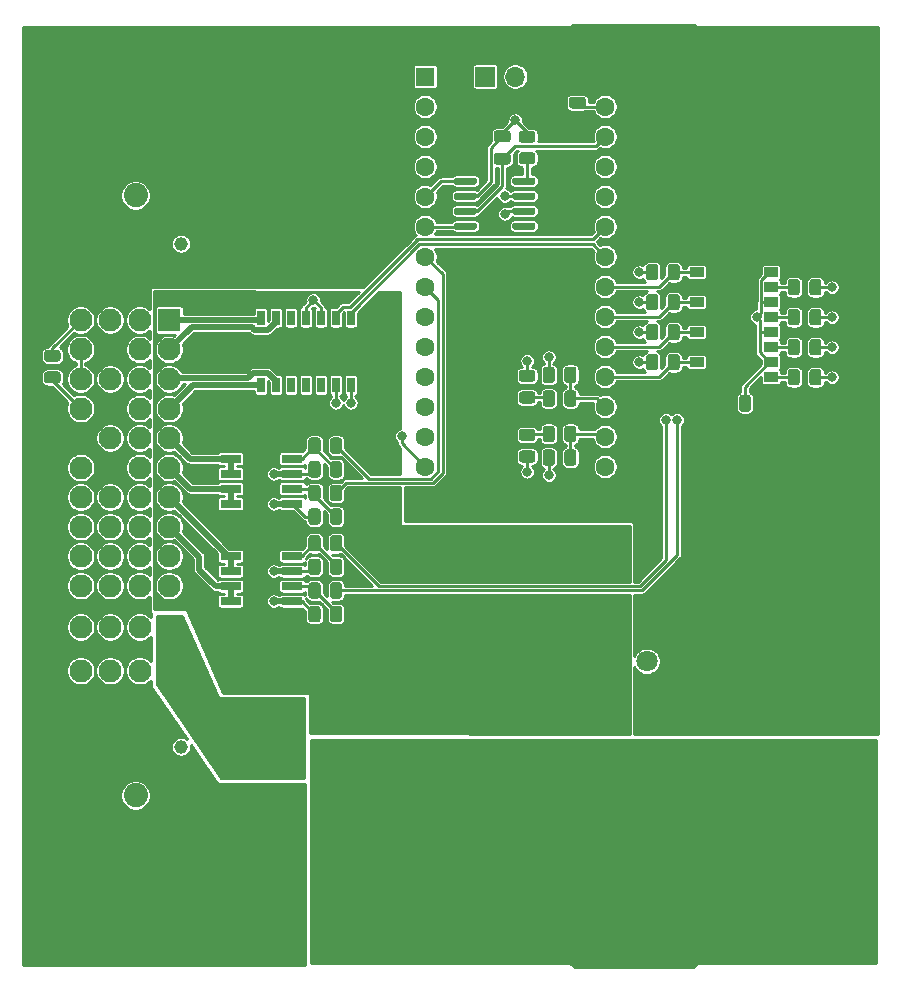
<source format=gbr>
%TF.GenerationSoftware,KiCad,Pcbnew,5.99.0+really5.1.10+dfsg1-1*%
%TF.CreationDate,2022-02-03T20:21:40+01:00*%
%TF.ProjectId,JoeMBMS_V2.0,4a6f654d-424d-4535-9f56-322e302e6b69,rev?*%
%TF.SameCoordinates,Original*%
%TF.FileFunction,Copper,L1,Top*%
%TF.FilePolarity,Positive*%
%FSLAX46Y46*%
G04 Gerber Fmt 4.6, Leading zero omitted, Abs format (unit mm)*
G04 Created by KiCad (PCBNEW 5.99.0+really5.1.10+dfsg1-1) date 2022-02-03 20:21:40*
%MOMM*%
%LPD*%
G01*
G04 APERTURE LIST*
%TA.AperFunction,ComponentPad*%
%ADD10O,1.700000X1.700000*%
%TD*%
%TA.AperFunction,ComponentPad*%
%ADD11R,1.700000X1.700000*%
%TD*%
%TA.AperFunction,SMDPad,CuDef*%
%ADD12R,2.900000X1.025000*%
%TD*%
%TA.AperFunction,SMDPad,CuDef*%
%ADD13R,0.650000X1.310000*%
%TD*%
%TA.AperFunction,ComponentPad*%
%ADD14C,2.050000*%
%TD*%
%TA.AperFunction,ComponentPad*%
%ADD15C,1.150000*%
%TD*%
%TA.AperFunction,ComponentPad*%
%ADD16C,1.950000*%
%TD*%
%TA.AperFunction,ComponentPad*%
%ADD17R,1.950000X1.950000*%
%TD*%
%TA.AperFunction,SMDPad,CuDef*%
%ADD18R,1.193800X0.812800*%
%TD*%
%TA.AperFunction,ComponentPad*%
%ADD19R,1.800000X1.800000*%
%TD*%
%TA.AperFunction,ComponentPad*%
%ADD20C,1.800000*%
%TD*%
%TA.AperFunction,ComponentPad*%
%ADD21C,1.600000*%
%TD*%
%TA.AperFunction,ComponentPad*%
%ADD22R,1.600000X1.600000*%
%TD*%
%TA.AperFunction,SMDPad,CuDef*%
%ADD23R,6.400000X5.800000*%
%TD*%
%TA.AperFunction,SMDPad,CuDef*%
%ADD24R,2.200000X1.200000*%
%TD*%
%TA.AperFunction,SMDPad,CuDef*%
%ADD25R,1.780000X0.720000*%
%TD*%
%TA.AperFunction,ViaPad*%
%ADD26C,0.800000*%
%TD*%
%TA.AperFunction,Conductor*%
%ADD27C,0.250000*%
%TD*%
%TA.AperFunction,Conductor*%
%ADD28C,0.500000*%
%TD*%
%TA.AperFunction,Conductor*%
%ADD29C,0.254000*%
%TD*%
%TA.AperFunction,Conductor*%
%ADD30C,0.100000*%
%TD*%
G04 APERTURE END LIST*
D10*
%TO.P,REF\u002A\u002A,2*%
%TO.N,Teensy_D-*%
X141995000Y-54490000D03*
D11*
%TO.P,REF\u002A\u002A,1*%
%TO.N,Teensy_D+*%
X139455000Y-54490000D03*
%TD*%
D12*
%TO.P,S1,15*%
%TO.N,+12V*%
X122600000Y-78462500D03*
D13*
%TO.P,S1,7*%
%TO.N,Teensy_OUT1*%
X128060000Y-80595000D03*
%TO.P,S1,8*%
%TO.N,Teensy_OUT3*%
X128060000Y-74905000D03*
%TO.P,S1,6*%
%TO.N,Teensy_OUT2*%
X126790000Y-80595000D03*
%TO.P,S1,9*%
%TO.N,Teensy_OUT4*%
X126790000Y-74905000D03*
%TO.P,S1,5*%
%TO.N,Net-(S1-Pad5)*%
X125520000Y-80595000D03*
%TO.P,S1,10*%
%TO.N,GND*%
X125520000Y-74905000D03*
%TO.P,S1,4*%
%TO.N,Net-(S1-Pad4)*%
X124250000Y-80595000D03*
%TO.P,S1,11*%
%TO.N,GND*%
X124250000Y-74905000D03*
%TO.P,S1,3*%
%TO.N,Net-(S1-Pad3)*%
X122980000Y-80595000D03*
%TO.P,S1,12*%
%TO.N,Net-(S1-Pad12)*%
X122980000Y-74905000D03*
%TO.P,S1,2*%
%TO.N,J1_OUT2*%
X121710000Y-80595000D03*
%TO.P,S1,13*%
%TO.N,J1_OUT4*%
X121710000Y-74905000D03*
%TO.P,S1,1*%
%TO.N,J1_OUT1*%
X120440000Y-80595000D03*
%TO.P,S1,14*%
%TO.N,J1_OUT3*%
X120440000Y-74905000D03*
D12*
%TO.P,S1,15*%
%TO.N,+12V*%
X125900000Y-78462500D03*
X125900000Y-77037500D03*
X122600000Y-77037500D03*
%TD*%
D14*
%TO.P,J1,MH4*%
%TO.N,N/C*%
X109850000Y-115350000D03*
%TO.P,J1,MH3*%
X109850000Y-64550000D03*
D15*
%TO.P,J1,MH2*%
X113700000Y-111250000D03*
%TO.P,J1,MH1*%
X113700000Y-68650000D03*
D16*
%TO.P,J1,M4*%
%TO.N,GND*%
X105200000Y-104800000D03*
%TO.P,J1,M3*%
%TO.N,Net-(J1-PadM3)*%
X107700000Y-104800000D03*
%TO.P,J1,M2*%
%TO.N,Net-(J1-PadM2)*%
X110200000Y-104800000D03*
%TO.P,J1,M1*%
%TO.N,J1_12V*%
X112700000Y-104800000D03*
%TO.P,J1,L4*%
%TO.N,GND*%
X105200000Y-101100000D03*
%TO.P,J1,L3*%
%TO.N,Net-(J1-PadL3)*%
X107700000Y-101100000D03*
%TO.P,J1,L2*%
%TO.N,Net-(J1-PadL2)*%
X110200000Y-101100000D03*
%TO.P,J1,L1*%
%TO.N,J1_12V*%
X112700000Y-101100000D03*
%TO.P,J1,K4*%
%TO.N,Net-(J1-PadK4)*%
X105200000Y-97600000D03*
%TO.P,J1,K3*%
%TO.N,Net-(J1-PadK3)*%
X107700000Y-97600000D03*
%TO.P,J1,K2*%
%TO.N,J1_IN2*%
X110200000Y-97600000D03*
%TO.P,J1,K1*%
%TO.N,Net-(J1-PadK1)*%
X112700000Y-97600000D03*
%TO.P,J1,J4*%
%TO.N,Net-(J1-PadJ4)*%
X105200000Y-95100000D03*
%TO.P,J1,J3*%
%TO.N,Net-(J1-PadJ3)*%
X107700000Y-95100000D03*
%TO.P,J1,J2*%
%TO.N,J1_IN1*%
X110200000Y-95100000D03*
%TO.P,J1,J1*%
%TO.N,Net-(J1-PadJ1)*%
X112700000Y-95100000D03*
%TO.P,J1,H4*%
%TO.N,GND*%
X105200000Y-92600000D03*
%TO.P,J1,H3*%
%TO.N,Net-(J1-PadH3)*%
X107700000Y-92600000D03*
%TO.P,J1,H2*%
%TO.N,J1_IN3*%
X110200000Y-92600000D03*
%TO.P,J1,H1*%
%TO.N,J1_OUT6*%
X112700000Y-92600000D03*
%TO.P,J1,G4*%
%TO.N,Teensy_D+*%
X105200000Y-90100000D03*
%TO.P,J1,G3*%
%TO.N,Net-(J1-PadG3)*%
X107700000Y-90100000D03*
%TO.P,J1,G2*%
%TO.N,J1_IN4*%
X110200000Y-90100000D03*
%TO.P,J1,G1*%
%TO.N,J1_OUT5*%
X112700000Y-90100000D03*
%TO.P,J1,F4*%
%TO.N,Teensy_D-*%
X105200000Y-87600000D03*
%TO.P,J1,F3*%
%TO.N,Teensy_VUSB*%
X107700000Y-87600000D03*
%TO.P,J1,F2*%
%TO.N,J1_ASEN2*%
X110200000Y-87600000D03*
%TO.P,J1,F1*%
%TO.N,J1_OUT7*%
X112700000Y-87600000D03*
%TO.P,J1,E4*%
%TO.N,Teensy_VUSB*%
X105200000Y-85100000D03*
%TO.P,J1,E3*%
%TO.N,GND*%
X107700000Y-85100000D03*
%TO.P,J1,E2*%
%TO.N,J1_ASEN1*%
X110200000Y-85100000D03*
%TO.P,J1,E1*%
%TO.N,J1_OUT8*%
X112700000Y-85100000D03*
%TO.P,J1,D4*%
%TO.N,J1_CAN_T_2*%
X105200000Y-82600000D03*
%TO.P,J1,D3*%
%TO.N,Teensy_VUSB*%
X107700000Y-82600000D03*
%TO.P,J1,D2*%
%TO.N,J1_TX2*%
X110200000Y-82600000D03*
%TO.P,J1,D1*%
%TO.N,J1_OUT1*%
X112700000Y-82600000D03*
%TO.P,J1,C4*%
%TO.N,J1_CANH*%
X105200000Y-80100000D03*
%TO.P,J1,C3*%
%TO.N,GND*%
X107700000Y-80100000D03*
%TO.P,J1,C2*%
%TO.N,J1_RX2*%
X110200000Y-80100000D03*
%TO.P,J1,C1*%
%TO.N,J1_OUT2*%
X112700000Y-80100000D03*
%TO.P,J1,B4*%
%TO.N,J1_CANH*%
X105200000Y-77600000D03*
%TO.P,J1,B3*%
%TO.N,Teensy_VUSB*%
X107700000Y-77600000D03*
%TO.P,J1,B2*%
%TO.N,Teensy_TX3*%
X110200000Y-77600000D03*
%TO.P,J1,B1*%
%TO.N,J1_OUT4*%
X112700000Y-77600000D03*
%TO.P,J1,A4*%
%TO.N,J1_CANL*%
X105200000Y-75100000D03*
%TO.P,J1,A3*%
%TO.N,GND*%
X107700000Y-75100000D03*
%TO.P,J1,A2*%
%TO.N,Teensy_RX3*%
X110200000Y-75100000D03*
D17*
%TO.P,J1,A1*%
%TO.N,J1_OUT3*%
X112700000Y-75100000D03*
%TD*%
%TO.P,C1,2*%
%TO.N,+3V3*%
%TA.AperFunction,SMDPad,CuDef*%
G36*
G01*
X140425000Y-60950000D02*
X141375000Y-60950000D01*
G75*
G02*
X141625000Y-61200000I0J-250000D01*
G01*
X141625000Y-61700000D01*
G75*
G02*
X141375000Y-61950000I-250000J0D01*
G01*
X140425000Y-61950000D01*
G75*
G02*
X140175000Y-61700000I0J250000D01*
G01*
X140175000Y-61200000D01*
G75*
G02*
X140425000Y-60950000I250000J0D01*
G01*
G37*
%TD.AperFunction*%
%TO.P,C1,1*%
%TO.N,GND*%
%TA.AperFunction,SMDPad,CuDef*%
G36*
G01*
X140425000Y-59050000D02*
X141375000Y-59050000D01*
G75*
G02*
X141625000Y-59300000I0J-250000D01*
G01*
X141625000Y-59800000D01*
G75*
G02*
X141375000Y-60050000I-250000J0D01*
G01*
X140425000Y-60050000D01*
G75*
G02*
X140175000Y-59800000I0J250000D01*
G01*
X140175000Y-59300000D01*
G75*
G02*
X140425000Y-59050000I250000J0D01*
G01*
G37*
%TD.AperFunction*%
%TD*%
D18*
%TO.P,U4,16*%
%TO.N,Teensy_VUSB*%
X157350001Y-79945000D03*
%TO.P,U4,15*%
%TO.N,Teensy_IN2*%
X157350001Y-78675000D03*
%TO.P,U4,14*%
%TO.N,Teensy_VUSB*%
X157350001Y-77405000D03*
%TO.P,U4,13*%
%TO.N,Teensy_IN1*%
X157350001Y-76135000D03*
%TO.P,U4,12*%
%TO.N,Teensy_VUSB*%
X157350001Y-74865000D03*
%TO.P,U4,11*%
%TO.N,Teensy_IN3*%
X157350001Y-73595000D03*
%TO.P,U4,10*%
%TO.N,Teensy_VUSB*%
X157350001Y-72325000D03*
%TO.P,U4,9*%
%TO.N,Teensy_IN4*%
X157350001Y-71055000D03*
%TO.P,U4,8*%
%TO.N,GND*%
X163649999Y-71055000D03*
%TO.P,U4,7*%
%TO.N,Net-(R5-Pad2)*%
X163649999Y-72325000D03*
%TO.P,U4,6*%
%TO.N,GND*%
X163649999Y-73595000D03*
%TO.P,U4,5*%
%TO.N,Net-(R4-Pad2)*%
X163649999Y-74865000D03*
%TO.P,U4,4*%
%TO.N,GND*%
X163649999Y-76135000D03*
%TO.P,U4,3*%
%TO.N,Net-(R3-Pad2)*%
X163649999Y-77405000D03*
%TO.P,U4,2*%
%TO.N,GND*%
X163649999Y-78675000D03*
%TO.P,U4,1*%
%TO.N,Net-(R2-Pad2)*%
X163649999Y-79945000D03*
%TD*%
D19*
%TO.P,U3,1*%
%TO.N,+12V*%
X150600000Y-104000000D03*
D20*
%TO.P,U3,2*%
%TO.N,GND*%
X153140000Y-104000000D03*
%TO.P,U3,3*%
%TO.N,Teensy_VUSB*%
X155680000Y-104000000D03*
%TD*%
%TO.P,U2,8*%
%TO.N,Net-(R1-Pad2)*%
%TA.AperFunction,SMDPad,CuDef*%
G36*
G01*
X141750000Y-63495000D02*
X141750000Y-63195000D01*
G75*
G02*
X141900000Y-63045000I150000J0D01*
G01*
X143550000Y-63045000D01*
G75*
G02*
X143700000Y-63195000I0J-150000D01*
G01*
X143700000Y-63495000D01*
G75*
G02*
X143550000Y-63645000I-150000J0D01*
G01*
X141900000Y-63645000D01*
G75*
G02*
X141750000Y-63495000I0J150000D01*
G01*
G37*
%TD.AperFunction*%
%TO.P,U2,7*%
%TO.N,J1_CANH*%
%TA.AperFunction,SMDPad,CuDef*%
G36*
G01*
X141750000Y-64765000D02*
X141750000Y-64465000D01*
G75*
G02*
X141900000Y-64315000I150000J0D01*
G01*
X143550000Y-64315000D01*
G75*
G02*
X143700000Y-64465000I0J-150000D01*
G01*
X143700000Y-64765000D01*
G75*
G02*
X143550000Y-64915000I-150000J0D01*
G01*
X141900000Y-64915000D01*
G75*
G02*
X141750000Y-64765000I0J150000D01*
G01*
G37*
%TD.AperFunction*%
%TO.P,U2,6*%
%TO.N,J1_CANL*%
%TA.AperFunction,SMDPad,CuDef*%
G36*
G01*
X141750000Y-66035000D02*
X141750000Y-65735000D01*
G75*
G02*
X141900000Y-65585000I150000J0D01*
G01*
X143550000Y-65585000D01*
G75*
G02*
X143700000Y-65735000I0J-150000D01*
G01*
X143700000Y-66035000D01*
G75*
G02*
X143550000Y-66185000I-150000J0D01*
G01*
X141900000Y-66185000D01*
G75*
G02*
X141750000Y-66035000I0J150000D01*
G01*
G37*
%TD.AperFunction*%
%TO.P,U2,5*%
%TO.N,Net-(U2-Pad5)*%
%TA.AperFunction,SMDPad,CuDef*%
G36*
G01*
X141750000Y-67305000D02*
X141750000Y-67005000D01*
G75*
G02*
X141900000Y-66855000I150000J0D01*
G01*
X143550000Y-66855000D01*
G75*
G02*
X143700000Y-67005000I0J-150000D01*
G01*
X143700000Y-67305000D01*
G75*
G02*
X143550000Y-67455000I-150000J0D01*
G01*
X141900000Y-67455000D01*
G75*
G02*
X141750000Y-67305000I0J150000D01*
G01*
G37*
%TD.AperFunction*%
%TO.P,U2,4*%
%TO.N,Teensy_RX*%
%TA.AperFunction,SMDPad,CuDef*%
G36*
G01*
X136800000Y-67305000D02*
X136800000Y-67005000D01*
G75*
G02*
X136950000Y-66855000I150000J0D01*
G01*
X138600000Y-66855000D01*
G75*
G02*
X138750000Y-67005000I0J-150000D01*
G01*
X138750000Y-67305000D01*
G75*
G02*
X138600000Y-67455000I-150000J0D01*
G01*
X136950000Y-67455000D01*
G75*
G02*
X136800000Y-67305000I0J150000D01*
G01*
G37*
%TD.AperFunction*%
%TO.P,U2,3*%
%TO.N,+3V3*%
%TA.AperFunction,SMDPad,CuDef*%
G36*
G01*
X136800000Y-66035000D02*
X136800000Y-65735000D01*
G75*
G02*
X136950000Y-65585000I150000J0D01*
G01*
X138600000Y-65585000D01*
G75*
G02*
X138750000Y-65735000I0J-150000D01*
G01*
X138750000Y-66035000D01*
G75*
G02*
X138600000Y-66185000I-150000J0D01*
G01*
X136950000Y-66185000D01*
G75*
G02*
X136800000Y-66035000I0J150000D01*
G01*
G37*
%TD.AperFunction*%
%TO.P,U2,2*%
%TO.N,GND*%
%TA.AperFunction,SMDPad,CuDef*%
G36*
G01*
X136800000Y-64765000D02*
X136800000Y-64465000D01*
G75*
G02*
X136950000Y-64315000I150000J0D01*
G01*
X138600000Y-64315000D01*
G75*
G02*
X138750000Y-64465000I0J-150000D01*
G01*
X138750000Y-64765000D01*
G75*
G02*
X138600000Y-64915000I-150000J0D01*
G01*
X136950000Y-64915000D01*
G75*
G02*
X136800000Y-64765000I0J150000D01*
G01*
G37*
%TD.AperFunction*%
%TO.P,U2,1*%
%TO.N,Teensy_TX*%
%TA.AperFunction,SMDPad,CuDef*%
G36*
G01*
X136800000Y-63495000D02*
X136800000Y-63195000D01*
G75*
G02*
X136950000Y-63045000I150000J0D01*
G01*
X138600000Y-63045000D01*
G75*
G02*
X138750000Y-63195000I0J-150000D01*
G01*
X138750000Y-63495000D01*
G75*
G02*
X138600000Y-63645000I-150000J0D01*
G01*
X136950000Y-63645000D01*
G75*
G02*
X136800000Y-63495000I0J150000D01*
G01*
G37*
%TD.AperFunction*%
%TD*%
D21*
%TO.P,U1,20*%
%TO.N,Net-(U1-Pad20)*%
X149620000Y-87510000D03*
%TO.P,U1,14*%
%TO.N,Teensy_OUT2*%
X134380000Y-87510000D03*
%TO.P,U1,21*%
%TO.N,Teensy_ASEN2*%
X149620000Y-84970000D03*
%TO.P,U1,22*%
%TO.N,Teensy_ASEN1*%
X149620000Y-82430000D03*
%TO.P,U1,23*%
%TO.N,Teensy_IN2*%
X149620000Y-79890000D03*
%TO.P,U1,24*%
%TO.N,Teensy_IN1*%
X149620000Y-77350000D03*
%TO.P,U1,25*%
%TO.N,Teensy_IN3*%
X149620000Y-74810000D03*
%TO.P,U1,26*%
%TO.N,Teensy_IN4*%
X149620000Y-72270000D03*
%TO.P,U1,27*%
%TO.N,Teensy_OUT3*%
X149620000Y-69730000D03*
%TO.P,U1,28*%
%TO.N,Teensy_OUT4*%
X149620000Y-67190000D03*
%TO.P,U1,29*%
%TO.N,Teensy_OUT5*%
X149620000Y-64650000D03*
%TO.P,U1,30*%
%TO.N,Teensy_OUT6*%
X149620000Y-62110000D03*
%TO.P,U1,31*%
%TO.N,+3V3*%
X149620000Y-59570000D03*
%TO.P,U1,32*%
%TO.N,GND*%
X149620000Y-57030000D03*
%TO.P,U1,33*%
%TO.N,Teensy_VUSB*%
X149620000Y-54490000D03*
%TO.P,U1,13*%
%TO.N,Teensy_OUT1*%
X134380000Y-84970000D03*
%TO.P,U1,12*%
%TO.N,J1_TX2*%
X134380000Y-82430000D03*
%TO.P,U1,11*%
%TO.N,J1_RX2*%
X134380000Y-79890000D03*
%TO.P,U1,10*%
%TO.N,Teensy_TX3*%
X134380000Y-77350000D03*
%TO.P,U1,9*%
%TO.N,Teensy_RX3*%
X134380000Y-74810000D03*
%TO.P,U1,8*%
%TO.N,Teensy_OUT8*%
X134380000Y-72270000D03*
%TO.P,U1,7*%
%TO.N,Teensy_OUT7*%
X134380000Y-69730000D03*
%TO.P,U1,6*%
%TO.N,Teensy_RX*%
X134380000Y-67190000D03*
%TO.P,U1,5*%
%TO.N,Teensy_TX*%
X134380000Y-64650000D03*
%TO.P,U1,4*%
%TO.N,Net-(U1-Pad4)*%
X134380000Y-62110000D03*
%TO.P,U1,3*%
%TO.N,Net-(U1-Pad3)*%
X134380000Y-59570000D03*
%TO.P,U1,2*%
%TO.N,Net-(U1-Pad2)*%
X134380000Y-57030000D03*
D22*
%TO.P,U1,1*%
%TO.N,GND*%
X134380000Y-54490000D03*
%TD*%
%TO.P,R24,2*%
%TO.N,J1_CANL*%
%TA.AperFunction,SMDPad,CuDef*%
G36*
G01*
X103250002Y-78650000D02*
X102349998Y-78650000D01*
G75*
G02*
X102100000Y-78400002I0J249998D01*
G01*
X102100000Y-77874998D01*
G75*
G02*
X102349998Y-77625000I249998J0D01*
G01*
X103250002Y-77625000D01*
G75*
G02*
X103500000Y-77874998I0J-249998D01*
G01*
X103500000Y-78400002D01*
G75*
G02*
X103250002Y-78650000I-249998J0D01*
G01*
G37*
%TD.AperFunction*%
%TO.P,R24,1*%
%TO.N,J1_CAN_T_2*%
%TA.AperFunction,SMDPad,CuDef*%
G36*
G01*
X103250002Y-80475000D02*
X102349998Y-80475000D01*
G75*
G02*
X102100000Y-80225002I0J249998D01*
G01*
X102100000Y-79699998D01*
G75*
G02*
X102349998Y-79450000I249998J0D01*
G01*
X103250002Y-79450000D01*
G75*
G02*
X103500000Y-79699998I0J-249998D01*
G01*
X103500000Y-80225002D01*
G75*
G02*
X103250002Y-80475000I-249998J0D01*
G01*
G37*
%TD.AperFunction*%
%TD*%
%TO.P,R23,2*%
%TO.N,Net-(R22-Pad1)*%
%TA.AperFunction,SMDPad,CuDef*%
G36*
G01*
X142549998Y-81150000D02*
X143450002Y-81150000D01*
G75*
G02*
X143700000Y-81399998I0J-249998D01*
G01*
X143700000Y-81925002D01*
G75*
G02*
X143450002Y-82175000I-249998J0D01*
G01*
X142549998Y-82175000D01*
G75*
G02*
X142300000Y-81925002I0J249998D01*
G01*
X142300000Y-81399998D01*
G75*
G02*
X142549998Y-81150000I249998J0D01*
G01*
G37*
%TD.AperFunction*%
%TO.P,R23,1*%
%TO.N,GND*%
%TA.AperFunction,SMDPad,CuDef*%
G36*
G01*
X142549998Y-79325000D02*
X143450002Y-79325000D01*
G75*
G02*
X143700000Y-79574998I0J-249998D01*
G01*
X143700000Y-80100002D01*
G75*
G02*
X143450002Y-80350000I-249998J0D01*
G01*
X142549998Y-80350000D01*
G75*
G02*
X142300000Y-80100002I0J249998D01*
G01*
X142300000Y-79574998D01*
G75*
G02*
X142549998Y-79325000I249998J0D01*
G01*
G37*
%TD.AperFunction*%
%TD*%
%TO.P,R22,2*%
%TO.N,Teensy_ASEN1*%
%TA.AperFunction,SMDPad,CuDef*%
G36*
G01*
X146150000Y-82200002D02*
X146150000Y-81299998D01*
G75*
G02*
X146399998Y-81050000I249998J0D01*
G01*
X146925002Y-81050000D01*
G75*
G02*
X147175000Y-81299998I0J-249998D01*
G01*
X147175000Y-82200002D01*
G75*
G02*
X146925002Y-82450000I-249998J0D01*
G01*
X146399998Y-82450000D01*
G75*
G02*
X146150000Y-82200002I0J249998D01*
G01*
G37*
%TD.AperFunction*%
%TO.P,R22,1*%
%TO.N,Net-(R22-Pad1)*%
%TA.AperFunction,SMDPad,CuDef*%
G36*
G01*
X144325000Y-82200002D02*
X144325000Y-81299998D01*
G75*
G02*
X144574998Y-81050000I249998J0D01*
G01*
X145100002Y-81050000D01*
G75*
G02*
X145350000Y-81299998I0J-249998D01*
G01*
X145350000Y-82200002D01*
G75*
G02*
X145100002Y-82450000I-249998J0D01*
G01*
X144574998Y-82450000D01*
G75*
G02*
X144325000Y-82200002I0J249998D01*
G01*
G37*
%TD.AperFunction*%
%TD*%
%TO.P,R21,2*%
%TO.N,J1_ASEN1*%
%TA.AperFunction,SMDPad,CuDef*%
G36*
G01*
X145350000Y-79299998D02*
X145350000Y-80200002D01*
G75*
G02*
X145100002Y-80450000I-249998J0D01*
G01*
X144574998Y-80450000D01*
G75*
G02*
X144325000Y-80200002I0J249998D01*
G01*
X144325000Y-79299998D01*
G75*
G02*
X144574998Y-79050000I249998J0D01*
G01*
X145100002Y-79050000D01*
G75*
G02*
X145350000Y-79299998I0J-249998D01*
G01*
G37*
%TD.AperFunction*%
%TO.P,R21,1*%
%TO.N,Teensy_ASEN1*%
%TA.AperFunction,SMDPad,CuDef*%
G36*
G01*
X147175000Y-79299998D02*
X147175000Y-80200002D01*
G75*
G02*
X146925002Y-80450000I-249998J0D01*
G01*
X146399998Y-80450000D01*
G75*
G02*
X146150000Y-80200002I0J249998D01*
G01*
X146150000Y-79299998D01*
G75*
G02*
X146399998Y-79050000I249998J0D01*
G01*
X146925002Y-79050000D01*
G75*
G02*
X147175000Y-79299998I0J-249998D01*
G01*
G37*
%TD.AperFunction*%
%TD*%
%TO.P,R20,2*%
%TO.N,Net-(R19-Pad1)*%
%TA.AperFunction,SMDPad,CuDef*%
G36*
G01*
X143450002Y-85350000D02*
X142549998Y-85350000D01*
G75*
G02*
X142300000Y-85100002I0J249998D01*
G01*
X142300000Y-84574998D01*
G75*
G02*
X142549998Y-84325000I249998J0D01*
G01*
X143450002Y-84325000D01*
G75*
G02*
X143700000Y-84574998I0J-249998D01*
G01*
X143700000Y-85100002D01*
G75*
G02*
X143450002Y-85350000I-249998J0D01*
G01*
G37*
%TD.AperFunction*%
%TO.P,R20,1*%
%TO.N,GND*%
%TA.AperFunction,SMDPad,CuDef*%
G36*
G01*
X143450002Y-87175000D02*
X142549998Y-87175000D01*
G75*
G02*
X142300000Y-86925002I0J249998D01*
G01*
X142300000Y-86399998D01*
G75*
G02*
X142549998Y-86150000I249998J0D01*
G01*
X143450002Y-86150000D01*
G75*
G02*
X143700000Y-86399998I0J-249998D01*
G01*
X143700000Y-86925002D01*
G75*
G02*
X143450002Y-87175000I-249998J0D01*
G01*
G37*
%TD.AperFunction*%
%TD*%
%TO.P,R19,2*%
%TO.N,Teensy_ASEN2*%
%TA.AperFunction,SMDPad,CuDef*%
G36*
G01*
X146150000Y-85200002D02*
X146150000Y-84299998D01*
G75*
G02*
X146399998Y-84050000I249998J0D01*
G01*
X146925002Y-84050000D01*
G75*
G02*
X147175000Y-84299998I0J-249998D01*
G01*
X147175000Y-85200002D01*
G75*
G02*
X146925002Y-85450000I-249998J0D01*
G01*
X146399998Y-85450000D01*
G75*
G02*
X146150000Y-85200002I0J249998D01*
G01*
G37*
%TD.AperFunction*%
%TO.P,R19,1*%
%TO.N,Net-(R19-Pad1)*%
%TA.AperFunction,SMDPad,CuDef*%
G36*
G01*
X144325000Y-85200002D02*
X144325000Y-84299998D01*
G75*
G02*
X144574998Y-84050000I249998J0D01*
G01*
X145100002Y-84050000D01*
G75*
G02*
X145350000Y-84299998I0J-249998D01*
G01*
X145350000Y-85200002D01*
G75*
G02*
X145100002Y-85450000I-249998J0D01*
G01*
X144574998Y-85450000D01*
G75*
G02*
X144325000Y-85200002I0J249998D01*
G01*
G37*
%TD.AperFunction*%
%TD*%
%TO.P,R18,2*%
%TO.N,J1_ASEN2*%
%TA.AperFunction,SMDPad,CuDef*%
G36*
G01*
X145350000Y-86299998D02*
X145350000Y-87200002D01*
G75*
G02*
X145100002Y-87450000I-249998J0D01*
G01*
X144574998Y-87450000D01*
G75*
G02*
X144325000Y-87200002I0J249998D01*
G01*
X144325000Y-86299998D01*
G75*
G02*
X144574998Y-86050000I249998J0D01*
G01*
X145100002Y-86050000D01*
G75*
G02*
X145350000Y-86299998I0J-249998D01*
G01*
G37*
%TD.AperFunction*%
%TO.P,R18,1*%
%TO.N,Teensy_ASEN2*%
%TA.AperFunction,SMDPad,CuDef*%
G36*
G01*
X147175000Y-86299998D02*
X147175000Y-87200002D01*
G75*
G02*
X146925002Y-87450000I-249998J0D01*
G01*
X146399998Y-87450000D01*
G75*
G02*
X146150000Y-87200002I0J249998D01*
G01*
X146150000Y-86299998D01*
G75*
G02*
X146399998Y-86050000I249998J0D01*
G01*
X146925002Y-86050000D01*
G75*
G02*
X147175000Y-86299998I0J-249998D01*
G01*
G37*
%TD.AperFunction*%
%TD*%
%TO.P,R17,2*%
%TO.N,Net-(Q1-Pad4)*%
%TA.AperFunction,SMDPad,CuDef*%
G36*
G01*
X125512500Y-85299998D02*
X125512500Y-86200002D01*
G75*
G02*
X125262502Y-86450000I-249998J0D01*
G01*
X124737498Y-86450000D01*
G75*
G02*
X124487500Y-86200002I0J249998D01*
G01*
X124487500Y-85299998D01*
G75*
G02*
X124737498Y-85050000I249998J0D01*
G01*
X125262502Y-85050000D01*
G75*
G02*
X125512500Y-85299998I0J-249998D01*
G01*
G37*
%TD.AperFunction*%
%TO.P,R17,1*%
%TO.N,Teensy_OUT8*%
%TA.AperFunction,SMDPad,CuDef*%
G36*
G01*
X127337500Y-85299998D02*
X127337500Y-86200002D01*
G75*
G02*
X127087502Y-86450000I-249998J0D01*
G01*
X126562498Y-86450000D01*
G75*
G02*
X126312500Y-86200002I0J249998D01*
G01*
X126312500Y-85299998D01*
G75*
G02*
X126562498Y-85050000I249998J0D01*
G01*
X127087502Y-85050000D01*
G75*
G02*
X127337500Y-85299998I0J-249998D01*
G01*
G37*
%TD.AperFunction*%
%TD*%
%TO.P,R16,2*%
%TO.N,GND*%
%TA.AperFunction,SMDPad,CuDef*%
G36*
G01*
X125512500Y-87299998D02*
X125512500Y-88200002D01*
G75*
G02*
X125262502Y-88450000I-249998J0D01*
G01*
X124737498Y-88450000D01*
G75*
G02*
X124487500Y-88200002I0J249998D01*
G01*
X124487500Y-87299998D01*
G75*
G02*
X124737498Y-87050000I249998J0D01*
G01*
X125262502Y-87050000D01*
G75*
G02*
X125512500Y-87299998I0J-249998D01*
G01*
G37*
%TD.AperFunction*%
%TO.P,R16,1*%
%TO.N,Net-(Q1-Pad4)*%
%TA.AperFunction,SMDPad,CuDef*%
G36*
G01*
X127337500Y-87299998D02*
X127337500Y-88200002D01*
G75*
G02*
X127087502Y-88450000I-249998J0D01*
G01*
X126562498Y-88450000D01*
G75*
G02*
X126312500Y-88200002I0J249998D01*
G01*
X126312500Y-87299998D01*
G75*
G02*
X126562498Y-87050000I249998J0D01*
G01*
X127087502Y-87050000D01*
G75*
G02*
X127337500Y-87299998I0J-249998D01*
G01*
G37*
%TD.AperFunction*%
%TD*%
%TO.P,R15,2*%
%TO.N,Net-(Q1-Pad2)*%
%TA.AperFunction,SMDPad,CuDef*%
G36*
G01*
X125512500Y-89299998D02*
X125512500Y-90200002D01*
G75*
G02*
X125262502Y-90450000I-249998J0D01*
G01*
X124737498Y-90450000D01*
G75*
G02*
X124487500Y-90200002I0J249998D01*
G01*
X124487500Y-89299998D01*
G75*
G02*
X124737498Y-89050000I249998J0D01*
G01*
X125262502Y-89050000D01*
G75*
G02*
X125512500Y-89299998I0J-249998D01*
G01*
G37*
%TD.AperFunction*%
%TO.P,R15,1*%
%TO.N,Teensy_OUT7*%
%TA.AperFunction,SMDPad,CuDef*%
G36*
G01*
X127337500Y-89299998D02*
X127337500Y-90200002D01*
G75*
G02*
X127087502Y-90450000I-249998J0D01*
G01*
X126562498Y-90450000D01*
G75*
G02*
X126312500Y-90200002I0J249998D01*
G01*
X126312500Y-89299998D01*
G75*
G02*
X126562498Y-89050000I249998J0D01*
G01*
X127087502Y-89050000D01*
G75*
G02*
X127337500Y-89299998I0J-249998D01*
G01*
G37*
%TD.AperFunction*%
%TD*%
%TO.P,R14,2*%
%TO.N,GND*%
%TA.AperFunction,SMDPad,CuDef*%
G36*
G01*
X125512500Y-91299998D02*
X125512500Y-92200002D01*
G75*
G02*
X125262502Y-92450000I-249998J0D01*
G01*
X124737498Y-92450000D01*
G75*
G02*
X124487500Y-92200002I0J249998D01*
G01*
X124487500Y-91299998D01*
G75*
G02*
X124737498Y-91050000I249998J0D01*
G01*
X125262502Y-91050000D01*
G75*
G02*
X125512500Y-91299998I0J-249998D01*
G01*
G37*
%TD.AperFunction*%
%TO.P,R14,1*%
%TO.N,Net-(Q1-Pad2)*%
%TA.AperFunction,SMDPad,CuDef*%
G36*
G01*
X127337500Y-91299998D02*
X127337500Y-92200002D01*
G75*
G02*
X127087502Y-92450000I-249998J0D01*
G01*
X126562498Y-92450000D01*
G75*
G02*
X126312500Y-92200002I0J249998D01*
G01*
X126312500Y-91299998D01*
G75*
G02*
X126562498Y-91050000I249998J0D01*
G01*
X127087502Y-91050000D01*
G75*
G02*
X127337500Y-91299998I0J-249998D01*
G01*
G37*
%TD.AperFunction*%
%TD*%
%TO.P,R13,2*%
%TO.N,Net-(Q2-Pad4)*%
%TA.AperFunction,SMDPad,CuDef*%
G36*
G01*
X125512500Y-93549998D02*
X125512500Y-94450002D01*
G75*
G02*
X125262502Y-94700000I-249998J0D01*
G01*
X124737498Y-94700000D01*
G75*
G02*
X124487500Y-94450002I0J249998D01*
G01*
X124487500Y-93549998D01*
G75*
G02*
X124737498Y-93300000I249998J0D01*
G01*
X125262502Y-93300000D01*
G75*
G02*
X125512500Y-93549998I0J-249998D01*
G01*
G37*
%TD.AperFunction*%
%TO.P,R13,1*%
%TO.N,Teensy_OUT5*%
%TA.AperFunction,SMDPad,CuDef*%
G36*
G01*
X127337500Y-93549998D02*
X127337500Y-94450002D01*
G75*
G02*
X127087502Y-94700000I-249998J0D01*
G01*
X126562498Y-94700000D01*
G75*
G02*
X126312500Y-94450002I0J249998D01*
G01*
X126312500Y-93549998D01*
G75*
G02*
X126562498Y-93300000I249998J0D01*
G01*
X127087502Y-93300000D01*
G75*
G02*
X127337500Y-93549998I0J-249998D01*
G01*
G37*
%TD.AperFunction*%
%TD*%
%TO.P,R12,2*%
%TO.N,GND*%
%TA.AperFunction,SMDPad,CuDef*%
G36*
G01*
X125512500Y-95549998D02*
X125512500Y-96450002D01*
G75*
G02*
X125262502Y-96700000I-249998J0D01*
G01*
X124737498Y-96700000D01*
G75*
G02*
X124487500Y-96450002I0J249998D01*
G01*
X124487500Y-95549998D01*
G75*
G02*
X124737498Y-95300000I249998J0D01*
G01*
X125262502Y-95300000D01*
G75*
G02*
X125512500Y-95549998I0J-249998D01*
G01*
G37*
%TD.AperFunction*%
%TO.P,R12,1*%
%TO.N,Net-(Q2-Pad4)*%
%TA.AperFunction,SMDPad,CuDef*%
G36*
G01*
X127337500Y-95549998D02*
X127337500Y-96450002D01*
G75*
G02*
X127087502Y-96700000I-249998J0D01*
G01*
X126562498Y-96700000D01*
G75*
G02*
X126312500Y-96450002I0J249998D01*
G01*
X126312500Y-95549998D01*
G75*
G02*
X126562498Y-95300000I249998J0D01*
G01*
X127087502Y-95300000D01*
G75*
G02*
X127337500Y-95549998I0J-249998D01*
G01*
G37*
%TD.AperFunction*%
%TD*%
%TO.P,R11,2*%
%TO.N,Net-(Q2-Pad2)*%
%TA.AperFunction,SMDPad,CuDef*%
G36*
G01*
X125512500Y-97549998D02*
X125512500Y-98450002D01*
G75*
G02*
X125262502Y-98700000I-249998J0D01*
G01*
X124737498Y-98700000D01*
G75*
G02*
X124487500Y-98450002I0J249998D01*
G01*
X124487500Y-97549998D01*
G75*
G02*
X124737498Y-97300000I249998J0D01*
G01*
X125262502Y-97300000D01*
G75*
G02*
X125512500Y-97549998I0J-249998D01*
G01*
G37*
%TD.AperFunction*%
%TO.P,R11,1*%
%TO.N,Teensy_OUT6*%
%TA.AperFunction,SMDPad,CuDef*%
G36*
G01*
X127337500Y-97549998D02*
X127337500Y-98450002D01*
G75*
G02*
X127087502Y-98700000I-249998J0D01*
G01*
X126562498Y-98700000D01*
G75*
G02*
X126312500Y-98450002I0J249998D01*
G01*
X126312500Y-97549998D01*
G75*
G02*
X126562498Y-97300000I249998J0D01*
G01*
X127087502Y-97300000D01*
G75*
G02*
X127337500Y-97549998I0J-249998D01*
G01*
G37*
%TD.AperFunction*%
%TD*%
%TO.P,R10,2*%
%TO.N,GND*%
%TA.AperFunction,SMDPad,CuDef*%
G36*
G01*
X125512500Y-99549998D02*
X125512500Y-100450002D01*
G75*
G02*
X125262502Y-100700000I-249998J0D01*
G01*
X124737498Y-100700000D01*
G75*
G02*
X124487500Y-100450002I0J249998D01*
G01*
X124487500Y-99549998D01*
G75*
G02*
X124737498Y-99300000I249998J0D01*
G01*
X125262502Y-99300000D01*
G75*
G02*
X125512500Y-99549998I0J-249998D01*
G01*
G37*
%TD.AperFunction*%
%TO.P,R10,1*%
%TO.N,Net-(Q2-Pad2)*%
%TA.AperFunction,SMDPad,CuDef*%
G36*
G01*
X127337500Y-99549998D02*
X127337500Y-100450002D01*
G75*
G02*
X127087502Y-100700000I-249998J0D01*
G01*
X126562498Y-100700000D01*
G75*
G02*
X126312500Y-100450002I0J249998D01*
G01*
X126312500Y-99549998D01*
G75*
G02*
X126562498Y-99300000I249998J0D01*
G01*
X127087502Y-99300000D01*
G75*
G02*
X127337500Y-99549998I0J-249998D01*
G01*
G37*
%TD.AperFunction*%
%TD*%
%TO.P,R9,2*%
%TO.N,GND*%
%TA.AperFunction,SMDPad,CuDef*%
G36*
G01*
X154100000Y-70604998D02*
X154100000Y-71505002D01*
G75*
G02*
X153850002Y-71755000I-249998J0D01*
G01*
X153324998Y-71755000D01*
G75*
G02*
X153075000Y-71505002I0J249998D01*
G01*
X153075000Y-70604998D01*
G75*
G02*
X153324998Y-70355000I249998J0D01*
G01*
X153850002Y-70355000D01*
G75*
G02*
X154100000Y-70604998I0J-249998D01*
G01*
G37*
%TD.AperFunction*%
%TO.P,R9,1*%
%TO.N,Teensy_IN4*%
%TA.AperFunction,SMDPad,CuDef*%
G36*
G01*
X155925000Y-70604998D02*
X155925000Y-71505002D01*
G75*
G02*
X155675002Y-71755000I-249998J0D01*
G01*
X155149998Y-71755000D01*
G75*
G02*
X154900000Y-71505002I0J249998D01*
G01*
X154900000Y-70604998D01*
G75*
G02*
X155149998Y-70355000I249998J0D01*
G01*
X155675002Y-70355000D01*
G75*
G02*
X155925000Y-70604998I0J-249998D01*
G01*
G37*
%TD.AperFunction*%
%TD*%
%TO.P,R8,2*%
%TO.N,GND*%
%TA.AperFunction,SMDPad,CuDef*%
G36*
G01*
X154100000Y-73144998D02*
X154100000Y-74045002D01*
G75*
G02*
X153850002Y-74295000I-249998J0D01*
G01*
X153324998Y-74295000D01*
G75*
G02*
X153075000Y-74045002I0J249998D01*
G01*
X153075000Y-73144998D01*
G75*
G02*
X153324998Y-72895000I249998J0D01*
G01*
X153850002Y-72895000D01*
G75*
G02*
X154100000Y-73144998I0J-249998D01*
G01*
G37*
%TD.AperFunction*%
%TO.P,R8,1*%
%TO.N,Teensy_IN3*%
%TA.AperFunction,SMDPad,CuDef*%
G36*
G01*
X155925000Y-73144998D02*
X155925000Y-74045002D01*
G75*
G02*
X155675002Y-74295000I-249998J0D01*
G01*
X155149998Y-74295000D01*
G75*
G02*
X154900000Y-74045002I0J249998D01*
G01*
X154900000Y-73144998D01*
G75*
G02*
X155149998Y-72895000I249998J0D01*
G01*
X155675002Y-72895000D01*
G75*
G02*
X155925000Y-73144998I0J-249998D01*
G01*
G37*
%TD.AperFunction*%
%TD*%
%TO.P,R7,2*%
%TO.N,GND*%
%TA.AperFunction,SMDPad,CuDef*%
G36*
G01*
X154100000Y-75684998D02*
X154100000Y-76585002D01*
G75*
G02*
X153850002Y-76835000I-249998J0D01*
G01*
X153324998Y-76835000D01*
G75*
G02*
X153075000Y-76585002I0J249998D01*
G01*
X153075000Y-75684998D01*
G75*
G02*
X153324998Y-75435000I249998J0D01*
G01*
X153850002Y-75435000D01*
G75*
G02*
X154100000Y-75684998I0J-249998D01*
G01*
G37*
%TD.AperFunction*%
%TO.P,R7,1*%
%TO.N,Teensy_IN1*%
%TA.AperFunction,SMDPad,CuDef*%
G36*
G01*
X155925000Y-75684998D02*
X155925000Y-76585002D01*
G75*
G02*
X155675002Y-76835000I-249998J0D01*
G01*
X155149998Y-76835000D01*
G75*
G02*
X154900000Y-76585002I0J249998D01*
G01*
X154900000Y-75684998D01*
G75*
G02*
X155149998Y-75435000I249998J0D01*
G01*
X155675002Y-75435000D01*
G75*
G02*
X155925000Y-75684998I0J-249998D01*
G01*
G37*
%TD.AperFunction*%
%TD*%
%TO.P,R6,2*%
%TO.N,GND*%
%TA.AperFunction,SMDPad,CuDef*%
G36*
G01*
X154100000Y-78224998D02*
X154100000Y-79125002D01*
G75*
G02*
X153850002Y-79375000I-249998J0D01*
G01*
X153324998Y-79375000D01*
G75*
G02*
X153075000Y-79125002I0J249998D01*
G01*
X153075000Y-78224998D01*
G75*
G02*
X153324998Y-77975000I249998J0D01*
G01*
X153850002Y-77975000D01*
G75*
G02*
X154100000Y-78224998I0J-249998D01*
G01*
G37*
%TD.AperFunction*%
%TO.P,R6,1*%
%TO.N,Teensy_IN2*%
%TA.AperFunction,SMDPad,CuDef*%
G36*
G01*
X155925000Y-78224998D02*
X155925000Y-79125002D01*
G75*
G02*
X155675002Y-79375000I-249998J0D01*
G01*
X155149998Y-79375000D01*
G75*
G02*
X154900000Y-79125002I0J249998D01*
G01*
X154900000Y-78224998D01*
G75*
G02*
X155149998Y-77975000I249998J0D01*
G01*
X155675002Y-77975000D01*
G75*
G02*
X155925000Y-78224998I0J-249998D01*
G01*
G37*
%TD.AperFunction*%
%TD*%
%TO.P,R5,2*%
%TO.N,Net-(R5-Pad2)*%
%TA.AperFunction,SMDPad,CuDef*%
G36*
G01*
X166100000Y-71874998D02*
X166100000Y-72775002D01*
G75*
G02*
X165850002Y-73025000I-249998J0D01*
G01*
X165324998Y-73025000D01*
G75*
G02*
X165075000Y-72775002I0J249998D01*
G01*
X165075000Y-71874998D01*
G75*
G02*
X165324998Y-71625000I249998J0D01*
G01*
X165850002Y-71625000D01*
G75*
G02*
X166100000Y-71874998I0J-249998D01*
G01*
G37*
%TD.AperFunction*%
%TO.P,R5,1*%
%TO.N,J1_IN4*%
%TA.AperFunction,SMDPad,CuDef*%
G36*
G01*
X167925000Y-71874998D02*
X167925000Y-72775002D01*
G75*
G02*
X167675002Y-73025000I-249998J0D01*
G01*
X167149998Y-73025000D01*
G75*
G02*
X166900000Y-72775002I0J249998D01*
G01*
X166900000Y-71874998D01*
G75*
G02*
X167149998Y-71625000I249998J0D01*
G01*
X167675002Y-71625000D01*
G75*
G02*
X167925000Y-71874998I0J-249998D01*
G01*
G37*
%TD.AperFunction*%
%TD*%
%TO.P,R4,2*%
%TO.N,Net-(R4-Pad2)*%
%TA.AperFunction,SMDPad,CuDef*%
G36*
G01*
X166100000Y-74414998D02*
X166100000Y-75315002D01*
G75*
G02*
X165850002Y-75565000I-249998J0D01*
G01*
X165324998Y-75565000D01*
G75*
G02*
X165075000Y-75315002I0J249998D01*
G01*
X165075000Y-74414998D01*
G75*
G02*
X165324998Y-74165000I249998J0D01*
G01*
X165850002Y-74165000D01*
G75*
G02*
X166100000Y-74414998I0J-249998D01*
G01*
G37*
%TD.AperFunction*%
%TO.P,R4,1*%
%TO.N,J1_IN3*%
%TA.AperFunction,SMDPad,CuDef*%
G36*
G01*
X167925000Y-74414998D02*
X167925000Y-75315002D01*
G75*
G02*
X167675002Y-75565000I-249998J0D01*
G01*
X167149998Y-75565000D01*
G75*
G02*
X166900000Y-75315002I0J249998D01*
G01*
X166900000Y-74414998D01*
G75*
G02*
X167149998Y-74165000I249998J0D01*
G01*
X167675002Y-74165000D01*
G75*
G02*
X167925000Y-74414998I0J-249998D01*
G01*
G37*
%TD.AperFunction*%
%TD*%
%TO.P,R3,2*%
%TO.N,Net-(R3-Pad2)*%
%TA.AperFunction,SMDPad,CuDef*%
G36*
G01*
X166100000Y-76954998D02*
X166100000Y-77855002D01*
G75*
G02*
X165850002Y-78105000I-249998J0D01*
G01*
X165324998Y-78105000D01*
G75*
G02*
X165075000Y-77855002I0J249998D01*
G01*
X165075000Y-76954998D01*
G75*
G02*
X165324998Y-76705000I249998J0D01*
G01*
X165850002Y-76705000D01*
G75*
G02*
X166100000Y-76954998I0J-249998D01*
G01*
G37*
%TD.AperFunction*%
%TO.P,R3,1*%
%TO.N,J1_IN1*%
%TA.AperFunction,SMDPad,CuDef*%
G36*
G01*
X167925000Y-76954998D02*
X167925000Y-77855002D01*
G75*
G02*
X167675002Y-78105000I-249998J0D01*
G01*
X167149998Y-78105000D01*
G75*
G02*
X166900000Y-77855002I0J249998D01*
G01*
X166900000Y-76954998D01*
G75*
G02*
X167149998Y-76705000I249998J0D01*
G01*
X167675002Y-76705000D01*
G75*
G02*
X167925000Y-76954998I0J-249998D01*
G01*
G37*
%TD.AperFunction*%
%TD*%
%TO.P,R2,2*%
%TO.N,Net-(R2-Pad2)*%
%TA.AperFunction,SMDPad,CuDef*%
G36*
G01*
X166100000Y-79494998D02*
X166100000Y-80395002D01*
G75*
G02*
X165850002Y-80645000I-249998J0D01*
G01*
X165324998Y-80645000D01*
G75*
G02*
X165075000Y-80395002I0J249998D01*
G01*
X165075000Y-79494998D01*
G75*
G02*
X165324998Y-79245000I249998J0D01*
G01*
X165850002Y-79245000D01*
G75*
G02*
X166100000Y-79494998I0J-249998D01*
G01*
G37*
%TD.AperFunction*%
%TO.P,R2,1*%
%TO.N,J1_IN2*%
%TA.AperFunction,SMDPad,CuDef*%
G36*
G01*
X167925000Y-79494998D02*
X167925000Y-80395002D01*
G75*
G02*
X167675002Y-80645000I-249998J0D01*
G01*
X167149998Y-80645000D01*
G75*
G02*
X166900000Y-80395002I0J249998D01*
G01*
X166900000Y-79494998D01*
G75*
G02*
X167149998Y-79245000I249998J0D01*
G01*
X167675002Y-79245000D01*
G75*
G02*
X167925000Y-79494998I0J-249998D01*
G01*
G37*
%TD.AperFunction*%
%TD*%
%TO.P,R1,2*%
%TO.N,Net-(R1-Pad2)*%
%TA.AperFunction,SMDPad,CuDef*%
G36*
G01*
X142549998Y-60900000D02*
X143450002Y-60900000D01*
G75*
G02*
X143700000Y-61149998I0J-249998D01*
G01*
X143700000Y-61675002D01*
G75*
G02*
X143450002Y-61925000I-249998J0D01*
G01*
X142549998Y-61925000D01*
G75*
G02*
X142300000Y-61675002I0J249998D01*
G01*
X142300000Y-61149998D01*
G75*
G02*
X142549998Y-60900000I249998J0D01*
G01*
G37*
%TD.AperFunction*%
%TO.P,R1,1*%
%TO.N,GND*%
%TA.AperFunction,SMDPad,CuDef*%
G36*
G01*
X142549998Y-59075000D02*
X143450002Y-59075000D01*
G75*
G02*
X143700000Y-59324998I0J-249998D01*
G01*
X143700000Y-59850002D01*
G75*
G02*
X143450002Y-60100000I-249998J0D01*
G01*
X142549998Y-60100000D01*
G75*
G02*
X142300000Y-59850002I0J249998D01*
G01*
X142300000Y-59324998D01*
G75*
G02*
X142549998Y-59075000I249998J0D01*
G01*
G37*
%TD.AperFunction*%
%TD*%
D23*
%TO.P,Q3,2*%
%TO.N,J1_12V*%
X120400000Y-110500000D03*
D24*
%TO.P,Q3,3*%
%TO.N,+12V*%
X126700000Y-108220000D03*
%TO.P,Q3,1*%
%TO.N,GND*%
X126700000Y-112780000D03*
%TD*%
D25*
%TO.P,Q1,8*%
%TO.N,J1_OUT7*%
X117890000Y-90655000D03*
%TO.P,Q1,7*%
X117890000Y-89385000D03*
%TO.P,Q1,6*%
%TO.N,J1_OUT8*%
X117890000Y-88115000D03*
%TO.P,Q1,5*%
X117890000Y-86845000D03*
%TO.P,Q1,4*%
%TO.N,Net-(Q1-Pad4)*%
X123110000Y-86845000D03*
%TO.P,Q1,2*%
%TO.N,Net-(Q1-Pad2)*%
X123110000Y-89385000D03*
%TO.P,Q1,3*%
%TO.N,GND*%
X123110000Y-88115000D03*
%TO.P,Q1,1*%
X123110000Y-90655000D03*
%TD*%
%TO.P,Q2,8*%
%TO.N,J1_OUT6*%
X117890000Y-98905000D03*
%TO.P,Q2,7*%
X117890000Y-97635000D03*
%TO.P,Q2,6*%
%TO.N,J1_OUT5*%
X117890000Y-96365000D03*
%TO.P,Q2,5*%
X117890000Y-95095000D03*
%TO.P,Q2,4*%
%TO.N,Net-(Q2-Pad4)*%
X123110000Y-95095000D03*
%TO.P,Q2,2*%
%TO.N,Net-(Q2-Pad2)*%
X123110000Y-97635000D03*
%TO.P,Q2,3*%
%TO.N,GND*%
X123110000Y-96365000D03*
%TO.P,Q2,1*%
X123110000Y-98905000D03*
%TD*%
%TO.P,C8,2*%
%TO.N,GND*%
%TA.AperFunction,SMDPad,CuDef*%
G36*
G01*
X139950000Y-111375000D02*
X141050000Y-111375000D01*
G75*
G02*
X141300000Y-111625000I0J-250000D01*
G01*
X141300000Y-114450000D01*
G75*
G02*
X141050000Y-114700000I-250000J0D01*
G01*
X139950000Y-114700000D01*
G75*
G02*
X139700000Y-114450000I0J250000D01*
G01*
X139700000Y-111625000D01*
G75*
G02*
X139950000Y-111375000I250000J0D01*
G01*
G37*
%TD.AperFunction*%
%TO.P,C8,1*%
%TO.N,+12V*%
%TA.AperFunction,SMDPad,CuDef*%
G36*
G01*
X139950000Y-106300000D02*
X141050000Y-106300000D01*
G75*
G02*
X141300000Y-106550000I0J-250000D01*
G01*
X141300000Y-109375000D01*
G75*
G02*
X141050000Y-109625000I-250000J0D01*
G01*
X139950000Y-109625000D01*
G75*
G02*
X139700000Y-109375000I0J250000D01*
G01*
X139700000Y-106550000D01*
G75*
G02*
X139950000Y-106300000I250000J0D01*
G01*
G37*
%TD.AperFunction*%
%TD*%
%TO.P,C7,2*%
%TO.N,GND*%
%TA.AperFunction,SMDPad,CuDef*%
G36*
G01*
X161950000Y-111375000D02*
X163050000Y-111375000D01*
G75*
G02*
X163300000Y-111625000I0J-250000D01*
G01*
X163300000Y-114450000D01*
G75*
G02*
X163050000Y-114700000I-250000J0D01*
G01*
X161950000Y-114700000D01*
G75*
G02*
X161700000Y-114450000I0J250000D01*
G01*
X161700000Y-111625000D01*
G75*
G02*
X161950000Y-111375000I250000J0D01*
G01*
G37*
%TD.AperFunction*%
%TO.P,C7,1*%
%TO.N,Teensy_VUSB*%
%TA.AperFunction,SMDPad,CuDef*%
G36*
G01*
X161950000Y-106300000D02*
X163050000Y-106300000D01*
G75*
G02*
X163300000Y-106550000I0J-250000D01*
G01*
X163300000Y-109375000D01*
G75*
G02*
X163050000Y-109625000I-250000J0D01*
G01*
X161950000Y-109625000D01*
G75*
G02*
X161700000Y-109375000I0J250000D01*
G01*
X161700000Y-106550000D01*
G75*
G02*
X161950000Y-106300000I250000J0D01*
G01*
G37*
%TD.AperFunction*%
%TD*%
%TO.P,C6,2*%
%TO.N,+12V*%
%TA.AperFunction,SMDPad,CuDef*%
G36*
G01*
X146725000Y-109850000D02*
X145775000Y-109850000D01*
G75*
G02*
X145525000Y-109600000I0J250000D01*
G01*
X145525000Y-109100000D01*
G75*
G02*
X145775000Y-108850000I250000J0D01*
G01*
X146725000Y-108850000D01*
G75*
G02*
X146975000Y-109100000I0J-250000D01*
G01*
X146975000Y-109600000D01*
G75*
G02*
X146725000Y-109850000I-250000J0D01*
G01*
G37*
%TD.AperFunction*%
%TO.P,C6,1*%
%TO.N,GND*%
%TA.AperFunction,SMDPad,CuDef*%
G36*
G01*
X146725000Y-111750000D02*
X145775000Y-111750000D01*
G75*
G02*
X145525000Y-111500000I0J250000D01*
G01*
X145525000Y-111000000D01*
G75*
G02*
X145775000Y-110750000I250000J0D01*
G01*
X146725000Y-110750000D01*
G75*
G02*
X146975000Y-111000000I0J-250000D01*
G01*
X146975000Y-111500000D01*
G75*
G02*
X146725000Y-111750000I-250000J0D01*
G01*
G37*
%TD.AperFunction*%
%TD*%
%TO.P,C5,2*%
%TO.N,GND*%
%TA.AperFunction,SMDPad,CuDef*%
G36*
G01*
X132200000Y-111375000D02*
X133300000Y-111375000D01*
G75*
G02*
X133550000Y-111625000I0J-250000D01*
G01*
X133550000Y-114450000D01*
G75*
G02*
X133300000Y-114700000I-250000J0D01*
G01*
X132200000Y-114700000D01*
G75*
G02*
X131950000Y-114450000I0J250000D01*
G01*
X131950000Y-111625000D01*
G75*
G02*
X132200000Y-111375000I250000J0D01*
G01*
G37*
%TD.AperFunction*%
%TO.P,C5,1*%
%TO.N,+12V*%
%TA.AperFunction,SMDPad,CuDef*%
G36*
G01*
X132200000Y-106300000D02*
X133300000Y-106300000D01*
G75*
G02*
X133550000Y-106550000I0J-250000D01*
G01*
X133550000Y-109375000D01*
G75*
G02*
X133300000Y-109625000I-250000J0D01*
G01*
X132200000Y-109625000D01*
G75*
G02*
X131950000Y-109375000I0J250000D01*
G01*
X131950000Y-106550000D01*
G75*
G02*
X132200000Y-106300000I250000J0D01*
G01*
G37*
%TD.AperFunction*%
%TD*%
%TO.P,C3,2*%
%TO.N,Teensy_VUSB*%
%TA.AperFunction,SMDPad,CuDef*%
G36*
G01*
X160050000Y-81675000D02*
X160050000Y-82625000D01*
G75*
G02*
X159800000Y-82875000I-250000J0D01*
G01*
X159300000Y-82875000D01*
G75*
G02*
X159050000Y-82625000I0J250000D01*
G01*
X159050000Y-81675000D01*
G75*
G02*
X159300000Y-81425000I250000J0D01*
G01*
X159800000Y-81425000D01*
G75*
G02*
X160050000Y-81675000I0J-250000D01*
G01*
G37*
%TD.AperFunction*%
%TO.P,C3,1*%
%TO.N,GND*%
%TA.AperFunction,SMDPad,CuDef*%
G36*
G01*
X161950000Y-81675000D02*
X161950000Y-82625000D01*
G75*
G02*
X161700000Y-82875000I-250000J0D01*
G01*
X161200000Y-82875000D01*
G75*
G02*
X160950000Y-82625000I0J250000D01*
G01*
X160950000Y-81675000D01*
G75*
G02*
X161200000Y-81425000I250000J0D01*
G01*
X161700000Y-81425000D01*
G75*
G02*
X161950000Y-81675000I0J-250000D01*
G01*
G37*
%TD.AperFunction*%
%TD*%
%TO.P,C2,2*%
%TO.N,Teensy_VUSB*%
%TA.AperFunction,SMDPad,CuDef*%
G36*
G01*
X147725000Y-55300000D02*
X146775000Y-55300000D01*
G75*
G02*
X146525000Y-55050000I0J250000D01*
G01*
X146525000Y-54550000D01*
G75*
G02*
X146775000Y-54300000I250000J0D01*
G01*
X147725000Y-54300000D01*
G75*
G02*
X147975000Y-54550000I0J-250000D01*
G01*
X147975000Y-55050000D01*
G75*
G02*
X147725000Y-55300000I-250000J0D01*
G01*
G37*
%TD.AperFunction*%
%TO.P,C2,1*%
%TO.N,GND*%
%TA.AperFunction,SMDPad,CuDef*%
G36*
G01*
X147725000Y-57200000D02*
X146775000Y-57200000D01*
G75*
G02*
X146525000Y-56950000I0J250000D01*
G01*
X146525000Y-56450000D01*
G75*
G02*
X146775000Y-56200000I250000J0D01*
G01*
X147725000Y-56200000D01*
G75*
G02*
X147975000Y-56450000I0J-250000D01*
G01*
X147975000Y-56950000D01*
G75*
G02*
X147725000Y-57200000I-250000J0D01*
G01*
G37*
%TD.AperFunction*%
%TD*%
D26*
%TO.N,GND*%
X162450000Y-74850000D03*
X143000000Y-78550000D03*
X143000000Y-87950000D03*
X152500000Y-73595000D03*
X152500000Y-71055000D03*
X152500000Y-76135000D03*
X152500000Y-78675000D03*
X142000000Y-58200000D03*
X124900000Y-73400000D03*
X121550000Y-88115000D03*
X121550000Y-90655000D03*
X121550000Y-96365000D03*
X121550000Y-98905000D03*
X132750000Y-115750000D03*
X140500000Y-115750000D03*
X162500000Y-115750000D03*
%TO.N,Teensy_OUT5*%
X154750000Y-83550000D03*
%TO.N,Teensy_OUT6*%
X155700000Y-83550000D03*
%TO.N,Teensy_OUT1*%
X128060000Y-82100000D03*
%TO.N,Teensy_OUT2*%
X126790000Y-82100000D03*
X132400000Y-84950000D03*
%TO.N,J1_CANH*%
X141100000Y-64600000D03*
%TO.N,J1_IN4*%
X168800000Y-72325000D03*
%TO.N,J1_CANL*%
X141100000Y-66100000D03*
%TO.N,J1_IN3*%
X168800000Y-74865000D03*
%TO.N,J1_IN2*%
X168800000Y-79945000D03*
%TO.N,J1_IN1*%
X168800000Y-77405000D03*
%TO.N,J1_ASEN2*%
X144837500Y-88250000D03*
%TO.N,J1_ASEN1*%
X144837500Y-78250000D03*
%TD*%
D27*
%TO.N,Teensy_VUSB*%
X149310000Y-54800000D02*
X149620000Y-54490000D01*
X147250000Y-54800000D02*
X149310000Y-54800000D01*
%TO.N,GND*%
X152500000Y-78675000D02*
X153587500Y-78675000D01*
X152500000Y-76135000D02*
X153587500Y-76135000D01*
X152500000Y-73595000D02*
X153587500Y-73595000D01*
X152500000Y-71055000D02*
X153587500Y-71055000D01*
X124205000Y-91750000D02*
X123110000Y-90655000D01*
X125000000Y-91750000D02*
X124205000Y-91750000D01*
X124635000Y-96365000D02*
X125000000Y-96000000D01*
X123110000Y-96365000D02*
X124635000Y-96365000D01*
X123905000Y-98905000D02*
X125000000Y-100000000D01*
X123110000Y-98905000D02*
X123905000Y-98905000D01*
X124635000Y-88115000D02*
X125000000Y-87750000D01*
X123110000Y-88115000D02*
X124635000Y-88115000D01*
X147580000Y-57030000D02*
X147250000Y-56700000D01*
X149620000Y-57030000D02*
X147580000Y-57030000D01*
X143000000Y-59200000D02*
X142000000Y-58200000D01*
X143000000Y-59587500D02*
X143000000Y-59200000D01*
X140900000Y-59300000D02*
X142000000Y-58200000D01*
X140900000Y-59550000D02*
X140900000Y-59300000D01*
X139949990Y-60500010D02*
X140900000Y-59550000D01*
X138750000Y-64615000D02*
X139949990Y-63415010D01*
X139949990Y-63415010D02*
X139949990Y-60500010D01*
X137775000Y-64615000D02*
X138750000Y-64615000D01*
X125520000Y-74020000D02*
X124900000Y-73400000D01*
X125520000Y-74905000D02*
X125520000Y-74020000D01*
X124250000Y-74050000D02*
X124900000Y-73400000D01*
X124250000Y-74905000D02*
X124250000Y-74050000D01*
D28*
X123110000Y-88115000D02*
X121550000Y-88115000D01*
X123110000Y-90655000D02*
X121550000Y-90655000D01*
X123110000Y-98905000D02*
X121550000Y-98905000D01*
X123110000Y-96365000D02*
X121550000Y-96365000D01*
D27*
X143000000Y-87950000D02*
X143000000Y-86662500D01*
X143000000Y-79837500D02*
X143000000Y-78550000D01*
X162828098Y-71738599D02*
X162828098Y-72911401D01*
X163511697Y-71055000D02*
X162828098Y-71738599D01*
X163649999Y-71055000D02*
X163511697Y-71055000D01*
X163649999Y-73595000D02*
X162803099Y-73595000D01*
X163649999Y-76135000D02*
X162685000Y-76135000D01*
X162685000Y-77848303D02*
X162685000Y-76135000D01*
X163511697Y-78675000D02*
X162685000Y-77848303D01*
X162828098Y-73570001D02*
X162803099Y-73595000D01*
X162828098Y-72911401D02*
X162828098Y-73570001D01*
X162685000Y-75085000D02*
X162450000Y-74850000D01*
X162685000Y-76135000D02*
X162685000Y-75085000D01*
X162803099Y-74496901D02*
X162450000Y-74850000D01*
X162803099Y-73595000D02*
X162803099Y-74496901D01*
X161450000Y-80736697D02*
X161450000Y-82150000D01*
X163511697Y-78675000D02*
X161450000Y-80736697D01*
X163649999Y-78675000D02*
X163511697Y-78675000D01*
%TO.N,Net-(R1-Pad2)*%
X143000000Y-63070000D02*
X142725000Y-63345000D01*
X143000000Y-61412500D02*
X143000000Y-63070000D01*
%TO.N,Net-(R2-Pad2)*%
X163649999Y-79945000D02*
X165587500Y-79945000D01*
%TO.N,Net-(R3-Pad2)*%
X163649999Y-77405000D02*
X165587500Y-77405000D01*
%TO.N,Net-(R4-Pad2)*%
X163649999Y-74865000D02*
X165587500Y-74865000D01*
%TO.N,Net-(R5-Pad2)*%
X163649999Y-72325000D02*
X165587500Y-72325000D01*
%TO.N,Teensy_IN2*%
X155412500Y-78675000D02*
X157350001Y-78675000D01*
X154197500Y-79890000D02*
X155412500Y-78675000D01*
X149620000Y-79890000D02*
X154197500Y-79890000D01*
%TO.N,Teensy_IN1*%
X155412500Y-76135000D02*
X157350001Y-76135000D01*
X154197500Y-77350000D02*
X155412500Y-76135000D01*
X149620000Y-77350000D02*
X154197500Y-77350000D01*
%TO.N,Teensy_IN3*%
X155412500Y-73595000D02*
X157350001Y-73595000D01*
X154197500Y-74810000D02*
X155412500Y-73595000D01*
X149620000Y-74810000D02*
X154197500Y-74810000D01*
%TO.N,Teensy_IN4*%
X155412500Y-71055000D02*
X157350001Y-71055000D01*
X154197500Y-72270000D02*
X155412500Y-71055000D01*
X149620000Y-72270000D02*
X154197500Y-72270000D01*
%TO.N,Teensy_OUT8*%
X134380000Y-72270000D02*
X135500000Y-73390000D01*
X129610001Y-88535001D02*
X126825000Y-85750000D01*
X134872001Y-88535001D02*
X129610001Y-88535001D01*
X135500000Y-87907002D02*
X134872001Y-88535001D01*
X135500000Y-73390000D02*
X135500000Y-87907002D01*
%TO.N,Teensy_OUT7*%
X135850010Y-88051980D02*
X135016979Y-88885011D01*
X135850010Y-71200010D02*
X135850010Y-88051980D01*
X134380000Y-69730000D02*
X135850010Y-71200010D01*
X127689989Y-88885011D02*
X126825000Y-89750000D01*
X135016979Y-88885011D02*
X127689989Y-88885011D01*
%TO.N,Teensy_OUT5*%
X154750000Y-83550000D02*
X154750000Y-95455012D01*
X154750000Y-95455012D02*
X152555012Y-97650000D01*
X130475000Y-97650000D02*
X126825000Y-94000000D01*
X152555012Y-97650000D02*
X130475000Y-97650000D01*
%TO.N,Teensy_OUT6*%
X155700000Y-83550000D02*
X155700000Y-95000000D01*
X152700000Y-98000000D02*
X126825000Y-98000000D01*
X155700000Y-95000000D02*
X152700000Y-98000000D01*
%TO.N,Teensy_ASEN2*%
X146662500Y-86750000D02*
X146662500Y-84750000D01*
X149400000Y-84750000D02*
X149620000Y-84970000D01*
X146662500Y-84750000D02*
X149400000Y-84750000D01*
%TO.N,Net-(R19-Pad1)*%
X143087500Y-84750000D02*
X143000000Y-84837500D01*
X144837500Y-84750000D02*
X143087500Y-84750000D01*
%TO.N,Teensy_ASEN1*%
X149440000Y-82250000D02*
X149620000Y-82430000D01*
X146662500Y-79750000D02*
X146662500Y-81750000D01*
X148940000Y-81750000D02*
X149620000Y-82430000D01*
X146662500Y-81750000D02*
X148940000Y-81750000D01*
%TO.N,Net-(R22-Pad1)*%
X144750000Y-81662500D02*
X144837500Y-81750000D01*
X143000000Y-81662500D02*
X144750000Y-81662500D01*
%TO.N,Teensy_OUT1*%
X128060000Y-82100000D02*
X128060000Y-80595000D01*
%TO.N,Teensy_OUT4*%
X126790000Y-74789998D02*
X126790000Y-74905000D01*
X148594999Y-68215001D02*
X149620000Y-67190000D01*
X126790000Y-74905000D02*
X126790000Y-74575000D01*
X128017500Y-73982500D02*
X127382500Y-73982500D01*
X126790000Y-74575000D02*
X127382500Y-73982500D01*
X133400000Y-68600000D02*
X128017500Y-73982500D01*
X133784999Y-68215001D02*
X133400000Y-68600000D01*
X134684999Y-68215001D02*
X148594999Y-68215001D01*
X133784999Y-68215001D02*
X133550000Y-68450000D01*
X134684999Y-68215001D02*
X133784999Y-68215001D01*
X133550000Y-68450000D02*
X133400000Y-68600000D01*
X133715001Y-68284999D02*
X133550000Y-68450000D01*
%TO.N,Teensy_OUT2*%
X126790000Y-81051370D02*
X126790000Y-80595000D01*
X132400000Y-85530000D02*
X132400000Y-84950000D01*
X134380000Y-87510000D02*
X132400000Y-85530000D01*
X126790000Y-82100000D02*
X126790000Y-80595000D01*
%TO.N,Teensy_OUT3*%
X148594999Y-68704999D02*
X149620000Y-69730000D01*
X133887999Y-68704999D02*
X148594999Y-68704999D01*
X128060000Y-74532998D02*
X133887999Y-68704999D01*
X128060000Y-74905000D02*
X128060000Y-74532998D01*
%TO.N,+3V3*%
X141980001Y-60369999D02*
X140900000Y-61450000D01*
X148820001Y-60369999D02*
X141980001Y-60369999D01*
X149620000Y-59570000D02*
X148820001Y-60369999D01*
X138750000Y-65885000D02*
X137775000Y-65885000D01*
X140900000Y-63735000D02*
X138750000Y-65885000D01*
X140900000Y-61450000D02*
X140900000Y-63735000D01*
%TO.N,Teensy_RX*%
X137740000Y-67190000D02*
X137775000Y-67155000D01*
X134380000Y-67190000D02*
X137740000Y-67190000D01*
%TO.N,Teensy_TX*%
X135685000Y-63345000D02*
X137775000Y-63345000D01*
X134380000Y-64650000D02*
X135685000Y-63345000D01*
%TO.N,J1_CANH*%
X141115000Y-64615000D02*
X141100000Y-64600000D01*
X142725000Y-64615000D02*
X141115000Y-64615000D01*
X105200000Y-80100000D02*
X105200000Y-77600000D01*
%TO.N,J1_IN4*%
X167412500Y-72325000D02*
X168800000Y-72325000D01*
%TO.N,J1_CANL*%
X141315000Y-65885000D02*
X141100000Y-66100000D01*
X142725000Y-65885000D02*
X141315000Y-65885000D01*
X102800000Y-77500000D02*
X102800000Y-78137500D01*
X105200000Y-75100000D02*
X102800000Y-77500000D01*
%TO.N,J1_IN3*%
X167412500Y-74865000D02*
X168800000Y-74865000D01*
%TO.N,J1_IN2*%
X167412500Y-79945000D02*
X168800000Y-79945000D01*
D28*
%TO.N,J1_OUT8*%
X114445000Y-86845000D02*
X112700000Y-85100000D01*
X114445000Y-86845000D02*
X117890000Y-86845000D01*
X117890000Y-86845000D02*
X117890000Y-88115000D01*
D27*
%TO.N,J1_IN1*%
X167412500Y-77405000D02*
X168800000Y-77405000D01*
D28*
%TO.N,J1_OUT7*%
X117890000Y-90655000D02*
X117890000Y-89385000D01*
X114485000Y-89385000D02*
X112700000Y-87600000D01*
X117890000Y-89385000D02*
X114485000Y-89385000D01*
%TO.N,J1_OUT6*%
X117890000Y-98905000D02*
X117890000Y-97635000D01*
X116635000Y-97635000D02*
X116250000Y-97250000D01*
X117890000Y-97635000D02*
X116635000Y-97635000D01*
X112700000Y-92600000D02*
X115250000Y-95150000D01*
X115250000Y-96250000D02*
X116250000Y-97250000D01*
X115250000Y-95150000D02*
X115250000Y-96250000D01*
%TO.N,J1_OUT5*%
X117890000Y-96365000D02*
X117890000Y-95095000D01*
X117695000Y-95095000D02*
X112700000Y-90100000D01*
D27*
X117890000Y-95095000D02*
X117695000Y-95095000D01*
%TO.N,J1_ASEN2*%
X144837500Y-86750000D02*
X144837500Y-88250000D01*
D28*
%TO.N,J1_OUT4*%
X121045001Y-75910001D02*
X119910001Y-75910001D01*
X119910001Y-75910001D02*
X119700010Y-75700010D01*
X121710000Y-75245002D02*
X121045001Y-75910001D01*
X121710000Y-74905000D02*
X121710000Y-75245002D01*
X114599990Y-75700010D02*
X112700000Y-77600000D01*
X119700010Y-75700010D02*
X114599990Y-75700010D01*
D27*
%TO.N,J1_ASEN1*%
X144837500Y-79750000D02*
X144837500Y-78250000D01*
%TO.N,J1_OUT3*%
X120245000Y-75100000D02*
X120440000Y-74905000D01*
D28*
X112700000Y-75100000D02*
X120245000Y-75100000D01*
%TO.N,J1_OUT2*%
X121045001Y-79589999D02*
X119810001Y-79589999D01*
X121710000Y-80254998D02*
X121045001Y-79589999D01*
X121710000Y-80595000D02*
X121710000Y-80254998D01*
X119810001Y-79589999D02*
X119405010Y-79994990D01*
X112805010Y-79994990D02*
X112700000Y-80100000D01*
X119405010Y-79994990D02*
X112805010Y-79994990D01*
%TO.N,J1_OUT1*%
X114705000Y-80595000D02*
X112700000Y-82600000D01*
X120440000Y-80595000D02*
X114705000Y-80595000D01*
D27*
%TO.N,J1_CAN_T_2*%
X102800000Y-80200000D02*
X102800000Y-79962500D01*
X105200000Y-82600000D02*
X102800000Y-80200000D01*
%TO.N,Net-(Q1-Pad4)*%
X123905000Y-86845000D02*
X125000000Y-85750000D01*
X123110000Y-86845000D02*
X123905000Y-86845000D01*
X125000000Y-85925000D02*
X126825000Y-87750000D01*
X125000000Y-85750000D02*
X125000000Y-85925000D01*
%TO.N,Net-(Q1-Pad2)*%
X124635000Y-89385000D02*
X125000000Y-89750000D01*
X123110000Y-89385000D02*
X124635000Y-89385000D01*
X125000000Y-89925000D02*
X126825000Y-91750000D01*
X125000000Y-89750000D02*
X125000000Y-89925000D01*
%TO.N,Net-(Q2-Pad4)*%
X126825000Y-95825000D02*
X125000000Y-94000000D01*
X126825000Y-96000000D02*
X126825000Y-95825000D01*
X123905000Y-95095000D02*
X125000000Y-94000000D01*
X123110000Y-95095000D02*
X123905000Y-95095000D01*
%TO.N,Net-(Q2-Pad2)*%
X124635000Y-97635000D02*
X125000000Y-98000000D01*
X123110000Y-97635000D02*
X124635000Y-97635000D01*
X126825000Y-99825000D02*
X125000000Y-98000000D01*
X126825000Y-100000000D02*
X126825000Y-99825000D01*
%TD*%
D29*
%TO.N,Teensy_VUSB*%
X157235149Y-50176967D02*
X157274763Y-50225237D01*
X157323033Y-50264851D01*
X157378103Y-50294286D01*
X157437857Y-50312412D01*
X157484436Y-50317000D01*
X157484437Y-50317000D01*
X157500000Y-50318533D01*
X157515564Y-50317000D01*
X172683000Y-50317000D01*
X172683001Y-110123000D01*
X152067000Y-110123000D01*
X152067000Y-104459067D01*
X152105818Y-104552782D01*
X152233532Y-104743919D01*
X152396081Y-104906468D01*
X152587218Y-105034182D01*
X152799599Y-105122153D01*
X153025060Y-105167000D01*
X153254940Y-105167000D01*
X153480401Y-105122153D01*
X153692782Y-105034182D01*
X153883919Y-104906468D01*
X154046468Y-104743919D01*
X154174182Y-104552782D01*
X154262153Y-104340401D01*
X154307000Y-104114940D01*
X154307000Y-103885060D01*
X154262153Y-103659599D01*
X154174182Y-103447218D01*
X154046468Y-103256081D01*
X153883919Y-103093532D01*
X153692782Y-102965818D01*
X153480401Y-102877847D01*
X153254940Y-102833000D01*
X153025060Y-102833000D01*
X152799599Y-102877847D01*
X152587218Y-102965818D01*
X152396081Y-103093532D01*
X152233532Y-103256081D01*
X152105818Y-103447218D01*
X152067000Y-103540933D01*
X152067000Y-98392000D01*
X152680751Y-98392000D01*
X152700000Y-98393896D01*
X152719249Y-98392000D01*
X152722001Y-98391729D01*
X152776845Y-98386327D01*
X152850737Y-98363912D01*
X152918837Y-98327513D01*
X152978527Y-98278527D01*
X152990810Y-98263560D01*
X155963571Y-95290801D01*
X155978527Y-95278527D01*
X156027513Y-95218837D01*
X156056708Y-95164215D01*
X156063912Y-95150738D01*
X156086328Y-95076846D01*
X156093896Y-95000000D01*
X156092000Y-94980748D01*
X156092000Y-84090267D01*
X156125188Y-84068092D01*
X156218092Y-83975188D01*
X156291087Y-83865943D01*
X156341367Y-83744557D01*
X156367000Y-83615694D01*
X156367000Y-83484306D01*
X156341367Y-83355443D01*
X156291087Y-83234057D01*
X156218092Y-83124812D01*
X156125188Y-83031908D01*
X156015943Y-82958913D01*
X155894557Y-82908633D01*
X155765694Y-82883000D01*
X155634306Y-82883000D01*
X155505443Y-82908633D01*
X155384057Y-82958913D01*
X155274812Y-83031908D01*
X155225000Y-83081720D01*
X155175188Y-83031908D01*
X155065943Y-82958913D01*
X154944557Y-82908633D01*
X154815694Y-82883000D01*
X154684306Y-82883000D01*
X154555443Y-82908633D01*
X154434057Y-82958913D01*
X154324812Y-83031908D01*
X154231908Y-83124812D01*
X154158913Y-83234057D01*
X154108633Y-83355443D01*
X154083000Y-83484306D01*
X154083000Y-83615694D01*
X154108633Y-83744557D01*
X154158913Y-83865943D01*
X154231908Y-83975188D01*
X154324812Y-84068092D01*
X154358000Y-84090267D01*
X154358001Y-95292639D01*
X152392642Y-97258000D01*
X152067000Y-97258000D01*
X152067000Y-92400000D01*
X152061870Y-92347911D01*
X152046676Y-92297824D01*
X152022002Y-92251663D01*
X151988798Y-92211202D01*
X151948337Y-92177998D01*
X151902176Y-92153324D01*
X151852089Y-92138130D01*
X151800000Y-92133000D01*
X132667000Y-92133000D01*
X132667000Y-89277011D01*
X134997730Y-89277011D01*
X135016979Y-89278907D01*
X135036228Y-89277011D01*
X135093824Y-89271338D01*
X135167716Y-89248923D01*
X135235816Y-89212524D01*
X135295506Y-89163538D01*
X135307789Y-89148571D01*
X136113581Y-88342781D01*
X136128537Y-88330507D01*
X136177523Y-88270817D01*
X136213922Y-88202717D01*
X136236337Y-88128825D01*
X136242010Y-88071229D01*
X136243906Y-88051980D01*
X136242010Y-88032731D01*
X136242010Y-86399998D01*
X142031709Y-86399998D01*
X142031709Y-86925002D01*
X142041668Y-87026115D01*
X142071161Y-87123343D01*
X142119056Y-87212948D01*
X142183512Y-87291488D01*
X142262052Y-87355944D01*
X142351657Y-87403839D01*
X142448885Y-87433332D01*
X142549998Y-87443291D01*
X142563429Y-87443291D01*
X142481908Y-87524812D01*
X142408913Y-87634057D01*
X142358633Y-87755443D01*
X142333000Y-87884306D01*
X142333000Y-88015694D01*
X142358633Y-88144557D01*
X142408913Y-88265943D01*
X142481908Y-88375188D01*
X142574812Y-88468092D01*
X142684057Y-88541087D01*
X142805443Y-88591367D01*
X142934306Y-88617000D01*
X143065694Y-88617000D01*
X143194557Y-88591367D01*
X143315943Y-88541087D01*
X143425188Y-88468092D01*
X143518092Y-88375188D01*
X143591087Y-88265943D01*
X143641367Y-88144557D01*
X143667000Y-88015694D01*
X143667000Y-87884306D01*
X143641367Y-87755443D01*
X143591087Y-87634057D01*
X143518092Y-87524812D01*
X143436571Y-87443291D01*
X143450002Y-87443291D01*
X143551115Y-87433332D01*
X143648343Y-87403839D01*
X143737948Y-87355944D01*
X143816488Y-87291488D01*
X143880944Y-87212948D01*
X143928839Y-87123343D01*
X143958332Y-87026115D01*
X143968291Y-86925002D01*
X143968291Y-86399998D01*
X143958442Y-86299998D01*
X144056709Y-86299998D01*
X144056709Y-87200002D01*
X144066668Y-87301115D01*
X144096161Y-87398343D01*
X144144056Y-87487948D01*
X144208512Y-87566488D01*
X144287052Y-87630944D01*
X144376657Y-87678839D01*
X144445501Y-87699722D01*
X144445501Y-87709732D01*
X144412312Y-87731908D01*
X144319408Y-87824812D01*
X144246413Y-87934057D01*
X144196133Y-88055443D01*
X144170500Y-88184306D01*
X144170500Y-88315694D01*
X144196133Y-88444557D01*
X144246413Y-88565943D01*
X144319408Y-88675188D01*
X144412312Y-88768092D01*
X144521557Y-88841087D01*
X144642943Y-88891367D01*
X144771806Y-88917000D01*
X144903194Y-88917000D01*
X145032057Y-88891367D01*
X145153443Y-88841087D01*
X145262688Y-88768092D01*
X145355592Y-88675188D01*
X145428587Y-88565943D01*
X145478867Y-88444557D01*
X145504500Y-88315694D01*
X145504500Y-88184306D01*
X145478867Y-88055443D01*
X145428587Y-87934057D01*
X145355592Y-87824812D01*
X145262688Y-87731908D01*
X145229500Y-87709733D01*
X145229500Y-87699722D01*
X145298343Y-87678839D01*
X145387948Y-87630944D01*
X145466488Y-87566488D01*
X145530944Y-87487948D01*
X145578839Y-87398343D01*
X145608332Y-87301115D01*
X145618291Y-87200002D01*
X145618291Y-86299998D01*
X145608332Y-86198885D01*
X145578839Y-86101657D01*
X145530944Y-86012052D01*
X145466488Y-85933512D01*
X145387948Y-85869056D01*
X145298343Y-85821161D01*
X145201115Y-85791668D01*
X145100002Y-85781709D01*
X144574998Y-85781709D01*
X144473885Y-85791668D01*
X144376657Y-85821161D01*
X144287052Y-85869056D01*
X144208512Y-85933512D01*
X144144056Y-86012052D01*
X144096161Y-86101657D01*
X144066668Y-86198885D01*
X144056709Y-86299998D01*
X143958442Y-86299998D01*
X143958332Y-86298885D01*
X143928839Y-86201657D01*
X143880944Y-86112052D01*
X143816488Y-86033512D01*
X143737948Y-85969056D01*
X143648343Y-85921161D01*
X143551115Y-85891668D01*
X143450002Y-85881709D01*
X142549998Y-85881709D01*
X142448885Y-85891668D01*
X142351657Y-85921161D01*
X142262052Y-85969056D01*
X142183512Y-86033512D01*
X142119056Y-86112052D01*
X142071161Y-86201657D01*
X142041668Y-86298885D01*
X142031709Y-86399998D01*
X136242010Y-86399998D01*
X136242010Y-84574998D01*
X142031709Y-84574998D01*
X142031709Y-85100002D01*
X142041668Y-85201115D01*
X142071161Y-85298343D01*
X142119056Y-85387948D01*
X142183512Y-85466488D01*
X142262052Y-85530944D01*
X142351657Y-85578839D01*
X142448885Y-85608332D01*
X142549998Y-85618291D01*
X143450002Y-85618291D01*
X143551115Y-85608332D01*
X143648343Y-85578839D01*
X143737948Y-85530944D01*
X143816488Y-85466488D01*
X143880944Y-85387948D01*
X143928839Y-85298343D01*
X143958332Y-85201115D01*
X143964154Y-85142000D01*
X144056709Y-85142000D01*
X144056709Y-85200002D01*
X144066668Y-85301115D01*
X144096161Y-85398343D01*
X144144056Y-85487948D01*
X144208512Y-85566488D01*
X144287052Y-85630944D01*
X144376657Y-85678839D01*
X144473885Y-85708332D01*
X144574998Y-85718291D01*
X145100002Y-85718291D01*
X145201115Y-85708332D01*
X145298343Y-85678839D01*
X145387948Y-85630944D01*
X145466488Y-85566488D01*
X145530944Y-85487948D01*
X145578839Y-85398343D01*
X145608332Y-85301115D01*
X145618291Y-85200002D01*
X145618291Y-84299998D01*
X145881709Y-84299998D01*
X145881709Y-85200002D01*
X145891668Y-85301115D01*
X145921161Y-85398343D01*
X145969056Y-85487948D01*
X146033512Y-85566488D01*
X146112052Y-85630944D01*
X146201657Y-85678839D01*
X146270501Y-85699722D01*
X146270500Y-85800278D01*
X146201657Y-85821161D01*
X146112052Y-85869056D01*
X146033512Y-85933512D01*
X145969056Y-86012052D01*
X145921161Y-86101657D01*
X145891668Y-86198885D01*
X145881709Y-86299998D01*
X145881709Y-87200002D01*
X145891668Y-87301115D01*
X145921161Y-87398343D01*
X145969056Y-87487948D01*
X146033512Y-87566488D01*
X146112052Y-87630944D01*
X146201657Y-87678839D01*
X146298885Y-87708332D01*
X146399998Y-87718291D01*
X146925002Y-87718291D01*
X147026115Y-87708332D01*
X147123343Y-87678839D01*
X147212948Y-87630944D01*
X147291488Y-87566488D01*
X147355944Y-87487948D01*
X147400328Y-87404910D01*
X148553000Y-87404910D01*
X148553000Y-87615090D01*
X148594004Y-87821232D01*
X148674437Y-88015414D01*
X148791207Y-88190173D01*
X148939827Y-88338793D01*
X149114586Y-88455563D01*
X149308768Y-88535996D01*
X149514910Y-88577000D01*
X149725090Y-88577000D01*
X149931232Y-88535996D01*
X150125414Y-88455563D01*
X150300173Y-88338793D01*
X150448793Y-88190173D01*
X150565563Y-88015414D01*
X150645996Y-87821232D01*
X150687000Y-87615090D01*
X150687000Y-87404910D01*
X150645996Y-87198768D01*
X150565563Y-87004586D01*
X150448793Y-86829827D01*
X150300173Y-86681207D01*
X150125414Y-86564437D01*
X149931232Y-86484004D01*
X149725090Y-86443000D01*
X149514910Y-86443000D01*
X149308768Y-86484004D01*
X149114586Y-86564437D01*
X148939827Y-86681207D01*
X148791207Y-86829827D01*
X148674437Y-87004586D01*
X148594004Y-87198768D01*
X148553000Y-87404910D01*
X147400328Y-87404910D01*
X147403839Y-87398343D01*
X147433332Y-87301115D01*
X147443291Y-87200002D01*
X147443291Y-86299998D01*
X147433332Y-86198885D01*
X147403839Y-86101657D01*
X147355944Y-86012052D01*
X147291488Y-85933512D01*
X147212948Y-85869056D01*
X147123343Y-85821161D01*
X147054500Y-85800278D01*
X147054500Y-85699722D01*
X147123343Y-85678839D01*
X147212948Y-85630944D01*
X147291488Y-85566488D01*
X147355944Y-85487948D01*
X147403839Y-85398343D01*
X147433332Y-85301115D01*
X147443291Y-85200002D01*
X147443291Y-85142000D01*
X148566309Y-85142000D01*
X148594004Y-85281232D01*
X148674437Y-85475414D01*
X148791207Y-85650173D01*
X148939827Y-85798793D01*
X149114586Y-85915563D01*
X149308768Y-85995996D01*
X149514910Y-86037000D01*
X149725090Y-86037000D01*
X149931232Y-85995996D01*
X150125414Y-85915563D01*
X150300173Y-85798793D01*
X150448793Y-85650173D01*
X150565563Y-85475414D01*
X150645996Y-85281232D01*
X150687000Y-85075090D01*
X150687000Y-84864910D01*
X150645996Y-84658768D01*
X150565563Y-84464586D01*
X150448793Y-84289827D01*
X150300173Y-84141207D01*
X150125414Y-84024437D01*
X149931232Y-83944004D01*
X149725090Y-83903000D01*
X149514910Y-83903000D01*
X149308768Y-83944004D01*
X149114586Y-84024437D01*
X148939827Y-84141207D01*
X148791207Y-84289827D01*
X148745655Y-84358000D01*
X147443291Y-84358000D01*
X147443291Y-84299998D01*
X147433332Y-84198885D01*
X147403839Y-84101657D01*
X147355944Y-84012052D01*
X147291488Y-83933512D01*
X147212948Y-83869056D01*
X147123343Y-83821161D01*
X147026115Y-83791668D01*
X146925002Y-83781709D01*
X146399998Y-83781709D01*
X146298885Y-83791668D01*
X146201657Y-83821161D01*
X146112052Y-83869056D01*
X146033512Y-83933512D01*
X145969056Y-84012052D01*
X145921161Y-84101657D01*
X145891668Y-84198885D01*
X145881709Y-84299998D01*
X145618291Y-84299998D01*
X145608332Y-84198885D01*
X145578839Y-84101657D01*
X145530944Y-84012052D01*
X145466488Y-83933512D01*
X145387948Y-83869056D01*
X145298343Y-83821161D01*
X145201115Y-83791668D01*
X145100002Y-83781709D01*
X144574998Y-83781709D01*
X144473885Y-83791668D01*
X144376657Y-83821161D01*
X144287052Y-83869056D01*
X144208512Y-83933512D01*
X144144056Y-84012052D01*
X144096161Y-84101657D01*
X144066668Y-84198885D01*
X144056709Y-84299998D01*
X144056709Y-84358000D01*
X143918867Y-84358000D01*
X143880944Y-84287052D01*
X143816488Y-84208512D01*
X143737948Y-84144056D01*
X143648343Y-84096161D01*
X143551115Y-84066668D01*
X143450002Y-84056709D01*
X142549998Y-84056709D01*
X142448885Y-84066668D01*
X142351657Y-84096161D01*
X142262052Y-84144056D01*
X142183512Y-84208512D01*
X142119056Y-84287052D01*
X142071161Y-84376657D01*
X142041668Y-84473885D01*
X142031709Y-84574998D01*
X136242010Y-84574998D01*
X136242010Y-81399998D01*
X142031709Y-81399998D01*
X142031709Y-81925002D01*
X142041668Y-82026115D01*
X142071161Y-82123343D01*
X142119056Y-82212948D01*
X142183512Y-82291488D01*
X142262052Y-82355944D01*
X142351657Y-82403839D01*
X142448885Y-82433332D01*
X142549998Y-82443291D01*
X143450002Y-82443291D01*
X143551115Y-82433332D01*
X143648343Y-82403839D01*
X143737948Y-82355944D01*
X143816488Y-82291488D01*
X143880944Y-82212948D01*
X143928839Y-82123343D01*
X143949722Y-82054500D01*
X144056709Y-82054500D01*
X144056709Y-82200002D01*
X144066668Y-82301115D01*
X144096161Y-82398343D01*
X144144056Y-82487948D01*
X144208512Y-82566488D01*
X144287052Y-82630944D01*
X144376657Y-82678839D01*
X144473885Y-82708332D01*
X144574998Y-82718291D01*
X145100002Y-82718291D01*
X145201115Y-82708332D01*
X145298343Y-82678839D01*
X145387948Y-82630944D01*
X145466488Y-82566488D01*
X145530944Y-82487948D01*
X145578839Y-82398343D01*
X145608332Y-82301115D01*
X145618291Y-82200002D01*
X145618291Y-81299998D01*
X145608332Y-81198885D01*
X145578839Y-81101657D01*
X145530944Y-81012052D01*
X145466488Y-80933512D01*
X145387948Y-80869056D01*
X145298343Y-80821161D01*
X145201115Y-80791668D01*
X145100002Y-80781709D01*
X144574998Y-80781709D01*
X144473885Y-80791668D01*
X144376657Y-80821161D01*
X144287052Y-80869056D01*
X144208512Y-80933512D01*
X144144056Y-81012052D01*
X144096161Y-81101657D01*
X144066668Y-81198885D01*
X144059614Y-81270500D01*
X143949722Y-81270500D01*
X143928839Y-81201657D01*
X143880944Y-81112052D01*
X143816488Y-81033512D01*
X143737948Y-80969056D01*
X143648343Y-80921161D01*
X143551115Y-80891668D01*
X143450002Y-80881709D01*
X142549998Y-80881709D01*
X142448885Y-80891668D01*
X142351657Y-80921161D01*
X142262052Y-80969056D01*
X142183512Y-81033512D01*
X142119056Y-81112052D01*
X142071161Y-81201657D01*
X142041668Y-81298885D01*
X142031709Y-81399998D01*
X136242010Y-81399998D01*
X136242010Y-79574998D01*
X142031709Y-79574998D01*
X142031709Y-80100002D01*
X142041668Y-80201115D01*
X142071161Y-80298343D01*
X142119056Y-80387948D01*
X142183512Y-80466488D01*
X142262052Y-80530944D01*
X142351657Y-80578839D01*
X142448885Y-80608332D01*
X142549998Y-80618291D01*
X143450002Y-80618291D01*
X143551115Y-80608332D01*
X143648343Y-80578839D01*
X143737948Y-80530944D01*
X143816488Y-80466488D01*
X143880944Y-80387948D01*
X143928839Y-80298343D01*
X143958332Y-80201115D01*
X143968291Y-80100002D01*
X143968291Y-79574998D01*
X143958332Y-79473885D01*
X143928839Y-79376657D01*
X143887864Y-79299998D01*
X144056709Y-79299998D01*
X144056709Y-80200002D01*
X144066668Y-80301115D01*
X144096161Y-80398343D01*
X144144056Y-80487948D01*
X144208512Y-80566488D01*
X144287052Y-80630944D01*
X144376657Y-80678839D01*
X144473885Y-80708332D01*
X144574998Y-80718291D01*
X145100002Y-80718291D01*
X145201115Y-80708332D01*
X145298343Y-80678839D01*
X145387948Y-80630944D01*
X145466488Y-80566488D01*
X145530944Y-80487948D01*
X145578839Y-80398343D01*
X145608332Y-80301115D01*
X145618291Y-80200002D01*
X145618291Y-79299998D01*
X145881709Y-79299998D01*
X145881709Y-80200002D01*
X145891668Y-80301115D01*
X145921161Y-80398343D01*
X145969056Y-80487948D01*
X146033512Y-80566488D01*
X146112052Y-80630944D01*
X146201657Y-80678839D01*
X146270500Y-80699722D01*
X146270501Y-80800278D01*
X146201657Y-80821161D01*
X146112052Y-80869056D01*
X146033512Y-80933512D01*
X145969056Y-81012052D01*
X145921161Y-81101657D01*
X145891668Y-81198885D01*
X145881709Y-81299998D01*
X145881709Y-82200002D01*
X145891668Y-82301115D01*
X145921161Y-82398343D01*
X145969056Y-82487948D01*
X146033512Y-82566488D01*
X146112052Y-82630944D01*
X146201657Y-82678839D01*
X146298885Y-82708332D01*
X146399998Y-82718291D01*
X146925002Y-82718291D01*
X147026115Y-82708332D01*
X147123343Y-82678839D01*
X147212948Y-82630944D01*
X147291488Y-82566488D01*
X147355944Y-82487948D01*
X147403839Y-82398343D01*
X147433332Y-82301115D01*
X147443291Y-82200002D01*
X147443291Y-82142000D01*
X148589383Y-82142000D01*
X148553000Y-82324910D01*
X148553000Y-82535090D01*
X148594004Y-82741232D01*
X148674437Y-82935414D01*
X148791207Y-83110173D01*
X148939827Y-83258793D01*
X149114586Y-83375563D01*
X149308768Y-83455996D01*
X149514910Y-83497000D01*
X149725090Y-83497000D01*
X149931232Y-83455996D01*
X150125414Y-83375563D01*
X150300173Y-83258793D01*
X150448793Y-83110173D01*
X150565563Y-82935414D01*
X150645996Y-82741232D01*
X150687000Y-82535090D01*
X150687000Y-82324910D01*
X150645996Y-82118768D01*
X150565563Y-81924586D01*
X150448793Y-81749827D01*
X150373966Y-81675000D01*
X160681709Y-81675000D01*
X160681709Y-82625000D01*
X160691668Y-82726114D01*
X160721162Y-82823341D01*
X160769057Y-82912947D01*
X160833513Y-82991487D01*
X160912053Y-83055943D01*
X161001659Y-83103838D01*
X161098886Y-83133332D01*
X161200000Y-83143291D01*
X161700000Y-83143291D01*
X161801114Y-83133332D01*
X161898341Y-83103838D01*
X161987947Y-83055943D01*
X162066487Y-82991487D01*
X162130943Y-82912947D01*
X162178838Y-82823341D01*
X162208332Y-82726114D01*
X162218291Y-82625000D01*
X162218291Y-81675000D01*
X162208332Y-81573886D01*
X162178838Y-81476659D01*
X162130943Y-81387053D01*
X162066487Y-81308513D01*
X161987947Y-81244057D01*
X161898341Y-81196162D01*
X161842000Y-81179071D01*
X161842000Y-80899067D01*
X162784808Y-79956260D01*
X162784808Y-80351400D01*
X162789963Y-80403741D01*
X162805230Y-80454071D01*
X162830023Y-80500454D01*
X162863389Y-80541110D01*
X162904045Y-80574476D01*
X162950428Y-80599269D01*
X163000758Y-80614536D01*
X163053099Y-80619691D01*
X164246899Y-80619691D01*
X164299240Y-80614536D01*
X164349570Y-80599269D01*
X164395953Y-80574476D01*
X164436609Y-80541110D01*
X164469975Y-80500454D01*
X164494768Y-80454071D01*
X164510035Y-80403741D01*
X164515190Y-80351400D01*
X164515190Y-80337000D01*
X164806709Y-80337000D01*
X164806709Y-80395002D01*
X164816668Y-80496115D01*
X164846161Y-80593343D01*
X164894056Y-80682948D01*
X164958512Y-80761488D01*
X165037052Y-80825944D01*
X165126657Y-80873839D01*
X165223885Y-80903332D01*
X165324998Y-80913291D01*
X165850002Y-80913291D01*
X165951115Y-80903332D01*
X166048343Y-80873839D01*
X166137948Y-80825944D01*
X166216488Y-80761488D01*
X166280944Y-80682948D01*
X166328839Y-80593343D01*
X166358332Y-80496115D01*
X166368291Y-80395002D01*
X166368291Y-79494998D01*
X166631709Y-79494998D01*
X166631709Y-80395002D01*
X166641668Y-80496115D01*
X166671161Y-80593343D01*
X166719056Y-80682948D01*
X166783512Y-80761488D01*
X166862052Y-80825944D01*
X166951657Y-80873839D01*
X167048885Y-80903332D01*
X167149998Y-80913291D01*
X167675002Y-80913291D01*
X167776115Y-80903332D01*
X167873343Y-80873839D01*
X167962948Y-80825944D01*
X168041488Y-80761488D01*
X168105944Y-80682948D01*
X168153839Y-80593343D01*
X168183332Y-80496115D01*
X168193291Y-80395002D01*
X168193291Y-80337000D01*
X168259733Y-80337000D01*
X168281908Y-80370188D01*
X168374812Y-80463092D01*
X168484057Y-80536087D01*
X168605443Y-80586367D01*
X168734306Y-80612000D01*
X168865694Y-80612000D01*
X168994557Y-80586367D01*
X169115943Y-80536087D01*
X169225188Y-80463092D01*
X169318092Y-80370188D01*
X169391087Y-80260943D01*
X169441367Y-80139557D01*
X169467000Y-80010694D01*
X169467000Y-79879306D01*
X169441367Y-79750443D01*
X169391087Y-79629057D01*
X169318092Y-79519812D01*
X169225188Y-79426908D01*
X169115943Y-79353913D01*
X168994557Y-79303633D01*
X168865694Y-79278000D01*
X168734306Y-79278000D01*
X168605443Y-79303633D01*
X168484057Y-79353913D01*
X168374812Y-79426908D01*
X168281908Y-79519812D01*
X168259733Y-79553000D01*
X168193291Y-79553000D01*
X168193291Y-79494998D01*
X168183332Y-79393885D01*
X168153839Y-79296657D01*
X168105944Y-79207052D01*
X168041488Y-79128512D01*
X167962948Y-79064056D01*
X167873343Y-79016161D01*
X167776115Y-78986668D01*
X167675002Y-78976709D01*
X167149998Y-78976709D01*
X167048885Y-78986668D01*
X166951657Y-79016161D01*
X166862052Y-79064056D01*
X166783512Y-79128512D01*
X166719056Y-79207052D01*
X166671161Y-79296657D01*
X166641668Y-79393885D01*
X166631709Y-79494998D01*
X166368291Y-79494998D01*
X166358332Y-79393885D01*
X166328839Y-79296657D01*
X166280944Y-79207052D01*
X166216488Y-79128512D01*
X166137948Y-79064056D01*
X166048343Y-79016161D01*
X165951115Y-78986668D01*
X165850002Y-78976709D01*
X165324998Y-78976709D01*
X165223885Y-78986668D01*
X165126657Y-79016161D01*
X165037052Y-79064056D01*
X164958512Y-79128512D01*
X164894056Y-79207052D01*
X164846161Y-79296657D01*
X164816668Y-79393885D01*
X164806709Y-79494998D01*
X164806709Y-79553000D01*
X164515190Y-79553000D01*
X164515190Y-79538600D01*
X164510035Y-79486259D01*
X164494768Y-79435929D01*
X164469975Y-79389546D01*
X164436609Y-79348890D01*
X164395953Y-79315524D01*
X164385619Y-79310000D01*
X164395953Y-79304476D01*
X164436609Y-79271110D01*
X164469975Y-79230454D01*
X164494768Y-79184071D01*
X164510035Y-79133741D01*
X164515190Y-79081400D01*
X164515190Y-78268600D01*
X164510035Y-78216259D01*
X164494768Y-78165929D01*
X164469975Y-78119546D01*
X164436609Y-78078890D01*
X164395953Y-78045524D01*
X164385619Y-78040000D01*
X164395953Y-78034476D01*
X164436609Y-78001110D01*
X164469975Y-77960454D01*
X164494768Y-77914071D01*
X164510035Y-77863741D01*
X164515190Y-77811400D01*
X164515190Y-77797000D01*
X164806709Y-77797000D01*
X164806709Y-77855002D01*
X164816668Y-77956115D01*
X164846161Y-78053343D01*
X164894056Y-78142948D01*
X164958512Y-78221488D01*
X165037052Y-78285944D01*
X165126657Y-78333839D01*
X165223885Y-78363332D01*
X165324998Y-78373291D01*
X165850002Y-78373291D01*
X165951115Y-78363332D01*
X166048343Y-78333839D01*
X166137948Y-78285944D01*
X166216488Y-78221488D01*
X166280944Y-78142948D01*
X166328839Y-78053343D01*
X166358332Y-77956115D01*
X166368291Y-77855002D01*
X166368291Y-76954998D01*
X166631709Y-76954998D01*
X166631709Y-77855002D01*
X166641668Y-77956115D01*
X166671161Y-78053343D01*
X166719056Y-78142948D01*
X166783512Y-78221488D01*
X166862052Y-78285944D01*
X166951657Y-78333839D01*
X167048885Y-78363332D01*
X167149998Y-78373291D01*
X167675002Y-78373291D01*
X167776115Y-78363332D01*
X167873343Y-78333839D01*
X167962948Y-78285944D01*
X168041488Y-78221488D01*
X168105944Y-78142948D01*
X168153839Y-78053343D01*
X168183332Y-77956115D01*
X168193291Y-77855002D01*
X168193291Y-77797000D01*
X168259733Y-77797000D01*
X168281908Y-77830188D01*
X168374812Y-77923092D01*
X168484057Y-77996087D01*
X168605443Y-78046367D01*
X168734306Y-78072000D01*
X168865694Y-78072000D01*
X168994557Y-78046367D01*
X169115943Y-77996087D01*
X169225188Y-77923092D01*
X169318092Y-77830188D01*
X169391087Y-77720943D01*
X169441367Y-77599557D01*
X169467000Y-77470694D01*
X169467000Y-77339306D01*
X169441367Y-77210443D01*
X169391087Y-77089057D01*
X169318092Y-76979812D01*
X169225188Y-76886908D01*
X169115943Y-76813913D01*
X168994557Y-76763633D01*
X168865694Y-76738000D01*
X168734306Y-76738000D01*
X168605443Y-76763633D01*
X168484057Y-76813913D01*
X168374812Y-76886908D01*
X168281908Y-76979812D01*
X168259733Y-77013000D01*
X168193291Y-77013000D01*
X168193291Y-76954998D01*
X168183332Y-76853885D01*
X168153839Y-76756657D01*
X168105944Y-76667052D01*
X168041488Y-76588512D01*
X167962948Y-76524056D01*
X167873343Y-76476161D01*
X167776115Y-76446668D01*
X167675002Y-76436709D01*
X167149998Y-76436709D01*
X167048885Y-76446668D01*
X166951657Y-76476161D01*
X166862052Y-76524056D01*
X166783512Y-76588512D01*
X166719056Y-76667052D01*
X166671161Y-76756657D01*
X166641668Y-76853885D01*
X166631709Y-76954998D01*
X166368291Y-76954998D01*
X166358332Y-76853885D01*
X166328839Y-76756657D01*
X166280944Y-76667052D01*
X166216488Y-76588512D01*
X166137948Y-76524056D01*
X166048343Y-76476161D01*
X165951115Y-76446668D01*
X165850002Y-76436709D01*
X165324998Y-76436709D01*
X165223885Y-76446668D01*
X165126657Y-76476161D01*
X165037052Y-76524056D01*
X164958512Y-76588512D01*
X164894056Y-76667052D01*
X164846161Y-76756657D01*
X164816668Y-76853885D01*
X164806709Y-76954998D01*
X164806709Y-77013000D01*
X164515190Y-77013000D01*
X164515190Y-76998600D01*
X164510035Y-76946259D01*
X164494768Y-76895929D01*
X164469975Y-76849546D01*
X164436609Y-76808890D01*
X164395953Y-76775524D01*
X164385619Y-76770000D01*
X164395953Y-76764476D01*
X164436609Y-76731110D01*
X164469975Y-76690454D01*
X164494768Y-76644071D01*
X164510035Y-76593741D01*
X164515190Y-76541400D01*
X164515190Y-75728600D01*
X164510035Y-75676259D01*
X164494768Y-75625929D01*
X164469975Y-75579546D01*
X164436609Y-75538890D01*
X164395953Y-75505524D01*
X164385619Y-75500000D01*
X164395953Y-75494476D01*
X164436609Y-75461110D01*
X164469975Y-75420454D01*
X164494768Y-75374071D01*
X164510035Y-75323741D01*
X164515190Y-75271400D01*
X164515190Y-75257000D01*
X164806709Y-75257000D01*
X164806709Y-75315002D01*
X164816668Y-75416115D01*
X164846161Y-75513343D01*
X164894056Y-75602948D01*
X164958512Y-75681488D01*
X165037052Y-75745944D01*
X165126657Y-75793839D01*
X165223885Y-75823332D01*
X165324998Y-75833291D01*
X165850002Y-75833291D01*
X165951115Y-75823332D01*
X166048343Y-75793839D01*
X166137948Y-75745944D01*
X166216488Y-75681488D01*
X166280944Y-75602948D01*
X166328839Y-75513343D01*
X166358332Y-75416115D01*
X166368291Y-75315002D01*
X166368291Y-74414998D01*
X166631709Y-74414998D01*
X166631709Y-75315002D01*
X166641668Y-75416115D01*
X166671161Y-75513343D01*
X166719056Y-75602948D01*
X166783512Y-75681488D01*
X166862052Y-75745944D01*
X166951657Y-75793839D01*
X167048885Y-75823332D01*
X167149998Y-75833291D01*
X167675002Y-75833291D01*
X167776115Y-75823332D01*
X167873343Y-75793839D01*
X167962948Y-75745944D01*
X168041488Y-75681488D01*
X168105944Y-75602948D01*
X168153839Y-75513343D01*
X168183332Y-75416115D01*
X168193291Y-75315002D01*
X168193291Y-75257000D01*
X168259733Y-75257000D01*
X168281908Y-75290188D01*
X168374812Y-75383092D01*
X168484057Y-75456087D01*
X168605443Y-75506367D01*
X168734306Y-75532000D01*
X168865694Y-75532000D01*
X168994557Y-75506367D01*
X169115943Y-75456087D01*
X169225188Y-75383092D01*
X169318092Y-75290188D01*
X169391087Y-75180943D01*
X169441367Y-75059557D01*
X169467000Y-74930694D01*
X169467000Y-74799306D01*
X169441367Y-74670443D01*
X169391087Y-74549057D01*
X169318092Y-74439812D01*
X169225188Y-74346908D01*
X169115943Y-74273913D01*
X168994557Y-74223633D01*
X168865694Y-74198000D01*
X168734306Y-74198000D01*
X168605443Y-74223633D01*
X168484057Y-74273913D01*
X168374812Y-74346908D01*
X168281908Y-74439812D01*
X168259733Y-74473000D01*
X168193291Y-74473000D01*
X168193291Y-74414998D01*
X168183332Y-74313885D01*
X168153839Y-74216657D01*
X168105944Y-74127052D01*
X168041488Y-74048512D01*
X167962948Y-73984056D01*
X167873343Y-73936161D01*
X167776115Y-73906668D01*
X167675002Y-73896709D01*
X167149998Y-73896709D01*
X167048885Y-73906668D01*
X166951657Y-73936161D01*
X166862052Y-73984056D01*
X166783512Y-74048512D01*
X166719056Y-74127052D01*
X166671161Y-74216657D01*
X166641668Y-74313885D01*
X166631709Y-74414998D01*
X166368291Y-74414998D01*
X166358332Y-74313885D01*
X166328839Y-74216657D01*
X166280944Y-74127052D01*
X166216488Y-74048512D01*
X166137948Y-73984056D01*
X166048343Y-73936161D01*
X165951115Y-73906668D01*
X165850002Y-73896709D01*
X165324998Y-73896709D01*
X165223885Y-73906668D01*
X165126657Y-73936161D01*
X165037052Y-73984056D01*
X164958512Y-74048512D01*
X164894056Y-74127052D01*
X164846161Y-74216657D01*
X164816668Y-74313885D01*
X164806709Y-74414998D01*
X164806709Y-74473000D01*
X164515190Y-74473000D01*
X164515190Y-74458600D01*
X164510035Y-74406259D01*
X164494768Y-74355929D01*
X164469975Y-74309546D01*
X164436609Y-74268890D01*
X164395953Y-74235524D01*
X164385619Y-74230000D01*
X164395953Y-74224476D01*
X164436609Y-74191110D01*
X164469975Y-74150454D01*
X164494768Y-74104071D01*
X164510035Y-74053741D01*
X164515190Y-74001400D01*
X164515190Y-73188600D01*
X164510035Y-73136259D01*
X164494768Y-73085929D01*
X164469975Y-73039546D01*
X164436609Y-72998890D01*
X164395953Y-72965524D01*
X164385619Y-72960000D01*
X164395953Y-72954476D01*
X164436609Y-72921110D01*
X164469975Y-72880454D01*
X164494768Y-72834071D01*
X164510035Y-72783741D01*
X164515190Y-72731400D01*
X164515190Y-72717000D01*
X164806709Y-72717000D01*
X164806709Y-72775002D01*
X164816668Y-72876115D01*
X164846161Y-72973343D01*
X164894056Y-73062948D01*
X164958512Y-73141488D01*
X165037052Y-73205944D01*
X165126657Y-73253839D01*
X165223885Y-73283332D01*
X165324998Y-73293291D01*
X165850002Y-73293291D01*
X165951115Y-73283332D01*
X166048343Y-73253839D01*
X166137948Y-73205944D01*
X166216488Y-73141488D01*
X166280944Y-73062948D01*
X166328839Y-72973343D01*
X166358332Y-72876115D01*
X166368291Y-72775002D01*
X166368291Y-71874998D01*
X166631709Y-71874998D01*
X166631709Y-72775002D01*
X166641668Y-72876115D01*
X166671161Y-72973343D01*
X166719056Y-73062948D01*
X166783512Y-73141488D01*
X166862052Y-73205944D01*
X166951657Y-73253839D01*
X167048885Y-73283332D01*
X167149998Y-73293291D01*
X167675002Y-73293291D01*
X167776115Y-73283332D01*
X167873343Y-73253839D01*
X167962948Y-73205944D01*
X168041488Y-73141488D01*
X168105944Y-73062948D01*
X168153839Y-72973343D01*
X168183332Y-72876115D01*
X168193291Y-72775002D01*
X168193291Y-72717000D01*
X168259733Y-72717000D01*
X168281908Y-72750188D01*
X168374812Y-72843092D01*
X168484057Y-72916087D01*
X168605443Y-72966367D01*
X168734306Y-72992000D01*
X168865694Y-72992000D01*
X168994557Y-72966367D01*
X169115943Y-72916087D01*
X169225188Y-72843092D01*
X169318092Y-72750188D01*
X169391087Y-72640943D01*
X169441367Y-72519557D01*
X169467000Y-72390694D01*
X169467000Y-72259306D01*
X169441367Y-72130443D01*
X169391087Y-72009057D01*
X169318092Y-71899812D01*
X169225188Y-71806908D01*
X169115943Y-71733913D01*
X168994557Y-71683633D01*
X168865694Y-71658000D01*
X168734306Y-71658000D01*
X168605443Y-71683633D01*
X168484057Y-71733913D01*
X168374812Y-71806908D01*
X168281908Y-71899812D01*
X168259733Y-71933000D01*
X168193291Y-71933000D01*
X168193291Y-71874998D01*
X168183332Y-71773885D01*
X168153839Y-71676657D01*
X168105944Y-71587052D01*
X168041488Y-71508512D01*
X167962948Y-71444056D01*
X167873343Y-71396161D01*
X167776115Y-71366668D01*
X167675002Y-71356709D01*
X167149998Y-71356709D01*
X167048885Y-71366668D01*
X166951657Y-71396161D01*
X166862052Y-71444056D01*
X166783512Y-71508512D01*
X166719056Y-71587052D01*
X166671161Y-71676657D01*
X166641668Y-71773885D01*
X166631709Y-71874998D01*
X166368291Y-71874998D01*
X166358332Y-71773885D01*
X166328839Y-71676657D01*
X166280944Y-71587052D01*
X166216488Y-71508512D01*
X166137948Y-71444056D01*
X166048343Y-71396161D01*
X165951115Y-71366668D01*
X165850002Y-71356709D01*
X165324998Y-71356709D01*
X165223885Y-71366668D01*
X165126657Y-71396161D01*
X165037052Y-71444056D01*
X164958512Y-71508512D01*
X164894056Y-71587052D01*
X164846161Y-71676657D01*
X164816668Y-71773885D01*
X164806709Y-71874998D01*
X164806709Y-71933000D01*
X164515190Y-71933000D01*
X164515190Y-71918600D01*
X164510035Y-71866259D01*
X164494768Y-71815929D01*
X164469975Y-71769546D01*
X164436609Y-71728890D01*
X164395953Y-71695524D01*
X164385619Y-71690000D01*
X164395953Y-71684476D01*
X164436609Y-71651110D01*
X164469975Y-71610454D01*
X164494768Y-71564071D01*
X164510035Y-71513741D01*
X164515190Y-71461400D01*
X164515190Y-70648600D01*
X164510035Y-70596259D01*
X164494768Y-70545929D01*
X164469975Y-70499546D01*
X164436609Y-70458890D01*
X164395953Y-70425524D01*
X164349570Y-70400731D01*
X164299240Y-70385464D01*
X164246899Y-70380309D01*
X163053099Y-70380309D01*
X163000758Y-70385464D01*
X162950428Y-70400731D01*
X162904045Y-70425524D01*
X162863389Y-70458890D01*
X162830023Y-70499546D01*
X162805230Y-70545929D01*
X162789963Y-70596259D01*
X162784808Y-70648600D01*
X162784808Y-71227519D01*
X162564538Y-71447789D01*
X162549571Y-71460072D01*
X162500585Y-71519763D01*
X162464186Y-71587863D01*
X162457333Y-71610454D01*
X162441771Y-71661754D01*
X162434202Y-71738599D01*
X162436098Y-71757849D01*
X162436099Y-72892143D01*
X162436098Y-72892153D01*
X162436099Y-73454443D01*
X162416772Y-73518155D01*
X162409203Y-73595000D01*
X162411099Y-73614250D01*
X162411100Y-74183000D01*
X162384306Y-74183000D01*
X162255443Y-74208633D01*
X162134057Y-74258913D01*
X162024812Y-74331908D01*
X161931908Y-74424812D01*
X161858913Y-74534057D01*
X161808633Y-74655443D01*
X161783000Y-74784306D01*
X161783000Y-74915694D01*
X161808633Y-75044557D01*
X161858913Y-75165943D01*
X161931908Y-75275188D01*
X162024812Y-75368092D01*
X162134057Y-75441087D01*
X162255443Y-75491367D01*
X162293001Y-75498838D01*
X162293000Y-76115750D01*
X162291104Y-76135000D01*
X162293001Y-76154259D01*
X162293000Y-77829053D01*
X162291104Y-77848303D01*
X162298673Y-77925147D01*
X162321088Y-77999039D01*
X162357487Y-78067139D01*
X162406473Y-78126830D01*
X162421440Y-78139113D01*
X162784808Y-78502481D01*
X162784808Y-78847517D01*
X161186440Y-80445887D01*
X161171473Y-80458170D01*
X161122487Y-80517861D01*
X161086088Y-80585961D01*
X161070473Y-80637437D01*
X161063673Y-80659852D01*
X161056104Y-80736697D01*
X161058000Y-80755947D01*
X161058000Y-81179071D01*
X161001659Y-81196162D01*
X160912053Y-81244057D01*
X160833513Y-81308513D01*
X160769057Y-81387053D01*
X160721162Y-81476659D01*
X160691668Y-81573886D01*
X160681709Y-81675000D01*
X150373966Y-81675000D01*
X150300173Y-81601207D01*
X150125414Y-81484437D01*
X149931232Y-81404004D01*
X149725090Y-81363000D01*
X149514910Y-81363000D01*
X149308768Y-81404004D01*
X149194161Y-81451476D01*
X149158837Y-81422487D01*
X149090737Y-81386088D01*
X149016845Y-81363673D01*
X148959249Y-81358000D01*
X148940000Y-81356104D01*
X148920751Y-81358000D01*
X147443291Y-81358000D01*
X147443291Y-81299998D01*
X147433332Y-81198885D01*
X147403839Y-81101657D01*
X147355944Y-81012052D01*
X147291488Y-80933512D01*
X147212948Y-80869056D01*
X147123343Y-80821161D01*
X147054500Y-80800278D01*
X147054500Y-80699722D01*
X147123343Y-80678839D01*
X147212948Y-80630944D01*
X147291488Y-80566488D01*
X147355944Y-80487948D01*
X147403839Y-80398343D01*
X147433332Y-80301115D01*
X147443291Y-80200002D01*
X147443291Y-79299998D01*
X147433332Y-79198885D01*
X147403839Y-79101657D01*
X147355944Y-79012052D01*
X147291488Y-78933512D01*
X147212948Y-78869056D01*
X147123343Y-78821161D01*
X147026115Y-78791668D01*
X146925002Y-78781709D01*
X146399998Y-78781709D01*
X146298885Y-78791668D01*
X146201657Y-78821161D01*
X146112052Y-78869056D01*
X146033512Y-78933512D01*
X145969056Y-79012052D01*
X145921161Y-79101657D01*
X145891668Y-79198885D01*
X145881709Y-79299998D01*
X145618291Y-79299998D01*
X145608332Y-79198885D01*
X145578839Y-79101657D01*
X145530944Y-79012052D01*
X145466488Y-78933512D01*
X145387948Y-78869056D01*
X145298343Y-78821161D01*
X145229500Y-78800278D01*
X145229500Y-78790267D01*
X145262688Y-78768092D01*
X145355592Y-78675188D01*
X145428587Y-78565943D01*
X145478867Y-78444557D01*
X145504500Y-78315694D01*
X145504500Y-78184306D01*
X145478867Y-78055443D01*
X145428587Y-77934057D01*
X145355592Y-77824812D01*
X145262688Y-77731908D01*
X145153443Y-77658913D01*
X145032057Y-77608633D01*
X144903194Y-77583000D01*
X144771806Y-77583000D01*
X144642943Y-77608633D01*
X144521557Y-77658913D01*
X144412312Y-77731908D01*
X144319408Y-77824812D01*
X144246413Y-77934057D01*
X144196133Y-78055443D01*
X144170500Y-78184306D01*
X144170500Y-78315694D01*
X144196133Y-78444557D01*
X144246413Y-78565943D01*
X144319408Y-78675188D01*
X144412312Y-78768092D01*
X144445501Y-78790268D01*
X144445501Y-78800278D01*
X144376657Y-78821161D01*
X144287052Y-78869056D01*
X144208512Y-78933512D01*
X144144056Y-79012052D01*
X144096161Y-79101657D01*
X144066668Y-79198885D01*
X144056709Y-79299998D01*
X143887864Y-79299998D01*
X143880944Y-79287052D01*
X143816488Y-79208512D01*
X143737948Y-79144056D01*
X143648343Y-79096161D01*
X143551115Y-79066668D01*
X143450002Y-79056709D01*
X143436571Y-79056709D01*
X143518092Y-78975188D01*
X143591087Y-78865943D01*
X143641367Y-78744557D01*
X143667000Y-78615694D01*
X143667000Y-78484306D01*
X143641367Y-78355443D01*
X143591087Y-78234057D01*
X143518092Y-78124812D01*
X143425188Y-78031908D01*
X143315943Y-77958913D01*
X143194557Y-77908633D01*
X143065694Y-77883000D01*
X142934306Y-77883000D01*
X142805443Y-77908633D01*
X142684057Y-77958913D01*
X142574812Y-78031908D01*
X142481908Y-78124812D01*
X142408913Y-78234057D01*
X142358633Y-78355443D01*
X142333000Y-78484306D01*
X142333000Y-78615694D01*
X142358633Y-78744557D01*
X142408913Y-78865943D01*
X142481908Y-78975188D01*
X142563429Y-79056709D01*
X142549998Y-79056709D01*
X142448885Y-79066668D01*
X142351657Y-79096161D01*
X142262052Y-79144056D01*
X142183512Y-79208512D01*
X142119056Y-79287052D01*
X142071161Y-79376657D01*
X142041668Y-79473885D01*
X142031709Y-79574998D01*
X136242010Y-79574998D01*
X136242010Y-72164910D01*
X148553000Y-72164910D01*
X148553000Y-72375090D01*
X148594004Y-72581232D01*
X148674437Y-72775414D01*
X148791207Y-72950173D01*
X148939827Y-73098793D01*
X149114586Y-73215563D01*
X149308768Y-73295996D01*
X149514910Y-73337000D01*
X149725090Y-73337000D01*
X149931232Y-73295996D01*
X150125414Y-73215563D01*
X150300173Y-73098793D01*
X150448793Y-72950173D01*
X150565563Y-72775414D01*
X150612541Y-72662000D01*
X153140374Y-72662000D01*
X153126657Y-72666161D01*
X153037052Y-72714056D01*
X152958512Y-72778512D01*
X152894056Y-72857052D01*
X152846161Y-72946657D01*
X152826627Y-73011052D01*
X152815943Y-73003913D01*
X152694557Y-72953633D01*
X152565694Y-72928000D01*
X152434306Y-72928000D01*
X152305443Y-72953633D01*
X152184057Y-73003913D01*
X152074812Y-73076908D01*
X151981908Y-73169812D01*
X151908913Y-73279057D01*
X151858633Y-73400443D01*
X151833000Y-73529306D01*
X151833000Y-73660694D01*
X151858633Y-73789557D01*
X151908913Y-73910943D01*
X151981908Y-74020188D01*
X152074812Y-74113092D01*
X152184057Y-74186087D01*
X152305443Y-74236367D01*
X152434306Y-74262000D01*
X152565694Y-74262000D01*
X152694557Y-74236367D01*
X152815943Y-74186087D01*
X152826627Y-74178948D01*
X152846161Y-74243343D01*
X152894056Y-74332948D01*
X152958512Y-74411488D01*
X152966447Y-74418000D01*
X150612541Y-74418000D01*
X150565563Y-74304586D01*
X150448793Y-74129827D01*
X150300173Y-73981207D01*
X150125414Y-73864437D01*
X149931232Y-73784004D01*
X149725090Y-73743000D01*
X149514910Y-73743000D01*
X149308768Y-73784004D01*
X149114586Y-73864437D01*
X148939827Y-73981207D01*
X148791207Y-74129827D01*
X148674437Y-74304586D01*
X148594004Y-74498768D01*
X148553000Y-74704910D01*
X148553000Y-74915090D01*
X148594004Y-75121232D01*
X148674437Y-75315414D01*
X148791207Y-75490173D01*
X148939827Y-75638793D01*
X149114586Y-75755563D01*
X149308768Y-75835996D01*
X149514910Y-75877000D01*
X149725090Y-75877000D01*
X149931232Y-75835996D01*
X150125414Y-75755563D01*
X150300173Y-75638793D01*
X150448793Y-75490173D01*
X150565563Y-75315414D01*
X150612541Y-75202000D01*
X153140374Y-75202000D01*
X153126657Y-75206161D01*
X153037052Y-75254056D01*
X152958512Y-75318512D01*
X152894056Y-75397052D01*
X152846161Y-75486657D01*
X152826627Y-75551052D01*
X152815943Y-75543913D01*
X152694557Y-75493633D01*
X152565694Y-75468000D01*
X152434306Y-75468000D01*
X152305443Y-75493633D01*
X152184057Y-75543913D01*
X152074812Y-75616908D01*
X151981908Y-75709812D01*
X151908913Y-75819057D01*
X151858633Y-75940443D01*
X151833000Y-76069306D01*
X151833000Y-76200694D01*
X151858633Y-76329557D01*
X151908913Y-76450943D01*
X151981908Y-76560188D01*
X152074812Y-76653092D01*
X152184057Y-76726087D01*
X152305443Y-76776367D01*
X152434306Y-76802000D01*
X152565694Y-76802000D01*
X152694557Y-76776367D01*
X152815943Y-76726087D01*
X152826627Y-76718948D01*
X152846161Y-76783343D01*
X152894056Y-76872948D01*
X152958512Y-76951488D01*
X152966447Y-76958000D01*
X150612541Y-76958000D01*
X150565563Y-76844586D01*
X150448793Y-76669827D01*
X150300173Y-76521207D01*
X150125414Y-76404437D01*
X149931232Y-76324004D01*
X149725090Y-76283000D01*
X149514910Y-76283000D01*
X149308768Y-76324004D01*
X149114586Y-76404437D01*
X148939827Y-76521207D01*
X148791207Y-76669827D01*
X148674437Y-76844586D01*
X148594004Y-77038768D01*
X148553000Y-77244910D01*
X148553000Y-77455090D01*
X148594004Y-77661232D01*
X148674437Y-77855414D01*
X148791207Y-78030173D01*
X148939827Y-78178793D01*
X149114586Y-78295563D01*
X149308768Y-78375996D01*
X149514910Y-78417000D01*
X149725090Y-78417000D01*
X149931232Y-78375996D01*
X150125414Y-78295563D01*
X150300173Y-78178793D01*
X150448793Y-78030173D01*
X150565563Y-77855414D01*
X150612541Y-77742000D01*
X153140374Y-77742000D01*
X153126657Y-77746161D01*
X153037052Y-77794056D01*
X152958512Y-77858512D01*
X152894056Y-77937052D01*
X152846161Y-78026657D01*
X152826627Y-78091052D01*
X152815943Y-78083913D01*
X152694557Y-78033633D01*
X152565694Y-78008000D01*
X152434306Y-78008000D01*
X152305443Y-78033633D01*
X152184057Y-78083913D01*
X152074812Y-78156908D01*
X151981908Y-78249812D01*
X151908913Y-78359057D01*
X151858633Y-78480443D01*
X151833000Y-78609306D01*
X151833000Y-78740694D01*
X151858633Y-78869557D01*
X151908913Y-78990943D01*
X151981908Y-79100188D01*
X152074812Y-79193092D01*
X152184057Y-79266087D01*
X152305443Y-79316367D01*
X152434306Y-79342000D01*
X152565694Y-79342000D01*
X152694557Y-79316367D01*
X152815943Y-79266087D01*
X152826627Y-79258948D01*
X152846161Y-79323343D01*
X152894056Y-79412948D01*
X152958512Y-79491488D01*
X152966447Y-79498000D01*
X150612541Y-79498000D01*
X150565563Y-79384586D01*
X150448793Y-79209827D01*
X150300173Y-79061207D01*
X150125414Y-78944437D01*
X149931232Y-78864004D01*
X149725090Y-78823000D01*
X149514910Y-78823000D01*
X149308768Y-78864004D01*
X149114586Y-78944437D01*
X148939827Y-79061207D01*
X148791207Y-79209827D01*
X148674437Y-79384586D01*
X148594004Y-79578768D01*
X148553000Y-79784910D01*
X148553000Y-79995090D01*
X148594004Y-80201232D01*
X148674437Y-80395414D01*
X148791207Y-80570173D01*
X148939827Y-80718793D01*
X149114586Y-80835563D01*
X149308768Y-80915996D01*
X149514910Y-80957000D01*
X149725090Y-80957000D01*
X149931232Y-80915996D01*
X150125414Y-80835563D01*
X150300173Y-80718793D01*
X150448793Y-80570173D01*
X150565563Y-80395414D01*
X150612541Y-80282000D01*
X154178251Y-80282000D01*
X154197500Y-80283896D01*
X154216749Y-80282000D01*
X154274345Y-80276327D01*
X154348237Y-80253912D01*
X154416337Y-80217513D01*
X154476027Y-80168527D01*
X154488310Y-80153560D01*
X155017929Y-79623942D01*
X155048885Y-79633332D01*
X155149998Y-79643291D01*
X155675002Y-79643291D01*
X155776115Y-79633332D01*
X155873343Y-79603839D01*
X155962948Y-79555944D01*
X156041488Y-79491488D01*
X156105944Y-79412948D01*
X156153839Y-79323343D01*
X156183332Y-79226115D01*
X156193291Y-79125002D01*
X156193291Y-79067000D01*
X156484810Y-79067000D01*
X156484810Y-79081400D01*
X156489965Y-79133741D01*
X156505232Y-79184071D01*
X156530025Y-79230454D01*
X156563391Y-79271110D01*
X156604047Y-79304476D01*
X156650430Y-79329269D01*
X156700760Y-79344536D01*
X156753101Y-79349691D01*
X157946901Y-79349691D01*
X157999242Y-79344536D01*
X158049572Y-79329269D01*
X158095955Y-79304476D01*
X158136611Y-79271110D01*
X158169977Y-79230454D01*
X158194770Y-79184071D01*
X158210037Y-79133741D01*
X158215192Y-79081400D01*
X158215192Y-78268600D01*
X158210037Y-78216259D01*
X158194770Y-78165929D01*
X158169977Y-78119546D01*
X158136611Y-78078890D01*
X158095955Y-78045524D01*
X158049572Y-78020731D01*
X157999242Y-78005464D01*
X157946901Y-78000309D01*
X156753101Y-78000309D01*
X156700760Y-78005464D01*
X156650430Y-78020731D01*
X156604047Y-78045524D01*
X156563391Y-78078890D01*
X156530025Y-78119546D01*
X156505232Y-78165929D01*
X156489965Y-78216259D01*
X156484810Y-78268600D01*
X156484810Y-78283000D01*
X156193291Y-78283000D01*
X156193291Y-78224998D01*
X156183332Y-78123885D01*
X156153839Y-78026657D01*
X156105944Y-77937052D01*
X156041488Y-77858512D01*
X155962948Y-77794056D01*
X155873343Y-77746161D01*
X155776115Y-77716668D01*
X155675002Y-77706709D01*
X155149998Y-77706709D01*
X155048885Y-77716668D01*
X154951657Y-77746161D01*
X154862052Y-77794056D01*
X154783512Y-77858512D01*
X154719056Y-77937052D01*
X154671161Y-78026657D01*
X154641668Y-78123885D01*
X154631709Y-78224998D01*
X154631709Y-78901420D01*
X154363939Y-79169191D01*
X154368291Y-79125002D01*
X154368291Y-78224998D01*
X154358332Y-78123885D01*
X154328839Y-78026657D01*
X154280944Y-77937052D01*
X154216488Y-77858512D01*
X154137948Y-77794056D01*
X154048343Y-77746161D01*
X154034626Y-77742000D01*
X154178251Y-77742000D01*
X154197500Y-77743896D01*
X154216749Y-77742000D01*
X154274345Y-77736327D01*
X154348237Y-77713912D01*
X154416337Y-77677513D01*
X154476027Y-77628527D01*
X154488310Y-77613560D01*
X155017929Y-77083942D01*
X155048885Y-77093332D01*
X155149998Y-77103291D01*
X155675002Y-77103291D01*
X155776115Y-77093332D01*
X155873343Y-77063839D01*
X155962948Y-77015944D01*
X156041488Y-76951488D01*
X156105944Y-76872948D01*
X156153839Y-76783343D01*
X156183332Y-76686115D01*
X156193291Y-76585002D01*
X156193291Y-76527000D01*
X156484810Y-76527000D01*
X156484810Y-76541400D01*
X156489965Y-76593741D01*
X156505232Y-76644071D01*
X156530025Y-76690454D01*
X156563391Y-76731110D01*
X156604047Y-76764476D01*
X156650430Y-76789269D01*
X156700760Y-76804536D01*
X156753101Y-76809691D01*
X157946901Y-76809691D01*
X157999242Y-76804536D01*
X158049572Y-76789269D01*
X158095955Y-76764476D01*
X158136611Y-76731110D01*
X158169977Y-76690454D01*
X158194770Y-76644071D01*
X158210037Y-76593741D01*
X158215192Y-76541400D01*
X158215192Y-75728600D01*
X158210037Y-75676259D01*
X158194770Y-75625929D01*
X158169977Y-75579546D01*
X158136611Y-75538890D01*
X158095955Y-75505524D01*
X158049572Y-75480731D01*
X157999242Y-75465464D01*
X157946901Y-75460309D01*
X156753101Y-75460309D01*
X156700760Y-75465464D01*
X156650430Y-75480731D01*
X156604047Y-75505524D01*
X156563391Y-75538890D01*
X156530025Y-75579546D01*
X156505232Y-75625929D01*
X156489965Y-75676259D01*
X156484810Y-75728600D01*
X156484810Y-75743000D01*
X156193291Y-75743000D01*
X156193291Y-75684998D01*
X156183332Y-75583885D01*
X156153839Y-75486657D01*
X156105944Y-75397052D01*
X156041488Y-75318512D01*
X155962948Y-75254056D01*
X155873343Y-75206161D01*
X155776115Y-75176668D01*
X155675002Y-75166709D01*
X155149998Y-75166709D01*
X155048885Y-75176668D01*
X154951657Y-75206161D01*
X154862052Y-75254056D01*
X154783512Y-75318512D01*
X154719056Y-75397052D01*
X154671161Y-75486657D01*
X154641668Y-75583885D01*
X154631709Y-75684998D01*
X154631709Y-76361420D01*
X154363939Y-76629191D01*
X154368291Y-76585002D01*
X154368291Y-75684998D01*
X154358332Y-75583885D01*
X154328839Y-75486657D01*
X154280944Y-75397052D01*
X154216488Y-75318512D01*
X154137948Y-75254056D01*
X154048343Y-75206161D01*
X154034626Y-75202000D01*
X154178251Y-75202000D01*
X154197500Y-75203896D01*
X154216749Y-75202000D01*
X154223349Y-75201350D01*
X154274345Y-75196327D01*
X154348237Y-75173912D01*
X154416337Y-75137513D01*
X154476027Y-75088527D01*
X154488310Y-75073560D01*
X155017929Y-74543942D01*
X155048885Y-74553332D01*
X155149998Y-74563291D01*
X155675002Y-74563291D01*
X155776115Y-74553332D01*
X155873343Y-74523839D01*
X155962948Y-74475944D01*
X156041488Y-74411488D01*
X156105944Y-74332948D01*
X156153839Y-74243343D01*
X156183332Y-74146115D01*
X156193291Y-74045002D01*
X156193291Y-73987000D01*
X156484810Y-73987000D01*
X156484810Y-74001400D01*
X156489965Y-74053741D01*
X156505232Y-74104071D01*
X156530025Y-74150454D01*
X156563391Y-74191110D01*
X156604047Y-74224476D01*
X156650430Y-74249269D01*
X156700760Y-74264536D01*
X156753101Y-74269691D01*
X157946901Y-74269691D01*
X157999242Y-74264536D01*
X158049572Y-74249269D01*
X158095955Y-74224476D01*
X158136611Y-74191110D01*
X158169977Y-74150454D01*
X158194770Y-74104071D01*
X158210037Y-74053741D01*
X158215192Y-74001400D01*
X158215192Y-73188600D01*
X158210037Y-73136259D01*
X158194770Y-73085929D01*
X158169977Y-73039546D01*
X158136611Y-72998890D01*
X158095955Y-72965524D01*
X158049572Y-72940731D01*
X157999242Y-72925464D01*
X157946901Y-72920309D01*
X156753101Y-72920309D01*
X156700760Y-72925464D01*
X156650430Y-72940731D01*
X156604047Y-72965524D01*
X156563391Y-72998890D01*
X156530025Y-73039546D01*
X156505232Y-73085929D01*
X156489965Y-73136259D01*
X156484810Y-73188600D01*
X156484810Y-73203000D01*
X156193291Y-73203000D01*
X156193291Y-73144998D01*
X156183332Y-73043885D01*
X156153839Y-72946657D01*
X156105944Y-72857052D01*
X156041488Y-72778512D01*
X155962948Y-72714056D01*
X155873343Y-72666161D01*
X155776115Y-72636668D01*
X155675002Y-72626709D01*
X155149998Y-72626709D01*
X155048885Y-72636668D01*
X154951657Y-72666161D01*
X154862052Y-72714056D01*
X154783512Y-72778512D01*
X154719056Y-72857052D01*
X154671161Y-72946657D01*
X154641668Y-73043885D01*
X154631709Y-73144998D01*
X154631709Y-73821420D01*
X154363939Y-74089191D01*
X154368291Y-74045002D01*
X154368291Y-73144998D01*
X154358332Y-73043885D01*
X154328839Y-72946657D01*
X154280944Y-72857052D01*
X154216488Y-72778512D01*
X154137948Y-72714056D01*
X154048343Y-72666161D01*
X154034626Y-72662000D01*
X154178251Y-72662000D01*
X154197500Y-72663896D01*
X154216749Y-72662000D01*
X154274345Y-72656327D01*
X154348237Y-72633912D01*
X154416337Y-72597513D01*
X154476027Y-72548527D01*
X154488310Y-72533560D01*
X155017929Y-72003942D01*
X155048885Y-72013332D01*
X155149998Y-72023291D01*
X155675002Y-72023291D01*
X155776115Y-72013332D01*
X155873343Y-71983839D01*
X155962948Y-71935944D01*
X156041488Y-71871488D01*
X156105944Y-71792948D01*
X156153839Y-71703343D01*
X156183332Y-71606115D01*
X156193291Y-71505002D01*
X156193291Y-71447000D01*
X156484810Y-71447000D01*
X156484810Y-71461400D01*
X156489965Y-71513741D01*
X156505232Y-71564071D01*
X156530025Y-71610454D01*
X156563391Y-71651110D01*
X156604047Y-71684476D01*
X156650430Y-71709269D01*
X156700760Y-71724536D01*
X156753101Y-71729691D01*
X157946901Y-71729691D01*
X157999242Y-71724536D01*
X158049572Y-71709269D01*
X158095955Y-71684476D01*
X158136611Y-71651110D01*
X158169977Y-71610454D01*
X158194770Y-71564071D01*
X158210037Y-71513741D01*
X158215192Y-71461400D01*
X158215192Y-70648600D01*
X158210037Y-70596259D01*
X158194770Y-70545929D01*
X158169977Y-70499546D01*
X158136611Y-70458890D01*
X158095955Y-70425524D01*
X158049572Y-70400731D01*
X157999242Y-70385464D01*
X157946901Y-70380309D01*
X156753101Y-70380309D01*
X156700760Y-70385464D01*
X156650430Y-70400731D01*
X156604047Y-70425524D01*
X156563391Y-70458890D01*
X156530025Y-70499546D01*
X156505232Y-70545929D01*
X156489965Y-70596259D01*
X156484810Y-70648600D01*
X156484810Y-70663000D01*
X156193291Y-70663000D01*
X156193291Y-70604998D01*
X156183332Y-70503885D01*
X156153839Y-70406657D01*
X156105944Y-70317052D01*
X156041488Y-70238512D01*
X155962948Y-70174056D01*
X155873343Y-70126161D01*
X155776115Y-70096668D01*
X155675002Y-70086709D01*
X155149998Y-70086709D01*
X155048885Y-70096668D01*
X154951657Y-70126161D01*
X154862052Y-70174056D01*
X154783512Y-70238512D01*
X154719056Y-70317052D01*
X154671161Y-70406657D01*
X154641668Y-70503885D01*
X154631709Y-70604998D01*
X154631709Y-71281420D01*
X154363939Y-71549191D01*
X154368291Y-71505002D01*
X154368291Y-70604998D01*
X154358332Y-70503885D01*
X154328839Y-70406657D01*
X154280944Y-70317052D01*
X154216488Y-70238512D01*
X154137948Y-70174056D01*
X154048343Y-70126161D01*
X153951115Y-70096668D01*
X153850002Y-70086709D01*
X153324998Y-70086709D01*
X153223885Y-70096668D01*
X153126657Y-70126161D01*
X153037052Y-70174056D01*
X152958512Y-70238512D01*
X152894056Y-70317052D01*
X152846161Y-70406657D01*
X152826627Y-70471052D01*
X152815943Y-70463913D01*
X152694557Y-70413633D01*
X152565694Y-70388000D01*
X152434306Y-70388000D01*
X152305443Y-70413633D01*
X152184057Y-70463913D01*
X152074812Y-70536908D01*
X151981908Y-70629812D01*
X151908913Y-70739057D01*
X151858633Y-70860443D01*
X151833000Y-70989306D01*
X151833000Y-71120694D01*
X151858633Y-71249557D01*
X151908913Y-71370943D01*
X151981908Y-71480188D01*
X152074812Y-71573092D01*
X152184057Y-71646087D01*
X152305443Y-71696367D01*
X152434306Y-71722000D01*
X152565694Y-71722000D01*
X152694557Y-71696367D01*
X152815943Y-71646087D01*
X152826627Y-71638948D01*
X152846161Y-71703343D01*
X152894056Y-71792948D01*
X152958512Y-71871488D01*
X152966447Y-71878000D01*
X150612541Y-71878000D01*
X150565563Y-71764586D01*
X150448793Y-71589827D01*
X150300173Y-71441207D01*
X150125414Y-71324437D01*
X149931232Y-71244004D01*
X149725090Y-71203000D01*
X149514910Y-71203000D01*
X149308768Y-71244004D01*
X149114586Y-71324437D01*
X148939827Y-71441207D01*
X148791207Y-71589827D01*
X148674437Y-71764586D01*
X148594004Y-71958768D01*
X148553000Y-72164910D01*
X136242010Y-72164910D01*
X136242010Y-71219259D01*
X136243906Y-71200009D01*
X136236337Y-71123164D01*
X136229537Y-71100749D01*
X136213922Y-71049273D01*
X136177523Y-70981173D01*
X136128537Y-70921483D01*
X136113577Y-70909206D01*
X135359018Y-70154647D01*
X135405996Y-70041232D01*
X135447000Y-69835090D01*
X135447000Y-69624910D01*
X135405996Y-69418768D01*
X135325563Y-69224586D01*
X135240312Y-69096999D01*
X148432629Y-69096999D01*
X148640982Y-69305353D01*
X148594004Y-69418768D01*
X148553000Y-69624910D01*
X148553000Y-69835090D01*
X148594004Y-70041232D01*
X148674437Y-70235414D01*
X148791207Y-70410173D01*
X148939827Y-70558793D01*
X149114586Y-70675563D01*
X149308768Y-70755996D01*
X149514910Y-70797000D01*
X149725090Y-70797000D01*
X149931232Y-70755996D01*
X150125414Y-70675563D01*
X150300173Y-70558793D01*
X150448793Y-70410173D01*
X150565563Y-70235414D01*
X150645996Y-70041232D01*
X150687000Y-69835090D01*
X150687000Y-69624910D01*
X150645996Y-69418768D01*
X150565563Y-69224586D01*
X150448793Y-69049827D01*
X150300173Y-68901207D01*
X150125414Y-68784437D01*
X149931232Y-68704004D01*
X149725090Y-68663000D01*
X149514910Y-68663000D01*
X149308768Y-68704004D01*
X149195353Y-68750982D01*
X148904370Y-68460000D01*
X149195353Y-68169018D01*
X149308768Y-68215996D01*
X149514910Y-68257000D01*
X149725090Y-68257000D01*
X149931232Y-68215996D01*
X150125414Y-68135563D01*
X150300173Y-68018793D01*
X150448793Y-67870173D01*
X150565563Y-67695414D01*
X150645996Y-67501232D01*
X150687000Y-67295090D01*
X150687000Y-67084910D01*
X150645996Y-66878768D01*
X150565563Y-66684586D01*
X150448793Y-66509827D01*
X150300173Y-66361207D01*
X150125414Y-66244437D01*
X149931232Y-66164004D01*
X149725090Y-66123000D01*
X149514910Y-66123000D01*
X149308768Y-66164004D01*
X149114586Y-66244437D01*
X148939827Y-66361207D01*
X148791207Y-66509827D01*
X148674437Y-66684586D01*
X148594004Y-66878768D01*
X148553000Y-67084910D01*
X148553000Y-67295090D01*
X148594004Y-67501232D01*
X148640982Y-67614647D01*
X148432629Y-67823001D01*
X135240312Y-67823001D01*
X135325563Y-67695414D01*
X135372541Y-67582000D01*
X136638815Y-67582000D01*
X136654224Y-67600776D01*
X136717610Y-67652796D01*
X136789927Y-67691450D01*
X136868395Y-67715254D01*
X136950000Y-67723291D01*
X138600000Y-67723291D01*
X138681605Y-67715254D01*
X138760073Y-67691450D01*
X138832390Y-67652796D01*
X138895776Y-67600776D01*
X138947796Y-67537390D01*
X138986450Y-67465073D01*
X139010254Y-67386605D01*
X139018291Y-67305000D01*
X139018291Y-67005000D01*
X141481709Y-67005000D01*
X141481709Y-67305000D01*
X141489746Y-67386605D01*
X141513550Y-67465073D01*
X141552204Y-67537390D01*
X141604224Y-67600776D01*
X141667610Y-67652796D01*
X141739927Y-67691450D01*
X141818395Y-67715254D01*
X141900000Y-67723291D01*
X143550000Y-67723291D01*
X143631605Y-67715254D01*
X143710073Y-67691450D01*
X143782390Y-67652796D01*
X143845776Y-67600776D01*
X143897796Y-67537390D01*
X143936450Y-67465073D01*
X143960254Y-67386605D01*
X143968291Y-67305000D01*
X143968291Y-67005000D01*
X143960254Y-66923395D01*
X143936450Y-66844927D01*
X143897796Y-66772610D01*
X143845776Y-66709224D01*
X143782390Y-66657204D01*
X143710073Y-66618550D01*
X143631605Y-66594746D01*
X143550000Y-66586709D01*
X141900000Y-66586709D01*
X141818395Y-66594746D01*
X141739927Y-66618550D01*
X141667610Y-66657204D01*
X141604224Y-66709224D01*
X141552204Y-66772610D01*
X141513550Y-66844927D01*
X141489746Y-66923395D01*
X141481709Y-67005000D01*
X139018291Y-67005000D01*
X139010254Y-66923395D01*
X138986450Y-66844927D01*
X138947796Y-66772610D01*
X138895776Y-66709224D01*
X138832390Y-66657204D01*
X138760073Y-66618550D01*
X138681605Y-66594746D01*
X138600000Y-66586709D01*
X136950000Y-66586709D01*
X136868395Y-66594746D01*
X136789927Y-66618550D01*
X136717610Y-66657204D01*
X136654224Y-66709224D01*
X136602204Y-66772610D01*
X136588633Y-66798000D01*
X135372541Y-66798000D01*
X135325563Y-66684586D01*
X135208793Y-66509827D01*
X135060173Y-66361207D01*
X134885414Y-66244437D01*
X134691232Y-66164004D01*
X134485090Y-66123000D01*
X134274910Y-66123000D01*
X134068768Y-66164004D01*
X133874586Y-66244437D01*
X133699827Y-66361207D01*
X133551207Y-66509827D01*
X133434437Y-66684586D01*
X133354004Y-66878768D01*
X133313000Y-67084910D01*
X133313000Y-67295090D01*
X133354004Y-67501232D01*
X133434437Y-67695414D01*
X133551207Y-67870173D01*
X133567700Y-67886666D01*
X133566162Y-67887488D01*
X133506472Y-67936474D01*
X133494197Y-67951431D01*
X133209541Y-68236089D01*
X133136435Y-68309195D01*
X133136424Y-68309204D01*
X129120402Y-72325228D01*
X111300633Y-72283001D01*
X111247911Y-72288130D01*
X111197824Y-72303324D01*
X111151663Y-72327998D01*
X111111202Y-72361202D01*
X111077998Y-72401663D01*
X111053324Y-72447824D01*
X111038130Y-72497911D01*
X111033000Y-72550000D01*
X111033000Y-74176546D01*
X110991729Y-74135275D01*
X110788308Y-73999353D01*
X110562278Y-73905729D01*
X110322326Y-73858000D01*
X110077674Y-73858000D01*
X109837722Y-73905729D01*
X109611692Y-73999353D01*
X109408271Y-74135275D01*
X109235275Y-74308271D01*
X109099353Y-74511692D01*
X109005729Y-74737722D01*
X108958000Y-74977674D01*
X108958000Y-75222326D01*
X109005729Y-75462278D01*
X109099353Y-75688308D01*
X109235275Y-75891729D01*
X109408271Y-76064725D01*
X109611692Y-76200647D01*
X109837722Y-76294271D01*
X110077674Y-76342000D01*
X110322326Y-76342000D01*
X110562278Y-76294271D01*
X110788308Y-76200647D01*
X110991729Y-76064725D01*
X111033000Y-76023454D01*
X111033000Y-76676546D01*
X110991729Y-76635275D01*
X110788308Y-76499353D01*
X110562278Y-76405729D01*
X110322326Y-76358000D01*
X110077674Y-76358000D01*
X109837722Y-76405729D01*
X109611692Y-76499353D01*
X109408271Y-76635275D01*
X109235275Y-76808271D01*
X109099353Y-77011692D01*
X109005729Y-77237722D01*
X108958000Y-77477674D01*
X108958000Y-77722326D01*
X109005729Y-77962278D01*
X109099353Y-78188308D01*
X109235275Y-78391729D01*
X109408271Y-78564725D01*
X109611692Y-78700647D01*
X109837722Y-78794271D01*
X110077674Y-78842000D01*
X110322326Y-78842000D01*
X110562278Y-78794271D01*
X110788308Y-78700647D01*
X110991729Y-78564725D01*
X111033000Y-78523454D01*
X111033000Y-79176546D01*
X110991729Y-79135275D01*
X110788308Y-78999353D01*
X110562278Y-78905729D01*
X110322326Y-78858000D01*
X110077674Y-78858000D01*
X109837722Y-78905729D01*
X109611692Y-78999353D01*
X109408271Y-79135275D01*
X109235275Y-79308271D01*
X109099353Y-79511692D01*
X109005729Y-79737722D01*
X108958000Y-79977674D01*
X108958000Y-80222326D01*
X109005729Y-80462278D01*
X109099353Y-80688308D01*
X109235275Y-80891729D01*
X109408271Y-81064725D01*
X109611692Y-81200647D01*
X109837722Y-81294271D01*
X110077674Y-81342000D01*
X110322326Y-81342000D01*
X110562278Y-81294271D01*
X110788308Y-81200647D01*
X110991729Y-81064725D01*
X111033000Y-81023454D01*
X111033000Y-81676546D01*
X110991729Y-81635275D01*
X110788308Y-81499353D01*
X110562278Y-81405729D01*
X110322326Y-81358000D01*
X110077674Y-81358000D01*
X109837722Y-81405729D01*
X109611692Y-81499353D01*
X109408271Y-81635275D01*
X109235275Y-81808271D01*
X109099353Y-82011692D01*
X109005729Y-82237722D01*
X108958000Y-82477674D01*
X108958000Y-82722326D01*
X109005729Y-82962278D01*
X109099353Y-83188308D01*
X109235275Y-83391729D01*
X109408271Y-83564725D01*
X109611692Y-83700647D01*
X109837722Y-83794271D01*
X110077674Y-83842000D01*
X110322326Y-83842000D01*
X110562278Y-83794271D01*
X110788308Y-83700647D01*
X110991729Y-83564725D01*
X111033000Y-83523454D01*
X111033000Y-84176546D01*
X110991729Y-84135275D01*
X110788308Y-83999353D01*
X110562278Y-83905729D01*
X110322326Y-83858000D01*
X110077674Y-83858000D01*
X109837722Y-83905729D01*
X109611692Y-83999353D01*
X109408271Y-84135275D01*
X109235275Y-84308271D01*
X109099353Y-84511692D01*
X109005729Y-84737722D01*
X108958000Y-84977674D01*
X108958000Y-85222326D01*
X109005729Y-85462278D01*
X109099353Y-85688308D01*
X109235275Y-85891729D01*
X109408271Y-86064725D01*
X109611692Y-86200647D01*
X109837722Y-86294271D01*
X110077674Y-86342000D01*
X110322326Y-86342000D01*
X110562278Y-86294271D01*
X110788308Y-86200647D01*
X110991729Y-86064725D01*
X111033000Y-86023454D01*
X111033000Y-86676546D01*
X110991729Y-86635275D01*
X110788308Y-86499353D01*
X110562278Y-86405729D01*
X110322326Y-86358000D01*
X110077674Y-86358000D01*
X109837722Y-86405729D01*
X109611692Y-86499353D01*
X109408271Y-86635275D01*
X109235275Y-86808271D01*
X109099353Y-87011692D01*
X109005729Y-87237722D01*
X108958000Y-87477674D01*
X108958000Y-87722326D01*
X109005729Y-87962278D01*
X109099353Y-88188308D01*
X109235275Y-88391729D01*
X109408271Y-88564725D01*
X109611692Y-88700647D01*
X109837722Y-88794271D01*
X110077674Y-88842000D01*
X110322326Y-88842000D01*
X110562278Y-88794271D01*
X110788308Y-88700647D01*
X110991729Y-88564725D01*
X111033000Y-88523454D01*
X111033000Y-89176546D01*
X110991729Y-89135275D01*
X110788308Y-88999353D01*
X110562278Y-88905729D01*
X110322326Y-88858000D01*
X110077674Y-88858000D01*
X109837722Y-88905729D01*
X109611692Y-88999353D01*
X109408271Y-89135275D01*
X109235275Y-89308271D01*
X109099353Y-89511692D01*
X109005729Y-89737722D01*
X108958000Y-89977674D01*
X108958000Y-90222326D01*
X109005729Y-90462278D01*
X109099353Y-90688308D01*
X109235275Y-90891729D01*
X109408271Y-91064725D01*
X109611692Y-91200647D01*
X109837722Y-91294271D01*
X110077674Y-91342000D01*
X110322326Y-91342000D01*
X110562278Y-91294271D01*
X110788308Y-91200647D01*
X110991729Y-91064725D01*
X111033000Y-91023454D01*
X111033000Y-91676546D01*
X110991729Y-91635275D01*
X110788308Y-91499353D01*
X110562278Y-91405729D01*
X110322326Y-91358000D01*
X110077674Y-91358000D01*
X109837722Y-91405729D01*
X109611692Y-91499353D01*
X109408271Y-91635275D01*
X109235275Y-91808271D01*
X109099353Y-92011692D01*
X109005729Y-92237722D01*
X108958000Y-92477674D01*
X108958000Y-92722326D01*
X109005729Y-92962278D01*
X109099353Y-93188308D01*
X109235275Y-93391729D01*
X109408271Y-93564725D01*
X109611692Y-93700647D01*
X109837722Y-93794271D01*
X110077674Y-93842000D01*
X110322326Y-93842000D01*
X110562278Y-93794271D01*
X110788308Y-93700647D01*
X110991729Y-93564725D01*
X111033000Y-93523454D01*
X111033000Y-94176546D01*
X110991729Y-94135275D01*
X110788308Y-93999353D01*
X110562278Y-93905729D01*
X110322326Y-93858000D01*
X110077674Y-93858000D01*
X109837722Y-93905729D01*
X109611692Y-93999353D01*
X109408271Y-94135275D01*
X109235275Y-94308271D01*
X109099353Y-94511692D01*
X109005729Y-94737722D01*
X108958000Y-94977674D01*
X108958000Y-95222326D01*
X109005729Y-95462278D01*
X109099353Y-95688308D01*
X109235275Y-95891729D01*
X109408271Y-96064725D01*
X109611692Y-96200647D01*
X109837722Y-96294271D01*
X110077674Y-96342000D01*
X110322326Y-96342000D01*
X110562278Y-96294271D01*
X110788308Y-96200647D01*
X110991729Y-96064725D01*
X111033000Y-96023454D01*
X111033000Y-96676546D01*
X110991729Y-96635275D01*
X110788308Y-96499353D01*
X110562278Y-96405729D01*
X110322326Y-96358000D01*
X110077674Y-96358000D01*
X109837722Y-96405729D01*
X109611692Y-96499353D01*
X109408271Y-96635275D01*
X109235275Y-96808271D01*
X109099353Y-97011692D01*
X109005729Y-97237722D01*
X108958000Y-97477674D01*
X108958000Y-97722326D01*
X109005729Y-97962278D01*
X109099353Y-98188308D01*
X109235275Y-98391729D01*
X109408271Y-98564725D01*
X109611692Y-98700647D01*
X109837722Y-98794271D01*
X110077674Y-98842000D01*
X110322326Y-98842000D01*
X110562278Y-98794271D01*
X110788308Y-98700647D01*
X110991729Y-98564725D01*
X111033000Y-98523454D01*
X111033000Y-99700000D01*
X111038130Y-99752089D01*
X111053324Y-99802176D01*
X111077998Y-99848337D01*
X111111202Y-99888798D01*
X111135594Y-99908815D01*
X111130244Y-99926451D01*
X111123000Y-100000000D01*
X111123000Y-100266546D01*
X110991729Y-100135275D01*
X110788308Y-99999353D01*
X110562278Y-99905729D01*
X110322326Y-99858000D01*
X110077674Y-99858000D01*
X109837722Y-99905729D01*
X109611692Y-99999353D01*
X109408271Y-100135275D01*
X109235275Y-100308271D01*
X109099353Y-100511692D01*
X109005729Y-100737722D01*
X108958000Y-100977674D01*
X108958000Y-101222326D01*
X109005729Y-101462278D01*
X109099353Y-101688308D01*
X109235275Y-101891729D01*
X109408271Y-102064725D01*
X109611692Y-102200647D01*
X109837722Y-102294271D01*
X110077674Y-102342000D01*
X110322326Y-102342000D01*
X110562278Y-102294271D01*
X110788308Y-102200647D01*
X110991729Y-102064725D01*
X111123000Y-101933454D01*
X111123000Y-103966546D01*
X110991729Y-103835275D01*
X110788308Y-103699353D01*
X110562278Y-103605729D01*
X110322326Y-103558000D01*
X110077674Y-103558000D01*
X109837722Y-103605729D01*
X109611692Y-103699353D01*
X109408271Y-103835275D01*
X109235275Y-104008271D01*
X109099353Y-104211692D01*
X109005729Y-104437722D01*
X108958000Y-104677674D01*
X108958000Y-104922326D01*
X109005729Y-105162278D01*
X109099353Y-105388308D01*
X109235275Y-105591729D01*
X109408271Y-105764725D01*
X109611692Y-105900647D01*
X109837722Y-105994271D01*
X110077674Y-106042000D01*
X110322326Y-106042000D01*
X110562278Y-105994271D01*
X110788308Y-105900647D01*
X110991729Y-105764725D01*
X111123000Y-105633454D01*
X111123000Y-106000000D01*
X111131250Y-106078438D01*
X111153638Y-106148870D01*
X111189336Y-106213581D01*
X114172908Y-110553322D01*
X114098837Y-110503829D01*
X113945602Y-110440358D01*
X113782930Y-110408000D01*
X113617070Y-110408000D01*
X113454398Y-110440358D01*
X113301163Y-110503829D01*
X113163256Y-110595976D01*
X113045976Y-110713256D01*
X112953829Y-110851163D01*
X112890358Y-111004398D01*
X112858000Y-111167070D01*
X112858000Y-111332930D01*
X112890358Y-111495602D01*
X112953829Y-111648837D01*
X113045976Y-111786744D01*
X113163256Y-111904024D01*
X113301163Y-111996171D01*
X113454398Y-112059642D01*
X113617070Y-112092000D01*
X113782930Y-112092000D01*
X113945602Y-112059642D01*
X114098837Y-111996171D01*
X114236744Y-111904024D01*
X114354024Y-111786744D01*
X114446171Y-111648837D01*
X114509642Y-111495602D01*
X114542000Y-111332930D01*
X114542000Y-111167070D01*
X114520479Y-111058881D01*
X116689336Y-114213581D01*
X116733421Y-114266579D01*
X116790550Y-114313464D01*
X116855728Y-114348303D01*
X116926451Y-114369756D01*
X117000000Y-114377000D01*
X124173000Y-114377000D01*
X124173000Y-129683000D01*
X100317000Y-129683000D01*
X100317000Y-115222749D01*
X108558000Y-115222749D01*
X108558000Y-115477251D01*
X108607651Y-115726862D01*
X108705045Y-115961991D01*
X108846438Y-116173602D01*
X109026398Y-116353562D01*
X109238009Y-116494955D01*
X109473138Y-116592349D01*
X109722749Y-116642000D01*
X109977251Y-116642000D01*
X110226862Y-116592349D01*
X110461991Y-116494955D01*
X110673602Y-116353562D01*
X110853562Y-116173602D01*
X110994955Y-115961991D01*
X111092349Y-115726862D01*
X111142000Y-115477251D01*
X111142000Y-115222749D01*
X111092349Y-114973138D01*
X110994955Y-114738009D01*
X110853562Y-114526398D01*
X110673602Y-114346438D01*
X110461991Y-114205045D01*
X110226862Y-114107651D01*
X109977251Y-114058000D01*
X109722749Y-114058000D01*
X109473138Y-114107651D01*
X109238009Y-114205045D01*
X109026398Y-114346438D01*
X108846438Y-114526398D01*
X108705045Y-114738009D01*
X108607651Y-114973138D01*
X108558000Y-115222749D01*
X100317000Y-115222749D01*
X100317000Y-104677674D01*
X103958000Y-104677674D01*
X103958000Y-104922326D01*
X104005729Y-105162278D01*
X104099353Y-105388308D01*
X104235275Y-105591729D01*
X104408271Y-105764725D01*
X104611692Y-105900647D01*
X104837722Y-105994271D01*
X105077674Y-106042000D01*
X105322326Y-106042000D01*
X105562278Y-105994271D01*
X105788308Y-105900647D01*
X105991729Y-105764725D01*
X106164725Y-105591729D01*
X106300647Y-105388308D01*
X106394271Y-105162278D01*
X106442000Y-104922326D01*
X106442000Y-104677674D01*
X106458000Y-104677674D01*
X106458000Y-104922326D01*
X106505729Y-105162278D01*
X106599353Y-105388308D01*
X106735275Y-105591729D01*
X106908271Y-105764725D01*
X107111692Y-105900647D01*
X107337722Y-105994271D01*
X107577674Y-106042000D01*
X107822326Y-106042000D01*
X108062278Y-105994271D01*
X108288308Y-105900647D01*
X108491729Y-105764725D01*
X108664725Y-105591729D01*
X108800647Y-105388308D01*
X108894271Y-105162278D01*
X108942000Y-104922326D01*
X108942000Y-104677674D01*
X108894271Y-104437722D01*
X108800647Y-104211692D01*
X108664725Y-104008271D01*
X108491729Y-103835275D01*
X108288308Y-103699353D01*
X108062278Y-103605729D01*
X107822326Y-103558000D01*
X107577674Y-103558000D01*
X107337722Y-103605729D01*
X107111692Y-103699353D01*
X106908271Y-103835275D01*
X106735275Y-104008271D01*
X106599353Y-104211692D01*
X106505729Y-104437722D01*
X106458000Y-104677674D01*
X106442000Y-104677674D01*
X106394271Y-104437722D01*
X106300647Y-104211692D01*
X106164725Y-104008271D01*
X105991729Y-103835275D01*
X105788308Y-103699353D01*
X105562278Y-103605729D01*
X105322326Y-103558000D01*
X105077674Y-103558000D01*
X104837722Y-103605729D01*
X104611692Y-103699353D01*
X104408271Y-103835275D01*
X104235275Y-104008271D01*
X104099353Y-104211692D01*
X104005729Y-104437722D01*
X103958000Y-104677674D01*
X100317000Y-104677674D01*
X100317000Y-100977674D01*
X103958000Y-100977674D01*
X103958000Y-101222326D01*
X104005729Y-101462278D01*
X104099353Y-101688308D01*
X104235275Y-101891729D01*
X104408271Y-102064725D01*
X104611692Y-102200647D01*
X104837722Y-102294271D01*
X105077674Y-102342000D01*
X105322326Y-102342000D01*
X105562278Y-102294271D01*
X105788308Y-102200647D01*
X105991729Y-102064725D01*
X106164725Y-101891729D01*
X106300647Y-101688308D01*
X106394271Y-101462278D01*
X106442000Y-101222326D01*
X106442000Y-100977674D01*
X106458000Y-100977674D01*
X106458000Y-101222326D01*
X106505729Y-101462278D01*
X106599353Y-101688308D01*
X106735275Y-101891729D01*
X106908271Y-102064725D01*
X107111692Y-102200647D01*
X107337722Y-102294271D01*
X107577674Y-102342000D01*
X107822326Y-102342000D01*
X108062278Y-102294271D01*
X108288308Y-102200647D01*
X108491729Y-102064725D01*
X108664725Y-101891729D01*
X108800647Y-101688308D01*
X108894271Y-101462278D01*
X108942000Y-101222326D01*
X108942000Y-100977674D01*
X108894271Y-100737722D01*
X108800647Y-100511692D01*
X108664725Y-100308271D01*
X108491729Y-100135275D01*
X108288308Y-99999353D01*
X108062278Y-99905729D01*
X107822326Y-99858000D01*
X107577674Y-99858000D01*
X107337722Y-99905729D01*
X107111692Y-99999353D01*
X106908271Y-100135275D01*
X106735275Y-100308271D01*
X106599353Y-100511692D01*
X106505729Y-100737722D01*
X106458000Y-100977674D01*
X106442000Y-100977674D01*
X106394271Y-100737722D01*
X106300647Y-100511692D01*
X106164725Y-100308271D01*
X105991729Y-100135275D01*
X105788308Y-99999353D01*
X105562278Y-99905729D01*
X105322326Y-99858000D01*
X105077674Y-99858000D01*
X104837722Y-99905729D01*
X104611692Y-99999353D01*
X104408271Y-100135275D01*
X104235275Y-100308271D01*
X104099353Y-100511692D01*
X104005729Y-100737722D01*
X103958000Y-100977674D01*
X100317000Y-100977674D01*
X100317000Y-97477674D01*
X103958000Y-97477674D01*
X103958000Y-97722326D01*
X104005729Y-97962278D01*
X104099353Y-98188308D01*
X104235275Y-98391729D01*
X104408271Y-98564725D01*
X104611692Y-98700647D01*
X104837722Y-98794271D01*
X105077674Y-98842000D01*
X105322326Y-98842000D01*
X105562278Y-98794271D01*
X105788308Y-98700647D01*
X105991729Y-98564725D01*
X106164725Y-98391729D01*
X106300647Y-98188308D01*
X106394271Y-97962278D01*
X106442000Y-97722326D01*
X106442000Y-97477674D01*
X106458000Y-97477674D01*
X106458000Y-97722326D01*
X106505729Y-97962278D01*
X106599353Y-98188308D01*
X106735275Y-98391729D01*
X106908271Y-98564725D01*
X107111692Y-98700647D01*
X107337722Y-98794271D01*
X107577674Y-98842000D01*
X107822326Y-98842000D01*
X108062278Y-98794271D01*
X108288308Y-98700647D01*
X108491729Y-98564725D01*
X108664725Y-98391729D01*
X108800647Y-98188308D01*
X108894271Y-97962278D01*
X108942000Y-97722326D01*
X108942000Y-97477674D01*
X108894271Y-97237722D01*
X108800647Y-97011692D01*
X108664725Y-96808271D01*
X108491729Y-96635275D01*
X108288308Y-96499353D01*
X108062278Y-96405729D01*
X107822326Y-96358000D01*
X107577674Y-96358000D01*
X107337722Y-96405729D01*
X107111692Y-96499353D01*
X106908271Y-96635275D01*
X106735275Y-96808271D01*
X106599353Y-97011692D01*
X106505729Y-97237722D01*
X106458000Y-97477674D01*
X106442000Y-97477674D01*
X106394271Y-97237722D01*
X106300647Y-97011692D01*
X106164725Y-96808271D01*
X105991729Y-96635275D01*
X105788308Y-96499353D01*
X105562278Y-96405729D01*
X105322326Y-96358000D01*
X105077674Y-96358000D01*
X104837722Y-96405729D01*
X104611692Y-96499353D01*
X104408271Y-96635275D01*
X104235275Y-96808271D01*
X104099353Y-97011692D01*
X104005729Y-97237722D01*
X103958000Y-97477674D01*
X100317000Y-97477674D01*
X100317000Y-94977674D01*
X103958000Y-94977674D01*
X103958000Y-95222326D01*
X104005729Y-95462278D01*
X104099353Y-95688308D01*
X104235275Y-95891729D01*
X104408271Y-96064725D01*
X104611692Y-96200647D01*
X104837722Y-96294271D01*
X105077674Y-96342000D01*
X105322326Y-96342000D01*
X105562278Y-96294271D01*
X105788308Y-96200647D01*
X105991729Y-96064725D01*
X106164725Y-95891729D01*
X106300647Y-95688308D01*
X106394271Y-95462278D01*
X106442000Y-95222326D01*
X106442000Y-94977674D01*
X106458000Y-94977674D01*
X106458000Y-95222326D01*
X106505729Y-95462278D01*
X106599353Y-95688308D01*
X106735275Y-95891729D01*
X106908271Y-96064725D01*
X107111692Y-96200647D01*
X107337722Y-96294271D01*
X107577674Y-96342000D01*
X107822326Y-96342000D01*
X108062278Y-96294271D01*
X108288308Y-96200647D01*
X108491729Y-96064725D01*
X108664725Y-95891729D01*
X108800647Y-95688308D01*
X108894271Y-95462278D01*
X108942000Y-95222326D01*
X108942000Y-94977674D01*
X108894271Y-94737722D01*
X108800647Y-94511692D01*
X108664725Y-94308271D01*
X108491729Y-94135275D01*
X108288308Y-93999353D01*
X108062278Y-93905729D01*
X107822326Y-93858000D01*
X107577674Y-93858000D01*
X107337722Y-93905729D01*
X107111692Y-93999353D01*
X106908271Y-94135275D01*
X106735275Y-94308271D01*
X106599353Y-94511692D01*
X106505729Y-94737722D01*
X106458000Y-94977674D01*
X106442000Y-94977674D01*
X106394271Y-94737722D01*
X106300647Y-94511692D01*
X106164725Y-94308271D01*
X105991729Y-94135275D01*
X105788308Y-93999353D01*
X105562278Y-93905729D01*
X105322326Y-93858000D01*
X105077674Y-93858000D01*
X104837722Y-93905729D01*
X104611692Y-93999353D01*
X104408271Y-94135275D01*
X104235275Y-94308271D01*
X104099353Y-94511692D01*
X104005729Y-94737722D01*
X103958000Y-94977674D01*
X100317000Y-94977674D01*
X100317000Y-92477674D01*
X103958000Y-92477674D01*
X103958000Y-92722326D01*
X104005729Y-92962278D01*
X104099353Y-93188308D01*
X104235275Y-93391729D01*
X104408271Y-93564725D01*
X104611692Y-93700647D01*
X104837722Y-93794271D01*
X105077674Y-93842000D01*
X105322326Y-93842000D01*
X105562278Y-93794271D01*
X105788308Y-93700647D01*
X105991729Y-93564725D01*
X106164725Y-93391729D01*
X106300647Y-93188308D01*
X106394271Y-92962278D01*
X106442000Y-92722326D01*
X106442000Y-92477674D01*
X106458000Y-92477674D01*
X106458000Y-92722326D01*
X106505729Y-92962278D01*
X106599353Y-93188308D01*
X106735275Y-93391729D01*
X106908271Y-93564725D01*
X107111692Y-93700647D01*
X107337722Y-93794271D01*
X107577674Y-93842000D01*
X107822326Y-93842000D01*
X108062278Y-93794271D01*
X108288308Y-93700647D01*
X108491729Y-93564725D01*
X108664725Y-93391729D01*
X108800647Y-93188308D01*
X108894271Y-92962278D01*
X108942000Y-92722326D01*
X108942000Y-92477674D01*
X108894271Y-92237722D01*
X108800647Y-92011692D01*
X108664725Y-91808271D01*
X108491729Y-91635275D01*
X108288308Y-91499353D01*
X108062278Y-91405729D01*
X107822326Y-91358000D01*
X107577674Y-91358000D01*
X107337722Y-91405729D01*
X107111692Y-91499353D01*
X106908271Y-91635275D01*
X106735275Y-91808271D01*
X106599353Y-92011692D01*
X106505729Y-92237722D01*
X106458000Y-92477674D01*
X106442000Y-92477674D01*
X106394271Y-92237722D01*
X106300647Y-92011692D01*
X106164725Y-91808271D01*
X105991729Y-91635275D01*
X105788308Y-91499353D01*
X105562278Y-91405729D01*
X105322326Y-91358000D01*
X105077674Y-91358000D01*
X104837722Y-91405729D01*
X104611692Y-91499353D01*
X104408271Y-91635275D01*
X104235275Y-91808271D01*
X104099353Y-92011692D01*
X104005729Y-92237722D01*
X103958000Y-92477674D01*
X100317000Y-92477674D01*
X100317000Y-89977674D01*
X103958000Y-89977674D01*
X103958000Y-90222326D01*
X104005729Y-90462278D01*
X104099353Y-90688308D01*
X104235275Y-90891729D01*
X104408271Y-91064725D01*
X104611692Y-91200647D01*
X104837722Y-91294271D01*
X105077674Y-91342000D01*
X105322326Y-91342000D01*
X105562278Y-91294271D01*
X105788308Y-91200647D01*
X105991729Y-91064725D01*
X106164725Y-90891729D01*
X106300647Y-90688308D01*
X106394271Y-90462278D01*
X106442000Y-90222326D01*
X106442000Y-89977674D01*
X106458000Y-89977674D01*
X106458000Y-90222326D01*
X106505729Y-90462278D01*
X106599353Y-90688308D01*
X106735275Y-90891729D01*
X106908271Y-91064725D01*
X107111692Y-91200647D01*
X107337722Y-91294271D01*
X107577674Y-91342000D01*
X107822326Y-91342000D01*
X108062278Y-91294271D01*
X108288308Y-91200647D01*
X108491729Y-91064725D01*
X108664725Y-90891729D01*
X108800647Y-90688308D01*
X108894271Y-90462278D01*
X108942000Y-90222326D01*
X108942000Y-89977674D01*
X108894271Y-89737722D01*
X108800647Y-89511692D01*
X108664725Y-89308271D01*
X108491729Y-89135275D01*
X108288308Y-88999353D01*
X108062278Y-88905729D01*
X107822326Y-88858000D01*
X107577674Y-88858000D01*
X107337722Y-88905729D01*
X107111692Y-88999353D01*
X106908271Y-89135275D01*
X106735275Y-89308271D01*
X106599353Y-89511692D01*
X106505729Y-89737722D01*
X106458000Y-89977674D01*
X106442000Y-89977674D01*
X106394271Y-89737722D01*
X106300647Y-89511692D01*
X106164725Y-89308271D01*
X105991729Y-89135275D01*
X105788308Y-88999353D01*
X105562278Y-88905729D01*
X105322326Y-88858000D01*
X105077674Y-88858000D01*
X104837722Y-88905729D01*
X104611692Y-88999353D01*
X104408271Y-89135275D01*
X104235275Y-89308271D01*
X104099353Y-89511692D01*
X104005729Y-89737722D01*
X103958000Y-89977674D01*
X100317000Y-89977674D01*
X100317000Y-87477674D01*
X103958000Y-87477674D01*
X103958000Y-87722326D01*
X104005729Y-87962278D01*
X104099353Y-88188308D01*
X104235275Y-88391729D01*
X104408271Y-88564725D01*
X104611692Y-88700647D01*
X104837722Y-88794271D01*
X105077674Y-88842000D01*
X105322326Y-88842000D01*
X105562278Y-88794271D01*
X105788308Y-88700647D01*
X105991729Y-88564725D01*
X106164725Y-88391729D01*
X106300647Y-88188308D01*
X106394271Y-87962278D01*
X106442000Y-87722326D01*
X106442000Y-87477674D01*
X106394271Y-87237722D01*
X106300647Y-87011692D01*
X106164725Y-86808271D01*
X105991729Y-86635275D01*
X105788308Y-86499353D01*
X105562278Y-86405729D01*
X105322326Y-86358000D01*
X105077674Y-86358000D01*
X104837722Y-86405729D01*
X104611692Y-86499353D01*
X104408271Y-86635275D01*
X104235275Y-86808271D01*
X104099353Y-87011692D01*
X104005729Y-87237722D01*
X103958000Y-87477674D01*
X100317000Y-87477674D01*
X100317000Y-84977674D01*
X106458000Y-84977674D01*
X106458000Y-85222326D01*
X106505729Y-85462278D01*
X106599353Y-85688308D01*
X106735275Y-85891729D01*
X106908271Y-86064725D01*
X107111692Y-86200647D01*
X107337722Y-86294271D01*
X107577674Y-86342000D01*
X107822326Y-86342000D01*
X108062278Y-86294271D01*
X108288308Y-86200647D01*
X108491729Y-86064725D01*
X108664725Y-85891729D01*
X108800647Y-85688308D01*
X108894271Y-85462278D01*
X108942000Y-85222326D01*
X108942000Y-84977674D01*
X108894271Y-84737722D01*
X108800647Y-84511692D01*
X108664725Y-84308271D01*
X108491729Y-84135275D01*
X108288308Y-83999353D01*
X108062278Y-83905729D01*
X107822326Y-83858000D01*
X107577674Y-83858000D01*
X107337722Y-83905729D01*
X107111692Y-83999353D01*
X106908271Y-84135275D01*
X106735275Y-84308271D01*
X106599353Y-84511692D01*
X106505729Y-84737722D01*
X106458000Y-84977674D01*
X100317000Y-84977674D01*
X100317000Y-79699998D01*
X101831709Y-79699998D01*
X101831709Y-80225002D01*
X101841668Y-80326115D01*
X101871161Y-80423343D01*
X101919056Y-80512948D01*
X101983512Y-80591488D01*
X102062052Y-80655944D01*
X102151657Y-80703839D01*
X102248885Y-80733332D01*
X102349998Y-80743291D01*
X102788921Y-80743291D01*
X104087042Y-82041413D01*
X104005729Y-82237722D01*
X103958000Y-82477674D01*
X103958000Y-82722326D01*
X104005729Y-82962278D01*
X104099353Y-83188308D01*
X104235275Y-83391729D01*
X104408271Y-83564725D01*
X104611692Y-83700647D01*
X104837722Y-83794271D01*
X105077674Y-83842000D01*
X105322326Y-83842000D01*
X105562278Y-83794271D01*
X105788308Y-83700647D01*
X105991729Y-83564725D01*
X106164725Y-83391729D01*
X106300647Y-83188308D01*
X106394271Y-82962278D01*
X106442000Y-82722326D01*
X106442000Y-82477674D01*
X106394271Y-82237722D01*
X106300647Y-82011692D01*
X106164725Y-81808271D01*
X105991729Y-81635275D01*
X105788308Y-81499353D01*
X105562278Y-81405729D01*
X105322326Y-81358000D01*
X105077674Y-81358000D01*
X104837722Y-81405729D01*
X104641413Y-81487042D01*
X103674802Y-80520432D01*
X103680944Y-80512948D01*
X103728839Y-80423343D01*
X103758332Y-80326115D01*
X103768291Y-80225002D01*
X103768291Y-79699998D01*
X103758332Y-79598885D01*
X103728839Y-79501657D01*
X103680944Y-79412052D01*
X103616488Y-79333512D01*
X103537948Y-79269056D01*
X103448343Y-79221161D01*
X103351115Y-79191668D01*
X103250002Y-79181709D01*
X102349998Y-79181709D01*
X102248885Y-79191668D01*
X102151657Y-79221161D01*
X102062052Y-79269056D01*
X101983512Y-79333512D01*
X101919056Y-79412052D01*
X101871161Y-79501657D01*
X101841668Y-79598885D01*
X101831709Y-79699998D01*
X100317000Y-79699998D01*
X100317000Y-77874998D01*
X101831709Y-77874998D01*
X101831709Y-78400002D01*
X101841668Y-78501115D01*
X101871161Y-78598343D01*
X101919056Y-78687948D01*
X101983512Y-78766488D01*
X102062052Y-78830944D01*
X102151657Y-78878839D01*
X102248885Y-78908332D01*
X102349998Y-78918291D01*
X103250002Y-78918291D01*
X103351115Y-78908332D01*
X103448343Y-78878839D01*
X103537948Y-78830944D01*
X103616488Y-78766488D01*
X103680944Y-78687948D01*
X103728839Y-78598343D01*
X103758332Y-78501115D01*
X103768291Y-78400002D01*
X103768291Y-77874998D01*
X103758332Y-77773885D01*
X103728839Y-77676657D01*
X103680944Y-77587052D01*
X103616488Y-77508512D01*
X103578912Y-77477674D01*
X103958000Y-77477674D01*
X103958000Y-77722326D01*
X104005729Y-77962278D01*
X104099353Y-78188308D01*
X104235275Y-78391729D01*
X104408271Y-78564725D01*
X104611692Y-78700647D01*
X104808001Y-78781960D01*
X104808000Y-78918040D01*
X104611692Y-78999353D01*
X104408271Y-79135275D01*
X104235275Y-79308271D01*
X104099353Y-79511692D01*
X104005729Y-79737722D01*
X103958000Y-79977674D01*
X103958000Y-80222326D01*
X104005729Y-80462278D01*
X104099353Y-80688308D01*
X104235275Y-80891729D01*
X104408271Y-81064725D01*
X104611692Y-81200647D01*
X104837722Y-81294271D01*
X105077674Y-81342000D01*
X105322326Y-81342000D01*
X105562278Y-81294271D01*
X105788308Y-81200647D01*
X105991729Y-81064725D01*
X106164725Y-80891729D01*
X106300647Y-80688308D01*
X106394271Y-80462278D01*
X106442000Y-80222326D01*
X106442000Y-79977674D01*
X106458000Y-79977674D01*
X106458000Y-80222326D01*
X106505729Y-80462278D01*
X106599353Y-80688308D01*
X106735275Y-80891729D01*
X106908271Y-81064725D01*
X107111692Y-81200647D01*
X107337722Y-81294271D01*
X107577674Y-81342000D01*
X107822326Y-81342000D01*
X108062278Y-81294271D01*
X108288308Y-81200647D01*
X108491729Y-81064725D01*
X108664725Y-80891729D01*
X108800647Y-80688308D01*
X108894271Y-80462278D01*
X108942000Y-80222326D01*
X108942000Y-79977674D01*
X108894271Y-79737722D01*
X108800647Y-79511692D01*
X108664725Y-79308271D01*
X108491729Y-79135275D01*
X108288308Y-78999353D01*
X108062278Y-78905729D01*
X107822326Y-78858000D01*
X107577674Y-78858000D01*
X107337722Y-78905729D01*
X107111692Y-78999353D01*
X106908271Y-79135275D01*
X106735275Y-79308271D01*
X106599353Y-79511692D01*
X106505729Y-79737722D01*
X106458000Y-79977674D01*
X106442000Y-79977674D01*
X106394271Y-79737722D01*
X106300647Y-79511692D01*
X106164725Y-79308271D01*
X105991729Y-79135275D01*
X105788308Y-78999353D01*
X105592000Y-78918040D01*
X105592000Y-78781960D01*
X105788308Y-78700647D01*
X105991729Y-78564725D01*
X106164725Y-78391729D01*
X106300647Y-78188308D01*
X106394271Y-77962278D01*
X106442000Y-77722326D01*
X106442000Y-77477674D01*
X106394271Y-77237722D01*
X106300647Y-77011692D01*
X106164725Y-76808271D01*
X105991729Y-76635275D01*
X105788308Y-76499353D01*
X105562278Y-76405729D01*
X105322326Y-76358000D01*
X105077674Y-76358000D01*
X104837722Y-76405729D01*
X104611692Y-76499353D01*
X104408271Y-76635275D01*
X104235275Y-76808271D01*
X104099353Y-77011692D01*
X104005729Y-77237722D01*
X103958000Y-77477674D01*
X103578912Y-77477674D01*
X103537948Y-77444056D01*
X103454773Y-77399598D01*
X104641413Y-76212958D01*
X104837722Y-76294271D01*
X105077674Y-76342000D01*
X105322326Y-76342000D01*
X105562278Y-76294271D01*
X105788308Y-76200647D01*
X105991729Y-76064725D01*
X106164725Y-75891729D01*
X106300647Y-75688308D01*
X106394271Y-75462278D01*
X106442000Y-75222326D01*
X106442000Y-74977674D01*
X106458000Y-74977674D01*
X106458000Y-75222326D01*
X106505729Y-75462278D01*
X106599353Y-75688308D01*
X106735275Y-75891729D01*
X106908271Y-76064725D01*
X107111692Y-76200647D01*
X107337722Y-76294271D01*
X107577674Y-76342000D01*
X107822326Y-76342000D01*
X108062278Y-76294271D01*
X108288308Y-76200647D01*
X108491729Y-76064725D01*
X108664725Y-75891729D01*
X108800647Y-75688308D01*
X108894271Y-75462278D01*
X108942000Y-75222326D01*
X108942000Y-74977674D01*
X108894271Y-74737722D01*
X108800647Y-74511692D01*
X108664725Y-74308271D01*
X108491729Y-74135275D01*
X108288308Y-73999353D01*
X108062278Y-73905729D01*
X107822326Y-73858000D01*
X107577674Y-73858000D01*
X107337722Y-73905729D01*
X107111692Y-73999353D01*
X106908271Y-74135275D01*
X106735275Y-74308271D01*
X106599353Y-74511692D01*
X106505729Y-74737722D01*
X106458000Y-74977674D01*
X106442000Y-74977674D01*
X106394271Y-74737722D01*
X106300647Y-74511692D01*
X106164725Y-74308271D01*
X105991729Y-74135275D01*
X105788308Y-73999353D01*
X105562278Y-73905729D01*
X105322326Y-73858000D01*
X105077674Y-73858000D01*
X104837722Y-73905729D01*
X104611692Y-73999353D01*
X104408271Y-74135275D01*
X104235275Y-74308271D01*
X104099353Y-74511692D01*
X104005729Y-74737722D01*
X103958000Y-74977674D01*
X103958000Y-75222326D01*
X104005729Y-75462278D01*
X104087042Y-75658587D01*
X102536440Y-77209190D01*
X102521473Y-77221473D01*
X102472487Y-77281164D01*
X102436088Y-77349264D01*
X102433830Y-77356709D01*
X102349998Y-77356709D01*
X102248885Y-77366668D01*
X102151657Y-77396161D01*
X102062052Y-77444056D01*
X101983512Y-77508512D01*
X101919056Y-77587052D01*
X101871161Y-77676657D01*
X101841668Y-77773885D01*
X101831709Y-77874998D01*
X100317000Y-77874998D01*
X100317000Y-68567070D01*
X112858000Y-68567070D01*
X112858000Y-68732930D01*
X112890358Y-68895602D01*
X112953829Y-69048837D01*
X113045976Y-69186744D01*
X113163256Y-69304024D01*
X113301163Y-69396171D01*
X113454398Y-69459642D01*
X113617070Y-69492000D01*
X113782930Y-69492000D01*
X113945602Y-69459642D01*
X114098837Y-69396171D01*
X114236744Y-69304024D01*
X114354024Y-69186744D01*
X114446171Y-69048837D01*
X114509642Y-68895602D01*
X114542000Y-68732930D01*
X114542000Y-68567070D01*
X114509642Y-68404398D01*
X114446171Y-68251163D01*
X114354024Y-68113256D01*
X114236744Y-67995976D01*
X114098837Y-67903829D01*
X113945602Y-67840358D01*
X113782930Y-67808000D01*
X113617070Y-67808000D01*
X113454398Y-67840358D01*
X113301163Y-67903829D01*
X113163256Y-67995976D01*
X113045976Y-68113256D01*
X112953829Y-68251163D01*
X112890358Y-68404398D01*
X112858000Y-68567070D01*
X100317000Y-68567070D01*
X100317000Y-64422749D01*
X108558000Y-64422749D01*
X108558000Y-64677251D01*
X108607651Y-64926862D01*
X108705045Y-65161991D01*
X108846438Y-65373602D01*
X109026398Y-65553562D01*
X109238009Y-65694955D01*
X109473138Y-65792349D01*
X109722749Y-65842000D01*
X109977251Y-65842000D01*
X110226862Y-65792349D01*
X110461991Y-65694955D01*
X110673602Y-65553562D01*
X110853562Y-65373602D01*
X110994955Y-65161991D01*
X111092349Y-64926862D01*
X111142000Y-64677251D01*
X111142000Y-64544910D01*
X133313000Y-64544910D01*
X133313000Y-64755090D01*
X133354004Y-64961232D01*
X133434437Y-65155414D01*
X133551207Y-65330173D01*
X133699827Y-65478793D01*
X133874586Y-65595563D01*
X134068768Y-65675996D01*
X134274910Y-65717000D01*
X134485090Y-65717000D01*
X134691232Y-65675996D01*
X134885414Y-65595563D01*
X135060173Y-65478793D01*
X135208793Y-65330173D01*
X135325563Y-65155414D01*
X135405996Y-64961232D01*
X135447000Y-64755090D01*
X135447000Y-64544910D01*
X135431105Y-64465000D01*
X136531709Y-64465000D01*
X136531709Y-64765000D01*
X136539746Y-64846605D01*
X136563550Y-64925073D01*
X136602204Y-64997390D01*
X136654224Y-65060776D01*
X136717610Y-65112796D01*
X136789927Y-65151450D01*
X136868395Y-65175254D01*
X136950000Y-65183291D01*
X138600000Y-65183291D01*
X138681605Y-65175254D01*
X138760073Y-65151450D01*
X138832390Y-65112796D01*
X138895776Y-65060776D01*
X138947796Y-64997390D01*
X138983607Y-64930391D01*
X139028527Y-64893527D01*
X139040810Y-64878560D01*
X140213556Y-63705814D01*
X140228517Y-63693537D01*
X140277503Y-63633847D01*
X140313902Y-63565747D01*
X140335139Y-63495738D01*
X140336317Y-63491856D01*
X140343886Y-63415011D01*
X140341990Y-63395761D01*
X140341990Y-62210115D01*
X140425000Y-62218291D01*
X140508000Y-62218291D01*
X140508001Y-63572628D01*
X138738595Y-65342035D01*
X138681605Y-65324746D01*
X138600000Y-65316709D01*
X136950000Y-65316709D01*
X136868395Y-65324746D01*
X136789927Y-65348550D01*
X136717610Y-65387204D01*
X136654224Y-65439224D01*
X136602204Y-65502610D01*
X136563550Y-65574927D01*
X136539746Y-65653395D01*
X136531709Y-65735000D01*
X136531709Y-66035000D01*
X136539746Y-66116605D01*
X136563550Y-66195073D01*
X136602204Y-66267390D01*
X136654224Y-66330776D01*
X136717610Y-66382796D01*
X136789927Y-66421450D01*
X136868395Y-66445254D01*
X136950000Y-66453291D01*
X138600000Y-66453291D01*
X138681605Y-66445254D01*
X138760073Y-66421450D01*
X138832390Y-66382796D01*
X138895776Y-66330776D01*
X138947796Y-66267390D01*
X138983607Y-66200391D01*
X139028527Y-66163527D01*
X139040810Y-66148560D01*
X139155064Y-66034306D01*
X140433000Y-66034306D01*
X140433000Y-66165694D01*
X140458633Y-66294557D01*
X140508913Y-66415943D01*
X140581908Y-66525188D01*
X140674812Y-66618092D01*
X140784057Y-66691087D01*
X140905443Y-66741367D01*
X141034306Y-66767000D01*
X141165694Y-66767000D01*
X141294557Y-66741367D01*
X141415943Y-66691087D01*
X141525188Y-66618092D01*
X141618092Y-66525188D01*
X141691087Y-66415943D01*
X141698073Y-66399078D01*
X141739927Y-66421450D01*
X141818395Y-66445254D01*
X141900000Y-66453291D01*
X143550000Y-66453291D01*
X143631605Y-66445254D01*
X143710073Y-66421450D01*
X143782390Y-66382796D01*
X143845776Y-66330776D01*
X143897796Y-66267390D01*
X143936450Y-66195073D01*
X143960254Y-66116605D01*
X143968291Y-66035000D01*
X143968291Y-65735000D01*
X143960254Y-65653395D01*
X143936450Y-65574927D01*
X143897796Y-65502610D01*
X143845776Y-65439224D01*
X143782390Y-65387204D01*
X143710073Y-65348550D01*
X143631605Y-65324746D01*
X143550000Y-65316709D01*
X141900000Y-65316709D01*
X141818395Y-65324746D01*
X141739927Y-65348550D01*
X141667610Y-65387204D01*
X141604224Y-65439224D01*
X141560091Y-65493000D01*
X141377526Y-65493000D01*
X141294557Y-65458633D01*
X141165694Y-65433000D01*
X141034306Y-65433000D01*
X140905443Y-65458633D01*
X140784057Y-65508913D01*
X140674812Y-65581908D01*
X140581908Y-65674812D01*
X140508913Y-65784057D01*
X140458633Y-65905443D01*
X140433000Y-66034306D01*
X139155064Y-66034306D01*
X140448044Y-64741326D01*
X140458633Y-64794557D01*
X140508913Y-64915943D01*
X140581908Y-65025188D01*
X140674812Y-65118092D01*
X140784057Y-65191087D01*
X140905443Y-65241367D01*
X141034306Y-65267000D01*
X141165694Y-65267000D01*
X141294557Y-65241367D01*
X141415943Y-65191087D01*
X141525188Y-65118092D01*
X141594434Y-65048846D01*
X141604224Y-65060776D01*
X141667610Y-65112796D01*
X141739927Y-65151450D01*
X141818395Y-65175254D01*
X141900000Y-65183291D01*
X143550000Y-65183291D01*
X143631605Y-65175254D01*
X143710073Y-65151450D01*
X143782390Y-65112796D01*
X143845776Y-65060776D01*
X143897796Y-64997390D01*
X143936450Y-64925073D01*
X143960254Y-64846605D01*
X143968291Y-64765000D01*
X143968291Y-64544910D01*
X148553000Y-64544910D01*
X148553000Y-64755090D01*
X148594004Y-64961232D01*
X148674437Y-65155414D01*
X148791207Y-65330173D01*
X148939827Y-65478793D01*
X149114586Y-65595563D01*
X149308768Y-65675996D01*
X149514910Y-65717000D01*
X149725090Y-65717000D01*
X149931232Y-65675996D01*
X150125414Y-65595563D01*
X150300173Y-65478793D01*
X150448793Y-65330173D01*
X150565563Y-65155414D01*
X150645996Y-64961232D01*
X150687000Y-64755090D01*
X150687000Y-64544910D01*
X150645996Y-64338768D01*
X150565563Y-64144586D01*
X150448793Y-63969827D01*
X150300173Y-63821207D01*
X150125414Y-63704437D01*
X149931232Y-63624004D01*
X149725090Y-63583000D01*
X149514910Y-63583000D01*
X149308768Y-63624004D01*
X149114586Y-63704437D01*
X148939827Y-63821207D01*
X148791207Y-63969827D01*
X148674437Y-64144586D01*
X148594004Y-64338768D01*
X148553000Y-64544910D01*
X143968291Y-64544910D01*
X143968291Y-64465000D01*
X143960254Y-64383395D01*
X143936450Y-64304927D01*
X143897796Y-64232610D01*
X143845776Y-64169224D01*
X143782390Y-64117204D01*
X143710073Y-64078550D01*
X143631605Y-64054746D01*
X143550000Y-64046709D01*
X141900000Y-64046709D01*
X141818395Y-64054746D01*
X141739927Y-64078550D01*
X141667610Y-64117204D01*
X141608772Y-64165492D01*
X141525188Y-64081908D01*
X141415943Y-64008913D01*
X141294557Y-63958633D01*
X141231639Y-63946118D01*
X141263912Y-63885737D01*
X141286327Y-63811845D01*
X141293896Y-63735001D01*
X141292000Y-63715751D01*
X141292000Y-62218291D01*
X141375000Y-62218291D01*
X141476114Y-62208332D01*
X141573341Y-62178838D01*
X141662947Y-62130943D01*
X141741487Y-62066487D01*
X141805943Y-61987947D01*
X141853838Y-61898341D01*
X141883332Y-61801114D01*
X141893291Y-61700000D01*
X141893291Y-61200000D01*
X141883332Y-61098886D01*
X141865213Y-61039157D01*
X142142372Y-60761999D01*
X142209726Y-60761999D01*
X142183512Y-60783512D01*
X142119056Y-60862052D01*
X142071161Y-60951657D01*
X142041668Y-61048885D01*
X142031709Y-61149998D01*
X142031709Y-61675002D01*
X142041668Y-61776115D01*
X142071161Y-61873343D01*
X142119056Y-61962948D01*
X142183512Y-62041488D01*
X142262052Y-62105944D01*
X142351657Y-62153839D01*
X142448885Y-62183332D01*
X142549998Y-62193291D01*
X142608000Y-62193291D01*
X142608001Y-62776709D01*
X141900000Y-62776709D01*
X141818395Y-62784746D01*
X141739927Y-62808550D01*
X141667610Y-62847204D01*
X141604224Y-62899224D01*
X141552204Y-62962610D01*
X141513550Y-63034927D01*
X141489746Y-63113395D01*
X141481709Y-63195000D01*
X141481709Y-63495000D01*
X141489746Y-63576605D01*
X141513550Y-63655073D01*
X141552204Y-63727390D01*
X141604224Y-63790776D01*
X141667610Y-63842796D01*
X141739927Y-63881450D01*
X141818395Y-63905254D01*
X141900000Y-63913291D01*
X143550000Y-63913291D01*
X143631605Y-63905254D01*
X143710073Y-63881450D01*
X143782390Y-63842796D01*
X143845776Y-63790776D01*
X143897796Y-63727390D01*
X143936450Y-63655073D01*
X143960254Y-63576605D01*
X143968291Y-63495000D01*
X143968291Y-63195000D01*
X143960254Y-63113395D01*
X143936450Y-63034927D01*
X143897796Y-62962610D01*
X143845776Y-62899224D01*
X143782390Y-62847204D01*
X143710073Y-62808550D01*
X143631605Y-62784746D01*
X143550000Y-62776709D01*
X143392000Y-62776709D01*
X143392000Y-62193291D01*
X143450002Y-62193291D01*
X143551115Y-62183332D01*
X143648343Y-62153839D01*
X143737948Y-62105944D01*
X143816488Y-62041488D01*
X143846506Y-62004910D01*
X148553000Y-62004910D01*
X148553000Y-62215090D01*
X148594004Y-62421232D01*
X148674437Y-62615414D01*
X148791207Y-62790173D01*
X148939827Y-62938793D01*
X149114586Y-63055563D01*
X149308768Y-63135996D01*
X149514910Y-63177000D01*
X149725090Y-63177000D01*
X149931232Y-63135996D01*
X150125414Y-63055563D01*
X150300173Y-62938793D01*
X150448793Y-62790173D01*
X150565563Y-62615414D01*
X150645996Y-62421232D01*
X150687000Y-62215090D01*
X150687000Y-62004910D01*
X150645996Y-61798768D01*
X150565563Y-61604586D01*
X150448793Y-61429827D01*
X150300173Y-61281207D01*
X150125414Y-61164437D01*
X149931232Y-61084004D01*
X149725090Y-61043000D01*
X149514910Y-61043000D01*
X149308768Y-61084004D01*
X149114586Y-61164437D01*
X148939827Y-61281207D01*
X148791207Y-61429827D01*
X148674437Y-61604586D01*
X148594004Y-61798768D01*
X148553000Y-62004910D01*
X143846506Y-62004910D01*
X143880944Y-61962948D01*
X143928839Y-61873343D01*
X143958332Y-61776115D01*
X143968291Y-61675002D01*
X143968291Y-61149998D01*
X143958332Y-61048885D01*
X143928839Y-60951657D01*
X143880944Y-60862052D01*
X143816488Y-60783512D01*
X143790274Y-60761999D01*
X148800752Y-60761999D01*
X148820001Y-60763895D01*
X148839250Y-60761999D01*
X148896846Y-60756326D01*
X148970738Y-60733911D01*
X149038838Y-60697512D01*
X149098528Y-60648526D01*
X149110811Y-60633559D01*
X149195353Y-60549018D01*
X149308768Y-60595996D01*
X149514910Y-60637000D01*
X149725090Y-60637000D01*
X149931232Y-60595996D01*
X150125414Y-60515563D01*
X150300173Y-60398793D01*
X150448793Y-60250173D01*
X150565563Y-60075414D01*
X150645996Y-59881232D01*
X150687000Y-59675090D01*
X150687000Y-59464910D01*
X150645996Y-59258768D01*
X150565563Y-59064586D01*
X150448793Y-58889827D01*
X150300173Y-58741207D01*
X150125414Y-58624437D01*
X149931232Y-58544004D01*
X149725090Y-58503000D01*
X149514910Y-58503000D01*
X149308768Y-58544004D01*
X149114586Y-58624437D01*
X148939827Y-58741207D01*
X148791207Y-58889827D01*
X148674437Y-59064586D01*
X148594004Y-59258768D01*
X148553000Y-59464910D01*
X148553000Y-59675090D01*
X148594004Y-59881232D01*
X148634086Y-59977999D01*
X143950177Y-59977999D01*
X143958332Y-59951115D01*
X143968291Y-59850002D01*
X143968291Y-59324998D01*
X143958332Y-59223885D01*
X143928839Y-59126657D01*
X143880944Y-59037052D01*
X143816488Y-58958512D01*
X143737948Y-58894056D01*
X143648343Y-58846161D01*
X143551115Y-58816668D01*
X143450002Y-58806709D01*
X143161081Y-58806709D01*
X142659213Y-58304842D01*
X142667000Y-58265694D01*
X142667000Y-58134306D01*
X142641367Y-58005443D01*
X142591087Y-57884057D01*
X142518092Y-57774812D01*
X142425188Y-57681908D01*
X142315943Y-57608913D01*
X142194557Y-57558633D01*
X142065694Y-57533000D01*
X141934306Y-57533000D01*
X141805443Y-57558633D01*
X141684057Y-57608913D01*
X141574812Y-57681908D01*
X141481908Y-57774812D01*
X141408913Y-57884057D01*
X141358633Y-58005443D01*
X141333000Y-58134306D01*
X141333000Y-58265694D01*
X141340787Y-58304842D01*
X140863921Y-58781709D01*
X140425000Y-58781709D01*
X140323886Y-58791668D01*
X140226659Y-58821162D01*
X140137053Y-58869057D01*
X140058513Y-58933513D01*
X139994057Y-59012053D01*
X139946162Y-59101659D01*
X139916668Y-59198886D01*
X139906709Y-59300000D01*
X139906709Y-59800000D01*
X139916668Y-59901114D01*
X139934787Y-59960843D01*
X139686425Y-60209205D01*
X139671464Y-60221483D01*
X139622478Y-60281173D01*
X139607962Y-60308332D01*
X139586079Y-60349273D01*
X139563663Y-60423165D01*
X139556094Y-60500010D01*
X139557991Y-60519269D01*
X139557990Y-63252639D01*
X138738595Y-64072035D01*
X138681605Y-64054746D01*
X138600000Y-64046709D01*
X136950000Y-64046709D01*
X136868395Y-64054746D01*
X136789927Y-64078550D01*
X136717610Y-64117204D01*
X136654224Y-64169224D01*
X136602204Y-64232610D01*
X136563550Y-64304927D01*
X136539746Y-64383395D01*
X136531709Y-64465000D01*
X135431105Y-64465000D01*
X135405996Y-64338768D01*
X135359018Y-64225353D01*
X135847372Y-63737000D01*
X136610091Y-63737000D01*
X136654224Y-63790776D01*
X136717610Y-63842796D01*
X136789927Y-63881450D01*
X136868395Y-63905254D01*
X136950000Y-63913291D01*
X138600000Y-63913291D01*
X138681605Y-63905254D01*
X138760073Y-63881450D01*
X138832390Y-63842796D01*
X138895776Y-63790776D01*
X138947796Y-63727390D01*
X138986450Y-63655073D01*
X139010254Y-63576605D01*
X139018291Y-63495000D01*
X139018291Y-63195000D01*
X139010254Y-63113395D01*
X138986450Y-63034927D01*
X138947796Y-62962610D01*
X138895776Y-62899224D01*
X138832390Y-62847204D01*
X138760073Y-62808550D01*
X138681605Y-62784746D01*
X138600000Y-62776709D01*
X136950000Y-62776709D01*
X136868395Y-62784746D01*
X136789927Y-62808550D01*
X136717610Y-62847204D01*
X136654224Y-62899224D01*
X136610091Y-62953000D01*
X135704252Y-62953000D01*
X135685000Y-62951104D01*
X135608154Y-62958672D01*
X135534262Y-62981088D01*
X135511686Y-62993155D01*
X135466163Y-63017487D01*
X135406473Y-63066473D01*
X135394199Y-63081429D01*
X134804647Y-63670982D01*
X134691232Y-63624004D01*
X134485090Y-63583000D01*
X134274910Y-63583000D01*
X134068768Y-63624004D01*
X133874586Y-63704437D01*
X133699827Y-63821207D01*
X133551207Y-63969827D01*
X133434437Y-64144586D01*
X133354004Y-64338768D01*
X133313000Y-64544910D01*
X111142000Y-64544910D01*
X111142000Y-64422749D01*
X111092349Y-64173138D01*
X110994955Y-63938009D01*
X110853562Y-63726398D01*
X110673602Y-63546438D01*
X110461991Y-63405045D01*
X110226862Y-63307651D01*
X109977251Y-63258000D01*
X109722749Y-63258000D01*
X109473138Y-63307651D01*
X109238009Y-63405045D01*
X109026398Y-63546438D01*
X108846438Y-63726398D01*
X108705045Y-63938009D01*
X108607651Y-64173138D01*
X108558000Y-64422749D01*
X100317000Y-64422749D01*
X100317000Y-62004910D01*
X133313000Y-62004910D01*
X133313000Y-62215090D01*
X133354004Y-62421232D01*
X133434437Y-62615414D01*
X133551207Y-62790173D01*
X133699827Y-62938793D01*
X133874586Y-63055563D01*
X134068768Y-63135996D01*
X134274910Y-63177000D01*
X134485090Y-63177000D01*
X134691232Y-63135996D01*
X134885414Y-63055563D01*
X135060173Y-62938793D01*
X135208793Y-62790173D01*
X135325563Y-62615414D01*
X135405996Y-62421232D01*
X135447000Y-62215090D01*
X135447000Y-62004910D01*
X135405996Y-61798768D01*
X135325563Y-61604586D01*
X135208793Y-61429827D01*
X135060173Y-61281207D01*
X134885414Y-61164437D01*
X134691232Y-61084004D01*
X134485090Y-61043000D01*
X134274910Y-61043000D01*
X134068768Y-61084004D01*
X133874586Y-61164437D01*
X133699827Y-61281207D01*
X133551207Y-61429827D01*
X133434437Y-61604586D01*
X133354004Y-61798768D01*
X133313000Y-62004910D01*
X100317000Y-62004910D01*
X100317000Y-59464910D01*
X133313000Y-59464910D01*
X133313000Y-59675090D01*
X133354004Y-59881232D01*
X133434437Y-60075414D01*
X133551207Y-60250173D01*
X133699827Y-60398793D01*
X133874586Y-60515563D01*
X134068768Y-60595996D01*
X134274910Y-60637000D01*
X134485090Y-60637000D01*
X134691232Y-60595996D01*
X134885414Y-60515563D01*
X135060173Y-60398793D01*
X135208793Y-60250173D01*
X135325563Y-60075414D01*
X135405996Y-59881232D01*
X135447000Y-59675090D01*
X135447000Y-59464910D01*
X135405996Y-59258768D01*
X135325563Y-59064586D01*
X135208793Y-58889827D01*
X135060173Y-58741207D01*
X134885414Y-58624437D01*
X134691232Y-58544004D01*
X134485090Y-58503000D01*
X134274910Y-58503000D01*
X134068768Y-58544004D01*
X133874586Y-58624437D01*
X133699827Y-58741207D01*
X133551207Y-58889827D01*
X133434437Y-59064586D01*
X133354004Y-59258768D01*
X133313000Y-59464910D01*
X100317000Y-59464910D01*
X100317000Y-56924910D01*
X133313000Y-56924910D01*
X133313000Y-57135090D01*
X133354004Y-57341232D01*
X133434437Y-57535414D01*
X133551207Y-57710173D01*
X133699827Y-57858793D01*
X133874586Y-57975563D01*
X134068768Y-58055996D01*
X134274910Y-58097000D01*
X134485090Y-58097000D01*
X134691232Y-58055996D01*
X134885414Y-57975563D01*
X135060173Y-57858793D01*
X135208793Y-57710173D01*
X135325563Y-57535414D01*
X135405996Y-57341232D01*
X135447000Y-57135090D01*
X135447000Y-56924910D01*
X135405996Y-56718768D01*
X135325563Y-56524586D01*
X135275727Y-56450000D01*
X146256709Y-56450000D01*
X146256709Y-56950000D01*
X146266668Y-57051114D01*
X146296162Y-57148341D01*
X146344057Y-57237947D01*
X146408513Y-57316487D01*
X146487053Y-57380943D01*
X146576659Y-57428838D01*
X146673886Y-57458332D01*
X146775000Y-57468291D01*
X147725000Y-57468291D01*
X147826114Y-57458332D01*
X147923341Y-57428838D01*
X147936134Y-57422000D01*
X148627459Y-57422000D01*
X148674437Y-57535414D01*
X148791207Y-57710173D01*
X148939827Y-57858793D01*
X149114586Y-57975563D01*
X149308768Y-58055996D01*
X149514910Y-58097000D01*
X149725090Y-58097000D01*
X149931232Y-58055996D01*
X150125414Y-57975563D01*
X150300173Y-57858793D01*
X150448793Y-57710173D01*
X150565563Y-57535414D01*
X150645996Y-57341232D01*
X150687000Y-57135090D01*
X150687000Y-56924910D01*
X150645996Y-56718768D01*
X150565563Y-56524586D01*
X150448793Y-56349827D01*
X150300173Y-56201207D01*
X150125414Y-56084437D01*
X149931232Y-56004004D01*
X149725090Y-55963000D01*
X149514910Y-55963000D01*
X149308768Y-56004004D01*
X149114586Y-56084437D01*
X148939827Y-56201207D01*
X148791207Y-56349827D01*
X148674437Y-56524586D01*
X148627459Y-56638000D01*
X148243291Y-56638000D01*
X148243291Y-56450000D01*
X148233332Y-56348886D01*
X148203838Y-56251659D01*
X148155943Y-56162053D01*
X148091487Y-56083513D01*
X148012947Y-56019057D01*
X147923341Y-55971162D01*
X147826114Y-55941668D01*
X147725000Y-55931709D01*
X146775000Y-55931709D01*
X146673886Y-55941668D01*
X146576659Y-55971162D01*
X146487053Y-56019057D01*
X146408513Y-56083513D01*
X146344057Y-56162053D01*
X146296162Y-56251659D01*
X146266668Y-56348886D01*
X146256709Y-56450000D01*
X135275727Y-56450000D01*
X135208793Y-56349827D01*
X135060173Y-56201207D01*
X134885414Y-56084437D01*
X134691232Y-56004004D01*
X134485090Y-55963000D01*
X134274910Y-55963000D01*
X134068768Y-56004004D01*
X133874586Y-56084437D01*
X133699827Y-56201207D01*
X133551207Y-56349827D01*
X133434437Y-56524586D01*
X133354004Y-56718768D01*
X133313000Y-56924910D01*
X100317000Y-56924910D01*
X100317000Y-53690000D01*
X133311709Y-53690000D01*
X133311709Y-55290000D01*
X133316864Y-55342341D01*
X133332131Y-55392671D01*
X133356924Y-55439054D01*
X133390290Y-55479710D01*
X133430946Y-55513076D01*
X133477329Y-55537869D01*
X133527659Y-55553136D01*
X133580000Y-55558291D01*
X135180000Y-55558291D01*
X135232341Y-55553136D01*
X135282671Y-55537869D01*
X135329054Y-55513076D01*
X135369710Y-55479710D01*
X135403076Y-55439054D01*
X135427869Y-55392671D01*
X135443136Y-55342341D01*
X135448291Y-55290000D01*
X135448291Y-53690000D01*
X135443367Y-53640000D01*
X138336709Y-53640000D01*
X138336709Y-55340000D01*
X138341864Y-55392341D01*
X138357131Y-55442671D01*
X138381924Y-55489054D01*
X138415290Y-55529710D01*
X138455946Y-55563076D01*
X138502329Y-55587869D01*
X138552659Y-55603136D01*
X138605000Y-55608291D01*
X140305000Y-55608291D01*
X140357341Y-55603136D01*
X140407671Y-55587869D01*
X140454054Y-55563076D01*
X140494710Y-55529710D01*
X140528076Y-55489054D01*
X140552869Y-55442671D01*
X140568136Y-55392341D01*
X140573291Y-55340000D01*
X140573291Y-54379985D01*
X140878000Y-54379985D01*
X140878000Y-54600015D01*
X140920925Y-54815817D01*
X141005127Y-55019098D01*
X141127369Y-55202046D01*
X141282954Y-55357631D01*
X141465902Y-55479873D01*
X141669183Y-55564075D01*
X141884985Y-55607000D01*
X142105015Y-55607000D01*
X142320817Y-55564075D01*
X142524098Y-55479873D01*
X142707046Y-55357631D01*
X142862631Y-55202046D01*
X142984873Y-55019098D01*
X143069075Y-54815817D01*
X143112000Y-54600015D01*
X143112000Y-54379985D01*
X143069075Y-54164183D01*
X142984873Y-53960902D01*
X142862631Y-53777954D01*
X142707046Y-53622369D01*
X142524098Y-53500127D01*
X142320817Y-53415925D01*
X142105015Y-53373000D01*
X141884985Y-53373000D01*
X141669183Y-53415925D01*
X141465902Y-53500127D01*
X141282954Y-53622369D01*
X141127369Y-53777954D01*
X141005127Y-53960902D01*
X140920925Y-54164183D01*
X140878000Y-54379985D01*
X140573291Y-54379985D01*
X140573291Y-53640000D01*
X140568136Y-53587659D01*
X140552869Y-53537329D01*
X140528076Y-53490946D01*
X140494710Y-53450290D01*
X140454054Y-53416924D01*
X140407671Y-53392131D01*
X140357341Y-53376864D01*
X140305000Y-53371709D01*
X138605000Y-53371709D01*
X138552659Y-53376864D01*
X138502329Y-53392131D01*
X138455946Y-53416924D01*
X138415290Y-53450290D01*
X138381924Y-53490946D01*
X138357131Y-53537329D01*
X138341864Y-53587659D01*
X138336709Y-53640000D01*
X135443367Y-53640000D01*
X135443136Y-53637659D01*
X135427869Y-53587329D01*
X135403076Y-53540946D01*
X135369710Y-53500290D01*
X135329054Y-53466924D01*
X135282671Y-53442131D01*
X135232341Y-53426864D01*
X135180000Y-53421709D01*
X133580000Y-53421709D01*
X133527659Y-53426864D01*
X133477329Y-53442131D01*
X133430946Y-53466924D01*
X133390290Y-53500290D01*
X133356924Y-53540946D01*
X133332131Y-53587329D01*
X133316864Y-53637659D01*
X133311709Y-53690000D01*
X100317000Y-53690000D01*
X100317000Y-50317000D01*
X146534436Y-50317000D01*
X146550000Y-50318533D01*
X146565563Y-50317000D01*
X146565564Y-50317000D01*
X146612143Y-50312412D01*
X146671897Y-50294286D01*
X146726967Y-50264851D01*
X146775237Y-50225237D01*
X146814851Y-50176967D01*
X146841558Y-50127000D01*
X157208442Y-50127000D01*
X157235149Y-50176967D01*
%TA.AperFunction,Conductor*%
D30*
G36*
X157235149Y-50176967D02*
G01*
X157274763Y-50225237D01*
X157323033Y-50264851D01*
X157378103Y-50294286D01*
X157437857Y-50312412D01*
X157484436Y-50317000D01*
X157484437Y-50317000D01*
X157500000Y-50318533D01*
X157515564Y-50317000D01*
X172683000Y-50317000D01*
X172683001Y-110123000D01*
X152067000Y-110123000D01*
X152067000Y-104459067D01*
X152105818Y-104552782D01*
X152233532Y-104743919D01*
X152396081Y-104906468D01*
X152587218Y-105034182D01*
X152799599Y-105122153D01*
X153025060Y-105167000D01*
X153254940Y-105167000D01*
X153480401Y-105122153D01*
X153692782Y-105034182D01*
X153883919Y-104906468D01*
X154046468Y-104743919D01*
X154174182Y-104552782D01*
X154262153Y-104340401D01*
X154307000Y-104114940D01*
X154307000Y-103885060D01*
X154262153Y-103659599D01*
X154174182Y-103447218D01*
X154046468Y-103256081D01*
X153883919Y-103093532D01*
X153692782Y-102965818D01*
X153480401Y-102877847D01*
X153254940Y-102833000D01*
X153025060Y-102833000D01*
X152799599Y-102877847D01*
X152587218Y-102965818D01*
X152396081Y-103093532D01*
X152233532Y-103256081D01*
X152105818Y-103447218D01*
X152067000Y-103540933D01*
X152067000Y-98392000D01*
X152680751Y-98392000D01*
X152700000Y-98393896D01*
X152719249Y-98392000D01*
X152722001Y-98391729D01*
X152776845Y-98386327D01*
X152850737Y-98363912D01*
X152918837Y-98327513D01*
X152978527Y-98278527D01*
X152990810Y-98263560D01*
X155963571Y-95290801D01*
X155978527Y-95278527D01*
X156027513Y-95218837D01*
X156056708Y-95164215D01*
X156063912Y-95150738D01*
X156086328Y-95076846D01*
X156093896Y-95000000D01*
X156092000Y-94980748D01*
X156092000Y-84090267D01*
X156125188Y-84068092D01*
X156218092Y-83975188D01*
X156291087Y-83865943D01*
X156341367Y-83744557D01*
X156367000Y-83615694D01*
X156367000Y-83484306D01*
X156341367Y-83355443D01*
X156291087Y-83234057D01*
X156218092Y-83124812D01*
X156125188Y-83031908D01*
X156015943Y-82958913D01*
X155894557Y-82908633D01*
X155765694Y-82883000D01*
X155634306Y-82883000D01*
X155505443Y-82908633D01*
X155384057Y-82958913D01*
X155274812Y-83031908D01*
X155225000Y-83081720D01*
X155175188Y-83031908D01*
X155065943Y-82958913D01*
X154944557Y-82908633D01*
X154815694Y-82883000D01*
X154684306Y-82883000D01*
X154555443Y-82908633D01*
X154434057Y-82958913D01*
X154324812Y-83031908D01*
X154231908Y-83124812D01*
X154158913Y-83234057D01*
X154108633Y-83355443D01*
X154083000Y-83484306D01*
X154083000Y-83615694D01*
X154108633Y-83744557D01*
X154158913Y-83865943D01*
X154231908Y-83975188D01*
X154324812Y-84068092D01*
X154358000Y-84090267D01*
X154358001Y-95292639D01*
X152392642Y-97258000D01*
X152067000Y-97258000D01*
X152067000Y-92400000D01*
X152061870Y-92347911D01*
X152046676Y-92297824D01*
X152022002Y-92251663D01*
X151988798Y-92211202D01*
X151948337Y-92177998D01*
X151902176Y-92153324D01*
X151852089Y-92138130D01*
X151800000Y-92133000D01*
X132667000Y-92133000D01*
X132667000Y-89277011D01*
X134997730Y-89277011D01*
X135016979Y-89278907D01*
X135036228Y-89277011D01*
X135093824Y-89271338D01*
X135167716Y-89248923D01*
X135235816Y-89212524D01*
X135295506Y-89163538D01*
X135307789Y-89148571D01*
X136113581Y-88342781D01*
X136128537Y-88330507D01*
X136177523Y-88270817D01*
X136213922Y-88202717D01*
X136236337Y-88128825D01*
X136242010Y-88071229D01*
X136243906Y-88051980D01*
X136242010Y-88032731D01*
X136242010Y-86399998D01*
X142031709Y-86399998D01*
X142031709Y-86925002D01*
X142041668Y-87026115D01*
X142071161Y-87123343D01*
X142119056Y-87212948D01*
X142183512Y-87291488D01*
X142262052Y-87355944D01*
X142351657Y-87403839D01*
X142448885Y-87433332D01*
X142549998Y-87443291D01*
X142563429Y-87443291D01*
X142481908Y-87524812D01*
X142408913Y-87634057D01*
X142358633Y-87755443D01*
X142333000Y-87884306D01*
X142333000Y-88015694D01*
X142358633Y-88144557D01*
X142408913Y-88265943D01*
X142481908Y-88375188D01*
X142574812Y-88468092D01*
X142684057Y-88541087D01*
X142805443Y-88591367D01*
X142934306Y-88617000D01*
X143065694Y-88617000D01*
X143194557Y-88591367D01*
X143315943Y-88541087D01*
X143425188Y-88468092D01*
X143518092Y-88375188D01*
X143591087Y-88265943D01*
X143641367Y-88144557D01*
X143667000Y-88015694D01*
X143667000Y-87884306D01*
X143641367Y-87755443D01*
X143591087Y-87634057D01*
X143518092Y-87524812D01*
X143436571Y-87443291D01*
X143450002Y-87443291D01*
X143551115Y-87433332D01*
X143648343Y-87403839D01*
X143737948Y-87355944D01*
X143816488Y-87291488D01*
X143880944Y-87212948D01*
X143928839Y-87123343D01*
X143958332Y-87026115D01*
X143968291Y-86925002D01*
X143968291Y-86399998D01*
X143958442Y-86299998D01*
X144056709Y-86299998D01*
X144056709Y-87200002D01*
X144066668Y-87301115D01*
X144096161Y-87398343D01*
X144144056Y-87487948D01*
X144208512Y-87566488D01*
X144287052Y-87630944D01*
X144376657Y-87678839D01*
X144445501Y-87699722D01*
X144445501Y-87709732D01*
X144412312Y-87731908D01*
X144319408Y-87824812D01*
X144246413Y-87934057D01*
X144196133Y-88055443D01*
X144170500Y-88184306D01*
X144170500Y-88315694D01*
X144196133Y-88444557D01*
X144246413Y-88565943D01*
X144319408Y-88675188D01*
X144412312Y-88768092D01*
X144521557Y-88841087D01*
X144642943Y-88891367D01*
X144771806Y-88917000D01*
X144903194Y-88917000D01*
X145032057Y-88891367D01*
X145153443Y-88841087D01*
X145262688Y-88768092D01*
X145355592Y-88675188D01*
X145428587Y-88565943D01*
X145478867Y-88444557D01*
X145504500Y-88315694D01*
X145504500Y-88184306D01*
X145478867Y-88055443D01*
X145428587Y-87934057D01*
X145355592Y-87824812D01*
X145262688Y-87731908D01*
X145229500Y-87709733D01*
X145229500Y-87699722D01*
X145298343Y-87678839D01*
X145387948Y-87630944D01*
X145466488Y-87566488D01*
X145530944Y-87487948D01*
X145578839Y-87398343D01*
X145608332Y-87301115D01*
X145618291Y-87200002D01*
X145618291Y-86299998D01*
X145608332Y-86198885D01*
X145578839Y-86101657D01*
X145530944Y-86012052D01*
X145466488Y-85933512D01*
X145387948Y-85869056D01*
X145298343Y-85821161D01*
X145201115Y-85791668D01*
X145100002Y-85781709D01*
X144574998Y-85781709D01*
X144473885Y-85791668D01*
X144376657Y-85821161D01*
X144287052Y-85869056D01*
X144208512Y-85933512D01*
X144144056Y-86012052D01*
X144096161Y-86101657D01*
X144066668Y-86198885D01*
X144056709Y-86299998D01*
X143958442Y-86299998D01*
X143958332Y-86298885D01*
X143928839Y-86201657D01*
X143880944Y-86112052D01*
X143816488Y-86033512D01*
X143737948Y-85969056D01*
X143648343Y-85921161D01*
X143551115Y-85891668D01*
X143450002Y-85881709D01*
X142549998Y-85881709D01*
X142448885Y-85891668D01*
X142351657Y-85921161D01*
X142262052Y-85969056D01*
X142183512Y-86033512D01*
X142119056Y-86112052D01*
X142071161Y-86201657D01*
X142041668Y-86298885D01*
X142031709Y-86399998D01*
X136242010Y-86399998D01*
X136242010Y-84574998D01*
X142031709Y-84574998D01*
X142031709Y-85100002D01*
X142041668Y-85201115D01*
X142071161Y-85298343D01*
X142119056Y-85387948D01*
X142183512Y-85466488D01*
X142262052Y-85530944D01*
X142351657Y-85578839D01*
X142448885Y-85608332D01*
X142549998Y-85618291D01*
X143450002Y-85618291D01*
X143551115Y-85608332D01*
X143648343Y-85578839D01*
X143737948Y-85530944D01*
X143816488Y-85466488D01*
X143880944Y-85387948D01*
X143928839Y-85298343D01*
X143958332Y-85201115D01*
X143964154Y-85142000D01*
X144056709Y-85142000D01*
X144056709Y-85200002D01*
X144066668Y-85301115D01*
X144096161Y-85398343D01*
X144144056Y-85487948D01*
X144208512Y-85566488D01*
X144287052Y-85630944D01*
X144376657Y-85678839D01*
X144473885Y-85708332D01*
X144574998Y-85718291D01*
X145100002Y-85718291D01*
X145201115Y-85708332D01*
X145298343Y-85678839D01*
X145387948Y-85630944D01*
X145466488Y-85566488D01*
X145530944Y-85487948D01*
X145578839Y-85398343D01*
X145608332Y-85301115D01*
X145618291Y-85200002D01*
X145618291Y-84299998D01*
X145881709Y-84299998D01*
X145881709Y-85200002D01*
X145891668Y-85301115D01*
X145921161Y-85398343D01*
X145969056Y-85487948D01*
X146033512Y-85566488D01*
X146112052Y-85630944D01*
X146201657Y-85678839D01*
X146270501Y-85699722D01*
X146270500Y-85800278D01*
X146201657Y-85821161D01*
X146112052Y-85869056D01*
X146033512Y-85933512D01*
X145969056Y-86012052D01*
X145921161Y-86101657D01*
X145891668Y-86198885D01*
X145881709Y-86299998D01*
X145881709Y-87200002D01*
X145891668Y-87301115D01*
X145921161Y-87398343D01*
X145969056Y-87487948D01*
X146033512Y-87566488D01*
X146112052Y-87630944D01*
X146201657Y-87678839D01*
X146298885Y-87708332D01*
X146399998Y-87718291D01*
X146925002Y-87718291D01*
X147026115Y-87708332D01*
X147123343Y-87678839D01*
X147212948Y-87630944D01*
X147291488Y-87566488D01*
X147355944Y-87487948D01*
X147400328Y-87404910D01*
X148553000Y-87404910D01*
X148553000Y-87615090D01*
X148594004Y-87821232D01*
X148674437Y-88015414D01*
X148791207Y-88190173D01*
X148939827Y-88338793D01*
X149114586Y-88455563D01*
X149308768Y-88535996D01*
X149514910Y-88577000D01*
X149725090Y-88577000D01*
X149931232Y-88535996D01*
X150125414Y-88455563D01*
X150300173Y-88338793D01*
X150448793Y-88190173D01*
X150565563Y-88015414D01*
X150645996Y-87821232D01*
X150687000Y-87615090D01*
X150687000Y-87404910D01*
X150645996Y-87198768D01*
X150565563Y-87004586D01*
X150448793Y-86829827D01*
X150300173Y-86681207D01*
X150125414Y-86564437D01*
X149931232Y-86484004D01*
X149725090Y-86443000D01*
X149514910Y-86443000D01*
X149308768Y-86484004D01*
X149114586Y-86564437D01*
X148939827Y-86681207D01*
X148791207Y-86829827D01*
X148674437Y-87004586D01*
X148594004Y-87198768D01*
X148553000Y-87404910D01*
X147400328Y-87404910D01*
X147403839Y-87398343D01*
X147433332Y-87301115D01*
X147443291Y-87200002D01*
X147443291Y-86299998D01*
X147433332Y-86198885D01*
X147403839Y-86101657D01*
X147355944Y-86012052D01*
X147291488Y-85933512D01*
X147212948Y-85869056D01*
X147123343Y-85821161D01*
X147054500Y-85800278D01*
X147054500Y-85699722D01*
X147123343Y-85678839D01*
X147212948Y-85630944D01*
X147291488Y-85566488D01*
X147355944Y-85487948D01*
X147403839Y-85398343D01*
X147433332Y-85301115D01*
X147443291Y-85200002D01*
X147443291Y-85142000D01*
X148566309Y-85142000D01*
X148594004Y-85281232D01*
X148674437Y-85475414D01*
X148791207Y-85650173D01*
X148939827Y-85798793D01*
X149114586Y-85915563D01*
X149308768Y-85995996D01*
X149514910Y-86037000D01*
X149725090Y-86037000D01*
X149931232Y-85995996D01*
X150125414Y-85915563D01*
X150300173Y-85798793D01*
X150448793Y-85650173D01*
X150565563Y-85475414D01*
X150645996Y-85281232D01*
X150687000Y-85075090D01*
X150687000Y-84864910D01*
X150645996Y-84658768D01*
X150565563Y-84464586D01*
X150448793Y-84289827D01*
X150300173Y-84141207D01*
X150125414Y-84024437D01*
X149931232Y-83944004D01*
X149725090Y-83903000D01*
X149514910Y-83903000D01*
X149308768Y-83944004D01*
X149114586Y-84024437D01*
X148939827Y-84141207D01*
X148791207Y-84289827D01*
X148745655Y-84358000D01*
X147443291Y-84358000D01*
X147443291Y-84299998D01*
X147433332Y-84198885D01*
X147403839Y-84101657D01*
X147355944Y-84012052D01*
X147291488Y-83933512D01*
X147212948Y-83869056D01*
X147123343Y-83821161D01*
X147026115Y-83791668D01*
X146925002Y-83781709D01*
X146399998Y-83781709D01*
X146298885Y-83791668D01*
X146201657Y-83821161D01*
X146112052Y-83869056D01*
X146033512Y-83933512D01*
X145969056Y-84012052D01*
X145921161Y-84101657D01*
X145891668Y-84198885D01*
X145881709Y-84299998D01*
X145618291Y-84299998D01*
X145608332Y-84198885D01*
X145578839Y-84101657D01*
X145530944Y-84012052D01*
X145466488Y-83933512D01*
X145387948Y-83869056D01*
X145298343Y-83821161D01*
X145201115Y-83791668D01*
X145100002Y-83781709D01*
X144574998Y-83781709D01*
X144473885Y-83791668D01*
X144376657Y-83821161D01*
X144287052Y-83869056D01*
X144208512Y-83933512D01*
X144144056Y-84012052D01*
X144096161Y-84101657D01*
X144066668Y-84198885D01*
X144056709Y-84299998D01*
X144056709Y-84358000D01*
X143918867Y-84358000D01*
X143880944Y-84287052D01*
X143816488Y-84208512D01*
X143737948Y-84144056D01*
X143648343Y-84096161D01*
X143551115Y-84066668D01*
X143450002Y-84056709D01*
X142549998Y-84056709D01*
X142448885Y-84066668D01*
X142351657Y-84096161D01*
X142262052Y-84144056D01*
X142183512Y-84208512D01*
X142119056Y-84287052D01*
X142071161Y-84376657D01*
X142041668Y-84473885D01*
X142031709Y-84574998D01*
X136242010Y-84574998D01*
X136242010Y-81399998D01*
X142031709Y-81399998D01*
X142031709Y-81925002D01*
X142041668Y-82026115D01*
X142071161Y-82123343D01*
X142119056Y-82212948D01*
X142183512Y-82291488D01*
X142262052Y-82355944D01*
X142351657Y-82403839D01*
X142448885Y-82433332D01*
X142549998Y-82443291D01*
X143450002Y-82443291D01*
X143551115Y-82433332D01*
X143648343Y-82403839D01*
X143737948Y-82355944D01*
X143816488Y-82291488D01*
X143880944Y-82212948D01*
X143928839Y-82123343D01*
X143949722Y-82054500D01*
X144056709Y-82054500D01*
X144056709Y-82200002D01*
X144066668Y-82301115D01*
X144096161Y-82398343D01*
X144144056Y-82487948D01*
X144208512Y-82566488D01*
X144287052Y-82630944D01*
X144376657Y-82678839D01*
X144473885Y-82708332D01*
X144574998Y-82718291D01*
X145100002Y-82718291D01*
X145201115Y-82708332D01*
X145298343Y-82678839D01*
X145387948Y-82630944D01*
X145466488Y-82566488D01*
X145530944Y-82487948D01*
X145578839Y-82398343D01*
X145608332Y-82301115D01*
X145618291Y-82200002D01*
X145618291Y-81299998D01*
X145608332Y-81198885D01*
X145578839Y-81101657D01*
X145530944Y-81012052D01*
X145466488Y-80933512D01*
X145387948Y-80869056D01*
X145298343Y-80821161D01*
X145201115Y-80791668D01*
X145100002Y-80781709D01*
X144574998Y-80781709D01*
X144473885Y-80791668D01*
X144376657Y-80821161D01*
X144287052Y-80869056D01*
X144208512Y-80933512D01*
X144144056Y-81012052D01*
X144096161Y-81101657D01*
X144066668Y-81198885D01*
X144059614Y-81270500D01*
X143949722Y-81270500D01*
X143928839Y-81201657D01*
X143880944Y-81112052D01*
X143816488Y-81033512D01*
X143737948Y-80969056D01*
X143648343Y-80921161D01*
X143551115Y-80891668D01*
X143450002Y-80881709D01*
X142549998Y-80881709D01*
X142448885Y-80891668D01*
X142351657Y-80921161D01*
X142262052Y-80969056D01*
X142183512Y-81033512D01*
X142119056Y-81112052D01*
X142071161Y-81201657D01*
X142041668Y-81298885D01*
X142031709Y-81399998D01*
X136242010Y-81399998D01*
X136242010Y-79574998D01*
X142031709Y-79574998D01*
X142031709Y-80100002D01*
X142041668Y-80201115D01*
X142071161Y-80298343D01*
X142119056Y-80387948D01*
X142183512Y-80466488D01*
X142262052Y-80530944D01*
X142351657Y-80578839D01*
X142448885Y-80608332D01*
X142549998Y-80618291D01*
X143450002Y-80618291D01*
X143551115Y-80608332D01*
X143648343Y-80578839D01*
X143737948Y-80530944D01*
X143816488Y-80466488D01*
X143880944Y-80387948D01*
X143928839Y-80298343D01*
X143958332Y-80201115D01*
X143968291Y-80100002D01*
X143968291Y-79574998D01*
X143958332Y-79473885D01*
X143928839Y-79376657D01*
X143887864Y-79299998D01*
X144056709Y-79299998D01*
X144056709Y-80200002D01*
X144066668Y-80301115D01*
X144096161Y-80398343D01*
X144144056Y-80487948D01*
X144208512Y-80566488D01*
X144287052Y-80630944D01*
X144376657Y-80678839D01*
X144473885Y-80708332D01*
X144574998Y-80718291D01*
X145100002Y-80718291D01*
X145201115Y-80708332D01*
X145298343Y-80678839D01*
X145387948Y-80630944D01*
X145466488Y-80566488D01*
X145530944Y-80487948D01*
X145578839Y-80398343D01*
X145608332Y-80301115D01*
X145618291Y-80200002D01*
X145618291Y-79299998D01*
X145881709Y-79299998D01*
X145881709Y-80200002D01*
X145891668Y-80301115D01*
X145921161Y-80398343D01*
X145969056Y-80487948D01*
X146033512Y-80566488D01*
X146112052Y-80630944D01*
X146201657Y-80678839D01*
X146270500Y-80699722D01*
X146270501Y-80800278D01*
X146201657Y-80821161D01*
X146112052Y-80869056D01*
X146033512Y-80933512D01*
X145969056Y-81012052D01*
X145921161Y-81101657D01*
X145891668Y-81198885D01*
X145881709Y-81299998D01*
X145881709Y-82200002D01*
X145891668Y-82301115D01*
X145921161Y-82398343D01*
X145969056Y-82487948D01*
X146033512Y-82566488D01*
X146112052Y-82630944D01*
X146201657Y-82678839D01*
X146298885Y-82708332D01*
X146399998Y-82718291D01*
X146925002Y-82718291D01*
X147026115Y-82708332D01*
X147123343Y-82678839D01*
X147212948Y-82630944D01*
X147291488Y-82566488D01*
X147355944Y-82487948D01*
X147403839Y-82398343D01*
X147433332Y-82301115D01*
X147443291Y-82200002D01*
X147443291Y-82142000D01*
X148589383Y-82142000D01*
X148553000Y-82324910D01*
X148553000Y-82535090D01*
X148594004Y-82741232D01*
X148674437Y-82935414D01*
X148791207Y-83110173D01*
X148939827Y-83258793D01*
X149114586Y-83375563D01*
X149308768Y-83455996D01*
X149514910Y-83497000D01*
X149725090Y-83497000D01*
X149931232Y-83455996D01*
X150125414Y-83375563D01*
X150300173Y-83258793D01*
X150448793Y-83110173D01*
X150565563Y-82935414D01*
X150645996Y-82741232D01*
X150687000Y-82535090D01*
X150687000Y-82324910D01*
X150645996Y-82118768D01*
X150565563Y-81924586D01*
X150448793Y-81749827D01*
X150373966Y-81675000D01*
X160681709Y-81675000D01*
X160681709Y-82625000D01*
X160691668Y-82726114D01*
X160721162Y-82823341D01*
X160769057Y-82912947D01*
X160833513Y-82991487D01*
X160912053Y-83055943D01*
X161001659Y-83103838D01*
X161098886Y-83133332D01*
X161200000Y-83143291D01*
X161700000Y-83143291D01*
X161801114Y-83133332D01*
X161898341Y-83103838D01*
X161987947Y-83055943D01*
X162066487Y-82991487D01*
X162130943Y-82912947D01*
X162178838Y-82823341D01*
X162208332Y-82726114D01*
X162218291Y-82625000D01*
X162218291Y-81675000D01*
X162208332Y-81573886D01*
X162178838Y-81476659D01*
X162130943Y-81387053D01*
X162066487Y-81308513D01*
X161987947Y-81244057D01*
X161898341Y-81196162D01*
X161842000Y-81179071D01*
X161842000Y-80899067D01*
X162784808Y-79956260D01*
X162784808Y-80351400D01*
X162789963Y-80403741D01*
X162805230Y-80454071D01*
X162830023Y-80500454D01*
X162863389Y-80541110D01*
X162904045Y-80574476D01*
X162950428Y-80599269D01*
X163000758Y-80614536D01*
X163053099Y-80619691D01*
X164246899Y-80619691D01*
X164299240Y-80614536D01*
X164349570Y-80599269D01*
X164395953Y-80574476D01*
X164436609Y-80541110D01*
X164469975Y-80500454D01*
X164494768Y-80454071D01*
X164510035Y-80403741D01*
X164515190Y-80351400D01*
X164515190Y-80337000D01*
X164806709Y-80337000D01*
X164806709Y-80395002D01*
X164816668Y-80496115D01*
X164846161Y-80593343D01*
X164894056Y-80682948D01*
X164958512Y-80761488D01*
X165037052Y-80825944D01*
X165126657Y-80873839D01*
X165223885Y-80903332D01*
X165324998Y-80913291D01*
X165850002Y-80913291D01*
X165951115Y-80903332D01*
X166048343Y-80873839D01*
X166137948Y-80825944D01*
X166216488Y-80761488D01*
X166280944Y-80682948D01*
X166328839Y-80593343D01*
X166358332Y-80496115D01*
X166368291Y-80395002D01*
X166368291Y-79494998D01*
X166631709Y-79494998D01*
X166631709Y-80395002D01*
X166641668Y-80496115D01*
X166671161Y-80593343D01*
X166719056Y-80682948D01*
X166783512Y-80761488D01*
X166862052Y-80825944D01*
X166951657Y-80873839D01*
X167048885Y-80903332D01*
X167149998Y-80913291D01*
X167675002Y-80913291D01*
X167776115Y-80903332D01*
X167873343Y-80873839D01*
X167962948Y-80825944D01*
X168041488Y-80761488D01*
X168105944Y-80682948D01*
X168153839Y-80593343D01*
X168183332Y-80496115D01*
X168193291Y-80395002D01*
X168193291Y-80337000D01*
X168259733Y-80337000D01*
X168281908Y-80370188D01*
X168374812Y-80463092D01*
X168484057Y-80536087D01*
X168605443Y-80586367D01*
X168734306Y-80612000D01*
X168865694Y-80612000D01*
X168994557Y-80586367D01*
X169115943Y-80536087D01*
X169225188Y-80463092D01*
X169318092Y-80370188D01*
X169391087Y-80260943D01*
X169441367Y-80139557D01*
X169467000Y-80010694D01*
X169467000Y-79879306D01*
X169441367Y-79750443D01*
X169391087Y-79629057D01*
X169318092Y-79519812D01*
X169225188Y-79426908D01*
X169115943Y-79353913D01*
X168994557Y-79303633D01*
X168865694Y-79278000D01*
X168734306Y-79278000D01*
X168605443Y-79303633D01*
X168484057Y-79353913D01*
X168374812Y-79426908D01*
X168281908Y-79519812D01*
X168259733Y-79553000D01*
X168193291Y-79553000D01*
X168193291Y-79494998D01*
X168183332Y-79393885D01*
X168153839Y-79296657D01*
X168105944Y-79207052D01*
X168041488Y-79128512D01*
X167962948Y-79064056D01*
X167873343Y-79016161D01*
X167776115Y-78986668D01*
X167675002Y-78976709D01*
X167149998Y-78976709D01*
X167048885Y-78986668D01*
X166951657Y-79016161D01*
X166862052Y-79064056D01*
X166783512Y-79128512D01*
X166719056Y-79207052D01*
X166671161Y-79296657D01*
X166641668Y-79393885D01*
X166631709Y-79494998D01*
X166368291Y-79494998D01*
X166358332Y-79393885D01*
X166328839Y-79296657D01*
X166280944Y-79207052D01*
X166216488Y-79128512D01*
X166137948Y-79064056D01*
X166048343Y-79016161D01*
X165951115Y-78986668D01*
X165850002Y-78976709D01*
X165324998Y-78976709D01*
X165223885Y-78986668D01*
X165126657Y-79016161D01*
X165037052Y-79064056D01*
X164958512Y-79128512D01*
X164894056Y-79207052D01*
X164846161Y-79296657D01*
X164816668Y-79393885D01*
X164806709Y-79494998D01*
X164806709Y-79553000D01*
X164515190Y-79553000D01*
X164515190Y-79538600D01*
X164510035Y-79486259D01*
X164494768Y-79435929D01*
X164469975Y-79389546D01*
X164436609Y-79348890D01*
X164395953Y-79315524D01*
X164385619Y-79310000D01*
X164395953Y-79304476D01*
X164436609Y-79271110D01*
X164469975Y-79230454D01*
X164494768Y-79184071D01*
X164510035Y-79133741D01*
X164515190Y-79081400D01*
X164515190Y-78268600D01*
X164510035Y-78216259D01*
X164494768Y-78165929D01*
X164469975Y-78119546D01*
X164436609Y-78078890D01*
X164395953Y-78045524D01*
X164385619Y-78040000D01*
X164395953Y-78034476D01*
X164436609Y-78001110D01*
X164469975Y-77960454D01*
X164494768Y-77914071D01*
X164510035Y-77863741D01*
X164515190Y-77811400D01*
X164515190Y-77797000D01*
X164806709Y-77797000D01*
X164806709Y-77855002D01*
X164816668Y-77956115D01*
X164846161Y-78053343D01*
X164894056Y-78142948D01*
X164958512Y-78221488D01*
X165037052Y-78285944D01*
X165126657Y-78333839D01*
X165223885Y-78363332D01*
X165324998Y-78373291D01*
X165850002Y-78373291D01*
X165951115Y-78363332D01*
X166048343Y-78333839D01*
X166137948Y-78285944D01*
X166216488Y-78221488D01*
X166280944Y-78142948D01*
X166328839Y-78053343D01*
X166358332Y-77956115D01*
X166368291Y-77855002D01*
X166368291Y-76954998D01*
X166631709Y-76954998D01*
X166631709Y-77855002D01*
X166641668Y-77956115D01*
X166671161Y-78053343D01*
X166719056Y-78142948D01*
X166783512Y-78221488D01*
X166862052Y-78285944D01*
X166951657Y-78333839D01*
X167048885Y-78363332D01*
X167149998Y-78373291D01*
X167675002Y-78373291D01*
X167776115Y-78363332D01*
X167873343Y-78333839D01*
X167962948Y-78285944D01*
X168041488Y-78221488D01*
X168105944Y-78142948D01*
X168153839Y-78053343D01*
X168183332Y-77956115D01*
X168193291Y-77855002D01*
X168193291Y-77797000D01*
X168259733Y-77797000D01*
X168281908Y-77830188D01*
X168374812Y-77923092D01*
X168484057Y-77996087D01*
X168605443Y-78046367D01*
X168734306Y-78072000D01*
X168865694Y-78072000D01*
X168994557Y-78046367D01*
X169115943Y-77996087D01*
X169225188Y-77923092D01*
X169318092Y-77830188D01*
X169391087Y-77720943D01*
X169441367Y-77599557D01*
X169467000Y-77470694D01*
X169467000Y-77339306D01*
X169441367Y-77210443D01*
X169391087Y-77089057D01*
X169318092Y-76979812D01*
X169225188Y-76886908D01*
X169115943Y-76813913D01*
X168994557Y-76763633D01*
X168865694Y-76738000D01*
X168734306Y-76738000D01*
X168605443Y-76763633D01*
X168484057Y-76813913D01*
X168374812Y-76886908D01*
X168281908Y-76979812D01*
X168259733Y-77013000D01*
X168193291Y-77013000D01*
X168193291Y-76954998D01*
X168183332Y-76853885D01*
X168153839Y-76756657D01*
X168105944Y-76667052D01*
X168041488Y-76588512D01*
X167962948Y-76524056D01*
X167873343Y-76476161D01*
X167776115Y-76446668D01*
X167675002Y-76436709D01*
X167149998Y-76436709D01*
X167048885Y-76446668D01*
X166951657Y-76476161D01*
X166862052Y-76524056D01*
X166783512Y-76588512D01*
X166719056Y-76667052D01*
X166671161Y-76756657D01*
X166641668Y-76853885D01*
X166631709Y-76954998D01*
X166368291Y-76954998D01*
X166358332Y-76853885D01*
X166328839Y-76756657D01*
X166280944Y-76667052D01*
X166216488Y-76588512D01*
X166137948Y-76524056D01*
X166048343Y-76476161D01*
X165951115Y-76446668D01*
X165850002Y-76436709D01*
X165324998Y-76436709D01*
X165223885Y-76446668D01*
X165126657Y-76476161D01*
X165037052Y-76524056D01*
X164958512Y-76588512D01*
X164894056Y-76667052D01*
X164846161Y-76756657D01*
X164816668Y-76853885D01*
X164806709Y-76954998D01*
X164806709Y-77013000D01*
X164515190Y-77013000D01*
X164515190Y-76998600D01*
X164510035Y-76946259D01*
X164494768Y-76895929D01*
X164469975Y-76849546D01*
X164436609Y-76808890D01*
X164395953Y-76775524D01*
X164385619Y-76770000D01*
X164395953Y-76764476D01*
X164436609Y-76731110D01*
X164469975Y-76690454D01*
X164494768Y-76644071D01*
X164510035Y-76593741D01*
X164515190Y-76541400D01*
X164515190Y-75728600D01*
X164510035Y-75676259D01*
X164494768Y-75625929D01*
X164469975Y-75579546D01*
X164436609Y-75538890D01*
X164395953Y-75505524D01*
X164385619Y-75500000D01*
X164395953Y-75494476D01*
X164436609Y-75461110D01*
X164469975Y-75420454D01*
X164494768Y-75374071D01*
X164510035Y-75323741D01*
X164515190Y-75271400D01*
X164515190Y-75257000D01*
X164806709Y-75257000D01*
X164806709Y-75315002D01*
X164816668Y-75416115D01*
X164846161Y-75513343D01*
X164894056Y-75602948D01*
X164958512Y-75681488D01*
X165037052Y-75745944D01*
X165126657Y-75793839D01*
X165223885Y-75823332D01*
X165324998Y-75833291D01*
X165850002Y-75833291D01*
X165951115Y-75823332D01*
X166048343Y-75793839D01*
X166137948Y-75745944D01*
X166216488Y-75681488D01*
X166280944Y-75602948D01*
X166328839Y-75513343D01*
X166358332Y-75416115D01*
X166368291Y-75315002D01*
X166368291Y-74414998D01*
X166631709Y-74414998D01*
X166631709Y-75315002D01*
X166641668Y-75416115D01*
X166671161Y-75513343D01*
X166719056Y-75602948D01*
X166783512Y-75681488D01*
X166862052Y-75745944D01*
X166951657Y-75793839D01*
X167048885Y-75823332D01*
X167149998Y-75833291D01*
X167675002Y-75833291D01*
X167776115Y-75823332D01*
X167873343Y-75793839D01*
X167962948Y-75745944D01*
X168041488Y-75681488D01*
X168105944Y-75602948D01*
X168153839Y-75513343D01*
X168183332Y-75416115D01*
X168193291Y-75315002D01*
X168193291Y-75257000D01*
X168259733Y-75257000D01*
X168281908Y-75290188D01*
X168374812Y-75383092D01*
X168484057Y-75456087D01*
X168605443Y-75506367D01*
X168734306Y-75532000D01*
X168865694Y-75532000D01*
X168994557Y-75506367D01*
X169115943Y-75456087D01*
X169225188Y-75383092D01*
X169318092Y-75290188D01*
X169391087Y-75180943D01*
X169441367Y-75059557D01*
X169467000Y-74930694D01*
X169467000Y-74799306D01*
X169441367Y-74670443D01*
X169391087Y-74549057D01*
X169318092Y-74439812D01*
X169225188Y-74346908D01*
X169115943Y-74273913D01*
X168994557Y-74223633D01*
X168865694Y-74198000D01*
X168734306Y-74198000D01*
X168605443Y-74223633D01*
X168484057Y-74273913D01*
X168374812Y-74346908D01*
X168281908Y-74439812D01*
X168259733Y-74473000D01*
X168193291Y-74473000D01*
X168193291Y-74414998D01*
X168183332Y-74313885D01*
X168153839Y-74216657D01*
X168105944Y-74127052D01*
X168041488Y-74048512D01*
X167962948Y-73984056D01*
X167873343Y-73936161D01*
X167776115Y-73906668D01*
X167675002Y-73896709D01*
X167149998Y-73896709D01*
X167048885Y-73906668D01*
X166951657Y-73936161D01*
X166862052Y-73984056D01*
X166783512Y-74048512D01*
X166719056Y-74127052D01*
X166671161Y-74216657D01*
X166641668Y-74313885D01*
X166631709Y-74414998D01*
X166368291Y-74414998D01*
X166358332Y-74313885D01*
X166328839Y-74216657D01*
X166280944Y-74127052D01*
X166216488Y-74048512D01*
X166137948Y-73984056D01*
X166048343Y-73936161D01*
X165951115Y-73906668D01*
X165850002Y-73896709D01*
X165324998Y-73896709D01*
X165223885Y-73906668D01*
X165126657Y-73936161D01*
X165037052Y-73984056D01*
X164958512Y-74048512D01*
X164894056Y-74127052D01*
X164846161Y-74216657D01*
X164816668Y-74313885D01*
X164806709Y-74414998D01*
X164806709Y-74473000D01*
X164515190Y-74473000D01*
X164515190Y-74458600D01*
X164510035Y-74406259D01*
X164494768Y-74355929D01*
X164469975Y-74309546D01*
X164436609Y-74268890D01*
X164395953Y-74235524D01*
X164385619Y-74230000D01*
X164395953Y-74224476D01*
X164436609Y-74191110D01*
X164469975Y-74150454D01*
X164494768Y-74104071D01*
X164510035Y-74053741D01*
X164515190Y-74001400D01*
X164515190Y-73188600D01*
X164510035Y-73136259D01*
X164494768Y-73085929D01*
X164469975Y-73039546D01*
X164436609Y-72998890D01*
X164395953Y-72965524D01*
X164385619Y-72960000D01*
X164395953Y-72954476D01*
X164436609Y-72921110D01*
X164469975Y-72880454D01*
X164494768Y-72834071D01*
X164510035Y-72783741D01*
X164515190Y-72731400D01*
X164515190Y-72717000D01*
X164806709Y-72717000D01*
X164806709Y-72775002D01*
X164816668Y-72876115D01*
X164846161Y-72973343D01*
X164894056Y-73062948D01*
X164958512Y-73141488D01*
X165037052Y-73205944D01*
X165126657Y-73253839D01*
X165223885Y-73283332D01*
X165324998Y-73293291D01*
X165850002Y-73293291D01*
X165951115Y-73283332D01*
X166048343Y-73253839D01*
X166137948Y-73205944D01*
X166216488Y-73141488D01*
X166280944Y-73062948D01*
X166328839Y-72973343D01*
X166358332Y-72876115D01*
X166368291Y-72775002D01*
X166368291Y-71874998D01*
X166631709Y-71874998D01*
X166631709Y-72775002D01*
X166641668Y-72876115D01*
X166671161Y-72973343D01*
X166719056Y-73062948D01*
X166783512Y-73141488D01*
X166862052Y-73205944D01*
X166951657Y-73253839D01*
X167048885Y-73283332D01*
X167149998Y-73293291D01*
X167675002Y-73293291D01*
X167776115Y-73283332D01*
X167873343Y-73253839D01*
X167962948Y-73205944D01*
X168041488Y-73141488D01*
X168105944Y-73062948D01*
X168153839Y-72973343D01*
X168183332Y-72876115D01*
X168193291Y-72775002D01*
X168193291Y-72717000D01*
X168259733Y-72717000D01*
X168281908Y-72750188D01*
X168374812Y-72843092D01*
X168484057Y-72916087D01*
X168605443Y-72966367D01*
X168734306Y-72992000D01*
X168865694Y-72992000D01*
X168994557Y-72966367D01*
X169115943Y-72916087D01*
X169225188Y-72843092D01*
X169318092Y-72750188D01*
X169391087Y-72640943D01*
X169441367Y-72519557D01*
X169467000Y-72390694D01*
X169467000Y-72259306D01*
X169441367Y-72130443D01*
X169391087Y-72009057D01*
X169318092Y-71899812D01*
X169225188Y-71806908D01*
X169115943Y-71733913D01*
X168994557Y-71683633D01*
X168865694Y-71658000D01*
X168734306Y-71658000D01*
X168605443Y-71683633D01*
X168484057Y-71733913D01*
X168374812Y-71806908D01*
X168281908Y-71899812D01*
X168259733Y-71933000D01*
X168193291Y-71933000D01*
X168193291Y-71874998D01*
X168183332Y-71773885D01*
X168153839Y-71676657D01*
X168105944Y-71587052D01*
X168041488Y-71508512D01*
X167962948Y-71444056D01*
X167873343Y-71396161D01*
X167776115Y-71366668D01*
X167675002Y-71356709D01*
X167149998Y-71356709D01*
X167048885Y-71366668D01*
X166951657Y-71396161D01*
X166862052Y-71444056D01*
X166783512Y-71508512D01*
X166719056Y-71587052D01*
X166671161Y-71676657D01*
X166641668Y-71773885D01*
X166631709Y-71874998D01*
X166368291Y-71874998D01*
X166358332Y-71773885D01*
X166328839Y-71676657D01*
X166280944Y-71587052D01*
X166216488Y-71508512D01*
X166137948Y-71444056D01*
X166048343Y-71396161D01*
X165951115Y-71366668D01*
X165850002Y-71356709D01*
X165324998Y-71356709D01*
X165223885Y-71366668D01*
X165126657Y-71396161D01*
X165037052Y-71444056D01*
X164958512Y-71508512D01*
X164894056Y-71587052D01*
X164846161Y-71676657D01*
X164816668Y-71773885D01*
X164806709Y-71874998D01*
X164806709Y-71933000D01*
X164515190Y-71933000D01*
X164515190Y-71918600D01*
X164510035Y-71866259D01*
X164494768Y-71815929D01*
X164469975Y-71769546D01*
X164436609Y-71728890D01*
X164395953Y-71695524D01*
X164385619Y-71690000D01*
X164395953Y-71684476D01*
X164436609Y-71651110D01*
X164469975Y-71610454D01*
X164494768Y-71564071D01*
X164510035Y-71513741D01*
X164515190Y-71461400D01*
X164515190Y-70648600D01*
X164510035Y-70596259D01*
X164494768Y-70545929D01*
X164469975Y-70499546D01*
X164436609Y-70458890D01*
X164395953Y-70425524D01*
X164349570Y-70400731D01*
X164299240Y-70385464D01*
X164246899Y-70380309D01*
X163053099Y-70380309D01*
X163000758Y-70385464D01*
X162950428Y-70400731D01*
X162904045Y-70425524D01*
X162863389Y-70458890D01*
X162830023Y-70499546D01*
X162805230Y-70545929D01*
X162789963Y-70596259D01*
X162784808Y-70648600D01*
X162784808Y-71227519D01*
X162564538Y-71447789D01*
X162549571Y-71460072D01*
X162500585Y-71519763D01*
X162464186Y-71587863D01*
X162457333Y-71610454D01*
X162441771Y-71661754D01*
X162434202Y-71738599D01*
X162436098Y-71757849D01*
X162436099Y-72892143D01*
X162436098Y-72892153D01*
X162436099Y-73454443D01*
X162416772Y-73518155D01*
X162409203Y-73595000D01*
X162411099Y-73614250D01*
X162411100Y-74183000D01*
X162384306Y-74183000D01*
X162255443Y-74208633D01*
X162134057Y-74258913D01*
X162024812Y-74331908D01*
X161931908Y-74424812D01*
X161858913Y-74534057D01*
X161808633Y-74655443D01*
X161783000Y-74784306D01*
X161783000Y-74915694D01*
X161808633Y-75044557D01*
X161858913Y-75165943D01*
X161931908Y-75275188D01*
X162024812Y-75368092D01*
X162134057Y-75441087D01*
X162255443Y-75491367D01*
X162293001Y-75498838D01*
X162293000Y-76115750D01*
X162291104Y-76135000D01*
X162293001Y-76154259D01*
X162293000Y-77829053D01*
X162291104Y-77848303D01*
X162298673Y-77925147D01*
X162321088Y-77999039D01*
X162357487Y-78067139D01*
X162406473Y-78126830D01*
X162421440Y-78139113D01*
X162784808Y-78502481D01*
X162784808Y-78847517D01*
X161186440Y-80445887D01*
X161171473Y-80458170D01*
X161122487Y-80517861D01*
X161086088Y-80585961D01*
X161070473Y-80637437D01*
X161063673Y-80659852D01*
X161056104Y-80736697D01*
X161058000Y-80755947D01*
X161058000Y-81179071D01*
X161001659Y-81196162D01*
X160912053Y-81244057D01*
X160833513Y-81308513D01*
X160769057Y-81387053D01*
X160721162Y-81476659D01*
X160691668Y-81573886D01*
X160681709Y-81675000D01*
X150373966Y-81675000D01*
X150300173Y-81601207D01*
X150125414Y-81484437D01*
X149931232Y-81404004D01*
X149725090Y-81363000D01*
X149514910Y-81363000D01*
X149308768Y-81404004D01*
X149194161Y-81451476D01*
X149158837Y-81422487D01*
X149090737Y-81386088D01*
X149016845Y-81363673D01*
X148959249Y-81358000D01*
X148940000Y-81356104D01*
X148920751Y-81358000D01*
X147443291Y-81358000D01*
X147443291Y-81299998D01*
X147433332Y-81198885D01*
X147403839Y-81101657D01*
X147355944Y-81012052D01*
X147291488Y-80933512D01*
X147212948Y-80869056D01*
X147123343Y-80821161D01*
X147054500Y-80800278D01*
X147054500Y-80699722D01*
X147123343Y-80678839D01*
X147212948Y-80630944D01*
X147291488Y-80566488D01*
X147355944Y-80487948D01*
X147403839Y-80398343D01*
X147433332Y-80301115D01*
X147443291Y-80200002D01*
X147443291Y-79299998D01*
X147433332Y-79198885D01*
X147403839Y-79101657D01*
X147355944Y-79012052D01*
X147291488Y-78933512D01*
X147212948Y-78869056D01*
X147123343Y-78821161D01*
X147026115Y-78791668D01*
X146925002Y-78781709D01*
X146399998Y-78781709D01*
X146298885Y-78791668D01*
X146201657Y-78821161D01*
X146112052Y-78869056D01*
X146033512Y-78933512D01*
X145969056Y-79012052D01*
X145921161Y-79101657D01*
X145891668Y-79198885D01*
X145881709Y-79299998D01*
X145618291Y-79299998D01*
X145608332Y-79198885D01*
X145578839Y-79101657D01*
X145530944Y-79012052D01*
X145466488Y-78933512D01*
X145387948Y-78869056D01*
X145298343Y-78821161D01*
X145229500Y-78800278D01*
X145229500Y-78790267D01*
X145262688Y-78768092D01*
X145355592Y-78675188D01*
X145428587Y-78565943D01*
X145478867Y-78444557D01*
X145504500Y-78315694D01*
X145504500Y-78184306D01*
X145478867Y-78055443D01*
X145428587Y-77934057D01*
X145355592Y-77824812D01*
X145262688Y-77731908D01*
X145153443Y-77658913D01*
X145032057Y-77608633D01*
X144903194Y-77583000D01*
X144771806Y-77583000D01*
X144642943Y-77608633D01*
X144521557Y-77658913D01*
X144412312Y-77731908D01*
X144319408Y-77824812D01*
X144246413Y-77934057D01*
X144196133Y-78055443D01*
X144170500Y-78184306D01*
X144170500Y-78315694D01*
X144196133Y-78444557D01*
X144246413Y-78565943D01*
X144319408Y-78675188D01*
X144412312Y-78768092D01*
X144445501Y-78790268D01*
X144445501Y-78800278D01*
X144376657Y-78821161D01*
X144287052Y-78869056D01*
X144208512Y-78933512D01*
X144144056Y-79012052D01*
X144096161Y-79101657D01*
X144066668Y-79198885D01*
X144056709Y-79299998D01*
X143887864Y-79299998D01*
X143880944Y-79287052D01*
X143816488Y-79208512D01*
X143737948Y-79144056D01*
X143648343Y-79096161D01*
X143551115Y-79066668D01*
X143450002Y-79056709D01*
X143436571Y-79056709D01*
X143518092Y-78975188D01*
X143591087Y-78865943D01*
X143641367Y-78744557D01*
X143667000Y-78615694D01*
X143667000Y-78484306D01*
X143641367Y-78355443D01*
X143591087Y-78234057D01*
X143518092Y-78124812D01*
X143425188Y-78031908D01*
X143315943Y-77958913D01*
X143194557Y-77908633D01*
X143065694Y-77883000D01*
X142934306Y-77883000D01*
X142805443Y-77908633D01*
X142684057Y-77958913D01*
X142574812Y-78031908D01*
X142481908Y-78124812D01*
X142408913Y-78234057D01*
X142358633Y-78355443D01*
X142333000Y-78484306D01*
X142333000Y-78615694D01*
X142358633Y-78744557D01*
X142408913Y-78865943D01*
X142481908Y-78975188D01*
X142563429Y-79056709D01*
X142549998Y-79056709D01*
X142448885Y-79066668D01*
X142351657Y-79096161D01*
X142262052Y-79144056D01*
X142183512Y-79208512D01*
X142119056Y-79287052D01*
X142071161Y-79376657D01*
X142041668Y-79473885D01*
X142031709Y-79574998D01*
X136242010Y-79574998D01*
X136242010Y-72164910D01*
X148553000Y-72164910D01*
X148553000Y-72375090D01*
X148594004Y-72581232D01*
X148674437Y-72775414D01*
X148791207Y-72950173D01*
X148939827Y-73098793D01*
X149114586Y-73215563D01*
X149308768Y-73295996D01*
X149514910Y-73337000D01*
X149725090Y-73337000D01*
X149931232Y-73295996D01*
X150125414Y-73215563D01*
X150300173Y-73098793D01*
X150448793Y-72950173D01*
X150565563Y-72775414D01*
X150612541Y-72662000D01*
X153140374Y-72662000D01*
X153126657Y-72666161D01*
X153037052Y-72714056D01*
X152958512Y-72778512D01*
X152894056Y-72857052D01*
X152846161Y-72946657D01*
X152826627Y-73011052D01*
X152815943Y-73003913D01*
X152694557Y-72953633D01*
X152565694Y-72928000D01*
X152434306Y-72928000D01*
X152305443Y-72953633D01*
X152184057Y-73003913D01*
X152074812Y-73076908D01*
X151981908Y-73169812D01*
X151908913Y-73279057D01*
X151858633Y-73400443D01*
X151833000Y-73529306D01*
X151833000Y-73660694D01*
X151858633Y-73789557D01*
X151908913Y-73910943D01*
X151981908Y-74020188D01*
X152074812Y-74113092D01*
X152184057Y-74186087D01*
X152305443Y-74236367D01*
X152434306Y-74262000D01*
X152565694Y-74262000D01*
X152694557Y-74236367D01*
X152815943Y-74186087D01*
X152826627Y-74178948D01*
X152846161Y-74243343D01*
X152894056Y-74332948D01*
X152958512Y-74411488D01*
X152966447Y-74418000D01*
X150612541Y-74418000D01*
X150565563Y-74304586D01*
X150448793Y-74129827D01*
X150300173Y-73981207D01*
X150125414Y-73864437D01*
X149931232Y-73784004D01*
X149725090Y-73743000D01*
X149514910Y-73743000D01*
X149308768Y-73784004D01*
X149114586Y-73864437D01*
X148939827Y-73981207D01*
X148791207Y-74129827D01*
X148674437Y-74304586D01*
X148594004Y-74498768D01*
X148553000Y-74704910D01*
X148553000Y-74915090D01*
X148594004Y-75121232D01*
X148674437Y-75315414D01*
X148791207Y-75490173D01*
X148939827Y-75638793D01*
X149114586Y-75755563D01*
X149308768Y-75835996D01*
X149514910Y-75877000D01*
X149725090Y-75877000D01*
X149931232Y-75835996D01*
X150125414Y-75755563D01*
X150300173Y-75638793D01*
X150448793Y-75490173D01*
X150565563Y-75315414D01*
X150612541Y-75202000D01*
X153140374Y-75202000D01*
X153126657Y-75206161D01*
X153037052Y-75254056D01*
X152958512Y-75318512D01*
X152894056Y-75397052D01*
X152846161Y-75486657D01*
X152826627Y-75551052D01*
X152815943Y-75543913D01*
X152694557Y-75493633D01*
X152565694Y-75468000D01*
X152434306Y-75468000D01*
X152305443Y-75493633D01*
X152184057Y-75543913D01*
X152074812Y-75616908D01*
X151981908Y-75709812D01*
X151908913Y-75819057D01*
X151858633Y-75940443D01*
X151833000Y-76069306D01*
X151833000Y-76200694D01*
X151858633Y-76329557D01*
X151908913Y-76450943D01*
X151981908Y-76560188D01*
X152074812Y-76653092D01*
X152184057Y-76726087D01*
X152305443Y-76776367D01*
X152434306Y-76802000D01*
X152565694Y-76802000D01*
X152694557Y-76776367D01*
X152815943Y-76726087D01*
X152826627Y-76718948D01*
X152846161Y-76783343D01*
X152894056Y-76872948D01*
X152958512Y-76951488D01*
X152966447Y-76958000D01*
X150612541Y-76958000D01*
X150565563Y-76844586D01*
X150448793Y-76669827D01*
X150300173Y-76521207D01*
X150125414Y-76404437D01*
X149931232Y-76324004D01*
X149725090Y-76283000D01*
X149514910Y-76283000D01*
X149308768Y-76324004D01*
X149114586Y-76404437D01*
X148939827Y-76521207D01*
X148791207Y-76669827D01*
X148674437Y-76844586D01*
X148594004Y-77038768D01*
X148553000Y-77244910D01*
X148553000Y-77455090D01*
X148594004Y-77661232D01*
X148674437Y-77855414D01*
X148791207Y-78030173D01*
X148939827Y-78178793D01*
X149114586Y-78295563D01*
X149308768Y-78375996D01*
X149514910Y-78417000D01*
X149725090Y-78417000D01*
X149931232Y-78375996D01*
X150125414Y-78295563D01*
X150300173Y-78178793D01*
X150448793Y-78030173D01*
X150565563Y-77855414D01*
X150612541Y-77742000D01*
X153140374Y-77742000D01*
X153126657Y-77746161D01*
X153037052Y-77794056D01*
X152958512Y-77858512D01*
X152894056Y-77937052D01*
X152846161Y-78026657D01*
X152826627Y-78091052D01*
X152815943Y-78083913D01*
X152694557Y-78033633D01*
X152565694Y-78008000D01*
X152434306Y-78008000D01*
X152305443Y-78033633D01*
X152184057Y-78083913D01*
X152074812Y-78156908D01*
X151981908Y-78249812D01*
X151908913Y-78359057D01*
X151858633Y-78480443D01*
X151833000Y-78609306D01*
X151833000Y-78740694D01*
X151858633Y-78869557D01*
X151908913Y-78990943D01*
X151981908Y-79100188D01*
X152074812Y-79193092D01*
X152184057Y-79266087D01*
X152305443Y-79316367D01*
X152434306Y-79342000D01*
X152565694Y-79342000D01*
X152694557Y-79316367D01*
X152815943Y-79266087D01*
X152826627Y-79258948D01*
X152846161Y-79323343D01*
X152894056Y-79412948D01*
X152958512Y-79491488D01*
X152966447Y-79498000D01*
X150612541Y-79498000D01*
X150565563Y-79384586D01*
X150448793Y-79209827D01*
X150300173Y-79061207D01*
X150125414Y-78944437D01*
X149931232Y-78864004D01*
X149725090Y-78823000D01*
X149514910Y-78823000D01*
X149308768Y-78864004D01*
X149114586Y-78944437D01*
X148939827Y-79061207D01*
X148791207Y-79209827D01*
X148674437Y-79384586D01*
X148594004Y-79578768D01*
X148553000Y-79784910D01*
X148553000Y-79995090D01*
X148594004Y-80201232D01*
X148674437Y-80395414D01*
X148791207Y-80570173D01*
X148939827Y-80718793D01*
X149114586Y-80835563D01*
X149308768Y-80915996D01*
X149514910Y-80957000D01*
X149725090Y-80957000D01*
X149931232Y-80915996D01*
X150125414Y-80835563D01*
X150300173Y-80718793D01*
X150448793Y-80570173D01*
X150565563Y-80395414D01*
X150612541Y-80282000D01*
X154178251Y-80282000D01*
X154197500Y-80283896D01*
X154216749Y-80282000D01*
X154274345Y-80276327D01*
X154348237Y-80253912D01*
X154416337Y-80217513D01*
X154476027Y-80168527D01*
X154488310Y-80153560D01*
X155017929Y-79623942D01*
X155048885Y-79633332D01*
X155149998Y-79643291D01*
X155675002Y-79643291D01*
X155776115Y-79633332D01*
X155873343Y-79603839D01*
X155962948Y-79555944D01*
X156041488Y-79491488D01*
X156105944Y-79412948D01*
X156153839Y-79323343D01*
X156183332Y-79226115D01*
X156193291Y-79125002D01*
X156193291Y-79067000D01*
X156484810Y-79067000D01*
X156484810Y-79081400D01*
X156489965Y-79133741D01*
X156505232Y-79184071D01*
X156530025Y-79230454D01*
X156563391Y-79271110D01*
X156604047Y-79304476D01*
X156650430Y-79329269D01*
X156700760Y-79344536D01*
X156753101Y-79349691D01*
X157946901Y-79349691D01*
X157999242Y-79344536D01*
X158049572Y-79329269D01*
X158095955Y-79304476D01*
X158136611Y-79271110D01*
X158169977Y-79230454D01*
X158194770Y-79184071D01*
X158210037Y-79133741D01*
X158215192Y-79081400D01*
X158215192Y-78268600D01*
X158210037Y-78216259D01*
X158194770Y-78165929D01*
X158169977Y-78119546D01*
X158136611Y-78078890D01*
X158095955Y-78045524D01*
X158049572Y-78020731D01*
X157999242Y-78005464D01*
X157946901Y-78000309D01*
X156753101Y-78000309D01*
X156700760Y-78005464D01*
X156650430Y-78020731D01*
X156604047Y-78045524D01*
X156563391Y-78078890D01*
X156530025Y-78119546D01*
X156505232Y-78165929D01*
X156489965Y-78216259D01*
X156484810Y-78268600D01*
X156484810Y-78283000D01*
X156193291Y-78283000D01*
X156193291Y-78224998D01*
X156183332Y-78123885D01*
X156153839Y-78026657D01*
X156105944Y-77937052D01*
X156041488Y-77858512D01*
X155962948Y-77794056D01*
X155873343Y-77746161D01*
X155776115Y-77716668D01*
X155675002Y-77706709D01*
X155149998Y-77706709D01*
X155048885Y-77716668D01*
X154951657Y-77746161D01*
X154862052Y-77794056D01*
X154783512Y-77858512D01*
X154719056Y-77
... [171200 chars truncated]
</source>
